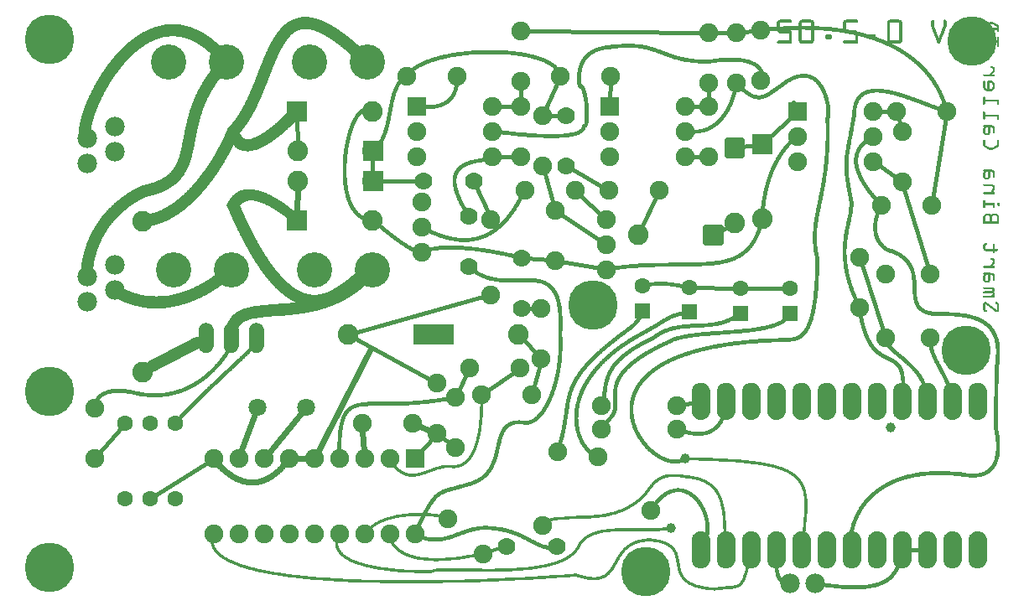
<source format=gbl>
G04 MADE WITH FRITZING*
G04 WWW.FRITZING.ORG*
G04 DOUBLE SIDED*
G04 HOLES PLATED*
G04 CONTOUR ON CENTER OF CONTOUR VECTOR*
%ASAXBY*%
%FSLAX23Y23*%
%MOIN*%
%OFA0B0*%
%SFA1.0B1.0*%
%ADD10C,0.075000*%
%ADD11C,0.039370*%
%ADD12C,0.060000*%
%ADD13C,0.078000*%
%ADD14C,0.063000*%
%ADD15C,0.082000*%
%ADD16C,0.051496*%
%ADD17C,0.140000*%
%ADD18C,0.070000*%
%ADD19C,0.062992*%
%ADD20C,0.070925*%
%ADD21C,0.070866*%
%ADD22C,0.074000*%
%ADD23C,0.196851*%
%ADD24R,0.075000X0.075000*%
%ADD25R,0.082000X0.082000*%
%ADD26R,0.062992X0.062992*%
%ADD27C,0.016000*%
%ADD28C,0.024000*%
%ADD29C,0.048000*%
%ADD30C,0.012000*%
%ADD31C,0.020000*%
%ADD32R,0.001000X0.001000*%
%LNCOPPER0*%
G90*
G70*
G54D10*
X1577Y578D03*
X1577Y278D03*
X1477Y578D03*
X1477Y278D03*
X1377Y578D03*
X1377Y278D03*
X1277Y578D03*
X1277Y278D03*
X1177Y578D03*
X1177Y278D03*
X1077Y578D03*
X1077Y278D03*
X977Y578D03*
X977Y278D03*
X877Y578D03*
X877Y278D03*
X777Y578D03*
X777Y278D03*
G54D11*
X2651Y578D03*
X2596Y302D03*
G54D12*
X748Y1058D03*
X848Y1058D03*
X948Y1058D03*
G54D13*
X274Y1854D03*
X274Y1754D03*
X384Y1901D03*
X384Y1801D03*
X274Y1302D03*
X274Y1202D03*
X384Y1350D03*
X384Y1250D03*
G54D14*
X425Y420D03*
X525Y420D03*
X625Y420D03*
X625Y720D03*
X525Y720D03*
X425Y720D03*
G54D15*
X494Y1524D03*
X494Y924D03*
G54D10*
X305Y778D03*
X305Y578D03*
X2746Y1779D03*
X2746Y1979D03*
X3514Y1681D03*
X3514Y1881D03*
X3491Y1960D03*
X3691Y1960D03*
X2746Y2074D03*
X2746Y2274D03*
X1998Y1779D03*
X1998Y1979D03*
X1998Y2079D03*
X1998Y2279D03*
X2856Y2074D03*
X2856Y2274D03*
X3432Y1586D03*
X3632Y1586D03*
X2951Y2082D03*
X2951Y2282D03*
X2136Y1366D03*
X2136Y1566D03*
X2014Y1645D03*
X2214Y1645D03*
X2085Y1744D03*
X2085Y1944D03*
X2355Y2098D03*
X2155Y2098D03*
X1745Y2098D03*
X1545Y2098D03*
G54D15*
X1410Y1802D03*
X1112Y1802D03*
X1109Y1527D03*
X1407Y1527D03*
X1410Y1684D03*
X1112Y1684D03*
X1109Y1960D03*
X1407Y1960D03*
G54D16*
X856Y1881D03*
X856Y1586D03*
X856Y1881D03*
X856Y1586D03*
X856Y1881D03*
X856Y1586D03*
G54D17*
X1407Y1330D03*
X1177Y1330D03*
X620Y1330D03*
X850Y1330D03*
X1388Y2157D03*
X1158Y2157D03*
X600Y2157D03*
X830Y2157D03*
G54D10*
X1604Y1599D03*
X1604Y1499D03*
X1604Y1399D03*
X2352Y1981D03*
X2652Y1981D03*
X2352Y1881D03*
X2652Y1881D03*
X2352Y1781D03*
X2652Y1781D03*
X3100Y1961D03*
X3400Y1961D03*
X3100Y1861D03*
X3400Y1861D03*
X3100Y1761D03*
X3400Y1761D03*
X1585Y1981D03*
X1885Y1981D03*
X1585Y1881D03*
X1885Y1881D03*
X1585Y1781D03*
X1885Y1781D03*
G54D18*
X1793Y1342D03*
X1793Y1542D03*
X2143Y231D03*
X1943Y231D03*
X2001Y1177D03*
X2001Y1377D03*
X1812Y1684D03*
X1612Y1684D03*
X2179Y1744D03*
X2179Y1944D03*
G54D10*
X1996Y940D03*
X1796Y940D03*
X1737Y622D03*
X1737Y822D03*
X1567Y719D03*
X1367Y719D03*
X1707Y341D03*
X1848Y200D03*
X2079Y1175D03*
X2079Y975D03*
X2043Y834D03*
X1843Y834D03*
X1880Y1531D03*
X1880Y1231D03*
X2349Y1645D03*
X2549Y1645D03*
X1666Y880D03*
X1666Y680D03*
G54D15*
X1611Y1074D03*
X1313Y1074D03*
X2959Y1830D03*
X2959Y1532D03*
X1692Y1074D03*
X1990Y1074D03*
G54D10*
X3449Y1058D03*
X3449Y1314D03*
X3626Y1058D03*
X3626Y1314D03*
X3344Y1381D03*
X3344Y1181D03*
G54D15*
X2762Y1468D03*
X2464Y1468D03*
X2848Y1814D03*
X2848Y1516D03*
G54D19*
X3100Y1960D03*
X3100Y1861D03*
G54D20*
X951Y783D03*
G54D21*
X1144Y783D03*
G54D22*
X3815Y806D03*
X3715Y806D03*
X3615Y806D03*
X3515Y806D03*
X3415Y806D03*
X3315Y806D03*
X3215Y806D03*
X3115Y806D03*
X3015Y806D03*
X2915Y806D03*
X2815Y806D03*
X2715Y806D03*
X2715Y215D03*
X2815Y215D03*
X2915Y215D03*
X3015Y215D03*
X3115Y215D03*
X3215Y215D03*
X3315Y215D03*
X3415Y215D03*
X3515Y215D03*
X3615Y215D03*
X3715Y215D03*
X3815Y215D03*
G54D10*
X2337Y1531D03*
X2337Y1431D03*
X2337Y1331D03*
G54D23*
X3768Y1011D03*
X2284Y1188D03*
X124Y846D03*
X124Y2247D03*
X124Y145D03*
X2494Y129D03*
X3793Y2239D03*
G54D19*
X2483Y1166D03*
X2483Y1265D03*
X2669Y1162D03*
X2669Y1261D03*
X3068Y1156D03*
X3068Y1255D03*
X2871Y1156D03*
X2871Y1255D03*
G54D10*
X2619Y790D03*
X2319Y790D03*
X2619Y696D03*
X2319Y696D03*
X2084Y313D03*
X2145Y607D03*
X2516Y373D03*
X2304Y585D03*
G54D13*
X3067Y82D03*
X3167Y82D03*
G54D11*
X3469Y704D03*
G54D24*
X1577Y578D03*
G54D25*
X1411Y1802D03*
X1108Y1527D03*
X1411Y1684D03*
X1108Y1960D03*
G54D24*
X2352Y1981D03*
X3100Y1961D03*
X1585Y1981D03*
G54D25*
X1612Y1074D03*
X2959Y1831D03*
X1691Y1074D03*
G54D26*
X3100Y1960D03*
X2483Y1166D03*
X2669Y1162D03*
X3068Y1156D03*
X2871Y1156D03*
G54D27*
X1410Y1711D02*
X1410Y1776D01*
D02*
X2108Y1944D02*
X2158Y1944D01*
D02*
X1858Y1225D02*
X1338Y1081D01*
D02*
X3085Y1945D02*
X2978Y1848D01*
D02*
X1908Y1981D02*
X1975Y1980D01*
D02*
X2833Y2274D02*
X2769Y2274D01*
D02*
X1871Y1552D02*
X1820Y1665D01*
D02*
X2129Y1588D02*
X2091Y1722D01*
G54D28*
D02*
X1369Y691D02*
X1375Y606D01*
G54D27*
D02*
X1637Y1074D02*
X1665Y1074D01*
D02*
X1646Y891D02*
X1336Y1061D01*
D02*
X2690Y1260D02*
X2850Y1255D01*
D02*
X2892Y1255D02*
X3047Y1255D01*
G54D28*
D02*
X1112Y1652D02*
X1110Y1559D01*
G54D27*
D02*
X1747Y842D02*
X1785Y919D01*
D02*
X2320Y1546D02*
X2231Y1629D01*
D02*
X2021Y1375D02*
X2113Y1368D01*
D02*
X2049Y856D02*
X2074Y953D01*
D02*
X2155Y1553D02*
X2317Y1444D01*
D02*
X2314Y1335D02*
X2158Y1362D01*
G54D29*
D02*
X711Y1039D02*
X532Y945D01*
G54D27*
D02*
X1719Y636D02*
X1684Y665D01*
D02*
X3423Y1961D02*
X3468Y1960D01*
D02*
X1110Y1933D02*
X1112Y1829D01*
G54D28*
D02*
X995Y600D02*
X1127Y762D01*
G54D27*
D02*
X320Y596D02*
X412Y704D01*
D02*
X2056Y1176D02*
X2022Y1176D01*
D02*
X2475Y1492D02*
X2539Y1624D01*
G54D30*
D02*
X1870Y207D02*
X1923Y225D01*
G54D27*
D02*
X2932Y1826D02*
X2875Y1818D01*
D02*
X2355Y2075D02*
X2353Y2004D01*
D02*
X2197Y1734D02*
X2329Y1656D01*
D02*
X3542Y215D02*
X3587Y215D01*
D02*
X2687Y802D02*
X2641Y794D01*
D02*
X2928Y2280D02*
X2879Y2276D01*
D02*
X3687Y1937D02*
X3635Y1609D01*
D02*
X757Y566D02*
X544Y432D01*
D02*
X1977Y927D02*
X1862Y847D01*
D02*
X1592Y1684D02*
X1437Y1684D01*
D02*
X2094Y1965D02*
X2146Y2077D01*
G54D28*
D02*
X886Y605D02*
X942Y757D01*
G54D27*
D02*
X2723Y2274D02*
X2021Y2279D01*
D02*
X1998Y2003D02*
X1998Y2056D01*
D02*
X3497Y1938D02*
X3507Y1903D01*
G54D28*
D02*
X1148Y578D02*
X1105Y578D01*
G54D27*
D02*
X3090Y1979D02*
X3081Y1996D01*
D02*
X3081Y1996D02*
X3089Y1982D01*
D02*
X2825Y1503D02*
X2785Y1481D01*
D02*
X2675Y1781D02*
X2723Y1780D01*
D02*
X2723Y1980D02*
X2675Y1981D01*
D02*
X1975Y1780D02*
X1908Y1781D01*
D02*
X2746Y2003D02*
X2746Y2051D01*
D02*
X3352Y1359D02*
X3442Y1080D01*
D02*
X3495Y1694D02*
X3419Y1748D01*
D02*
X2064Y992D02*
X2008Y1054D01*
D02*
X1592Y595D02*
X1651Y663D01*
G54D28*
D02*
X1639Y691D02*
X1593Y709D01*
G54D27*
D02*
X3620Y1336D02*
X3520Y1659D01*
G54D28*
D02*
X1177Y578D02*
X1399Y1011D01*
G54D31*
X2732Y1437D02*
X2732Y1499D01*
X2794Y1499D01*
X2794Y1437D01*
X2732Y1437D01*
D02*
X2879Y1784D02*
X2817Y1784D01*
X2817Y1846D01*
X2879Y1846D01*
X2879Y1784D01*
D02*
G54D32*
X1142Y2335D02*
X1144Y2335D01*
X1126Y2334D02*
X1159Y2334D01*
X1120Y2333D02*
X1166Y2333D01*
X1115Y2332D02*
X1171Y2332D01*
X1111Y2331D02*
X1176Y2331D01*
X1107Y2330D02*
X1180Y2330D01*
X1104Y2329D02*
X1184Y2329D01*
X1101Y2328D02*
X1187Y2328D01*
X1099Y2327D02*
X1190Y2327D01*
X1096Y2326D02*
X1193Y2326D01*
X1094Y2325D02*
X1197Y2325D01*
X1092Y2324D02*
X1199Y2324D01*
X3028Y2324D02*
X3071Y2324D01*
X3116Y2324D02*
X3152Y2324D01*
X3291Y2324D02*
X3334Y2324D01*
X3466Y2324D02*
X3503Y2324D01*
X3636Y2324D02*
X3636Y2324D01*
X3684Y2324D02*
X3684Y2324D01*
X1089Y2323D02*
X1202Y2323D01*
X3024Y2323D02*
X3074Y2323D01*
X3112Y2323D02*
X3157Y2323D01*
X3287Y2323D02*
X3336Y2323D01*
X3462Y2323D02*
X3507Y2323D01*
X3633Y2323D02*
X3638Y2323D01*
X3681Y2323D02*
X3687Y2323D01*
X1087Y2322D02*
X1205Y2322D01*
X3023Y2322D02*
X3075Y2322D01*
X3110Y2322D02*
X3158Y2322D01*
X3285Y2322D02*
X3338Y2322D01*
X3460Y2322D02*
X3509Y2322D01*
X3632Y2322D02*
X3640Y2322D01*
X3680Y2322D02*
X3688Y2322D01*
X1085Y2321D02*
X1207Y2321D01*
X3021Y2321D02*
X3075Y2321D01*
X3109Y2321D02*
X3160Y2321D01*
X3284Y2321D02*
X3338Y2321D01*
X3459Y2321D02*
X3510Y2321D01*
X3631Y2321D02*
X3640Y2321D01*
X3679Y2321D02*
X3689Y2321D01*
X1083Y2320D02*
X1210Y2320D01*
X3020Y2320D02*
X3076Y2320D01*
X3108Y2320D02*
X3161Y2320D01*
X3283Y2320D02*
X3339Y2320D01*
X3458Y2320D02*
X3511Y2320D01*
X3630Y2320D02*
X3641Y2320D01*
X3679Y2320D02*
X3689Y2320D01*
X1082Y2319D02*
X1212Y2319D01*
X3019Y2319D02*
X3076Y2319D01*
X3107Y2319D02*
X3162Y2319D01*
X3282Y2319D02*
X3339Y2319D01*
X3457Y2319D02*
X3512Y2319D01*
X3630Y2319D02*
X3641Y2319D01*
X3678Y2319D02*
X3689Y2319D01*
X1080Y2318D02*
X1214Y2318D01*
X3019Y2318D02*
X3076Y2318D01*
X3106Y2318D02*
X3162Y2318D01*
X3281Y2318D02*
X3339Y2318D01*
X3457Y2318D02*
X3513Y2318D01*
X3630Y2318D02*
X3641Y2318D01*
X3678Y2318D02*
X3690Y2318D01*
X1078Y2317D02*
X1217Y2317D01*
X3018Y2317D02*
X3076Y2317D01*
X3106Y2317D02*
X3163Y2317D01*
X3281Y2317D02*
X3339Y2317D01*
X3456Y2317D02*
X3513Y2317D01*
X3630Y2317D02*
X3641Y2317D01*
X3678Y2317D02*
X3690Y2317D01*
X1076Y2316D02*
X1219Y2316D01*
X3018Y2316D02*
X3076Y2316D01*
X3105Y2316D02*
X3163Y2316D01*
X3280Y2316D02*
X3339Y2316D01*
X3456Y2316D02*
X3514Y2316D01*
X3630Y2316D02*
X3641Y2316D01*
X3678Y2316D02*
X3690Y2316D01*
X1075Y2315D02*
X1221Y2315D01*
X3017Y2315D02*
X3076Y2315D01*
X3105Y2315D02*
X3164Y2315D01*
X3280Y2315D02*
X3338Y2315D01*
X3455Y2315D02*
X3514Y2315D01*
X3630Y2315D02*
X3641Y2315D01*
X3678Y2315D02*
X3690Y2315D01*
X3863Y2315D02*
X3873Y2315D01*
X1073Y2314D02*
X1223Y2314D01*
X3017Y2314D02*
X3075Y2314D01*
X3105Y2314D02*
X3164Y2314D01*
X3280Y2314D02*
X3338Y2314D01*
X3455Y2314D02*
X3514Y2314D01*
X3630Y2314D02*
X3641Y2314D01*
X3678Y2314D02*
X3690Y2314D01*
X3861Y2314D02*
X3875Y2314D01*
X1072Y2313D02*
X1225Y2313D01*
X3017Y2313D02*
X3074Y2313D01*
X3105Y2313D02*
X3164Y2313D01*
X3280Y2313D02*
X3337Y2313D01*
X3455Y2313D02*
X3514Y2313D01*
X3630Y2313D02*
X3641Y2313D01*
X3678Y2313D02*
X3690Y2313D01*
X3858Y2313D02*
X3878Y2313D01*
X1071Y2312D02*
X1227Y2312D01*
X3017Y2312D02*
X3072Y2312D01*
X3104Y2312D02*
X3164Y2312D01*
X3280Y2312D02*
X3335Y2312D01*
X3455Y2312D02*
X3514Y2312D01*
X3630Y2312D02*
X3641Y2312D01*
X3678Y2312D02*
X3690Y2312D01*
X3856Y2312D02*
X3879Y2312D01*
X1069Y2311D02*
X1229Y2311D01*
X3017Y2311D02*
X3028Y2311D01*
X3104Y2311D02*
X3116Y2311D01*
X3153Y2311D02*
X3164Y2311D01*
X3280Y2311D02*
X3291Y2311D01*
X3455Y2311D02*
X3466Y2311D01*
X3503Y2311D02*
X3514Y2311D01*
X3630Y2311D02*
X3641Y2311D01*
X3678Y2311D02*
X3690Y2311D01*
X3854Y2311D02*
X3881Y2311D01*
X1068Y2310D02*
X1231Y2310D01*
X3017Y2310D02*
X3028Y2310D01*
X3104Y2310D02*
X3116Y2310D01*
X3153Y2310D02*
X3164Y2310D01*
X3280Y2310D02*
X3291Y2310D01*
X3455Y2310D02*
X3466Y2310D01*
X3503Y2310D02*
X3514Y2310D01*
X3630Y2310D02*
X3641Y2310D01*
X3678Y2310D02*
X3690Y2310D01*
X3852Y2310D02*
X3883Y2310D01*
X1066Y2309D02*
X1233Y2309D01*
X3017Y2309D02*
X3028Y2309D01*
X3104Y2309D02*
X3116Y2309D01*
X3153Y2309D02*
X3164Y2309D01*
X3280Y2309D02*
X3291Y2309D01*
X3455Y2309D02*
X3466Y2309D01*
X3503Y2309D02*
X3514Y2309D01*
X3630Y2309D02*
X3641Y2309D01*
X3678Y2309D02*
X3690Y2309D01*
X3850Y2309D02*
X3885Y2309D01*
X1065Y2308D02*
X1235Y2308D01*
X3017Y2308D02*
X3028Y2308D01*
X3104Y2308D02*
X3116Y2308D01*
X3153Y2308D02*
X3164Y2308D01*
X3280Y2308D02*
X3291Y2308D01*
X3455Y2308D02*
X3466Y2308D01*
X3503Y2308D02*
X3514Y2308D01*
X3630Y2308D02*
X3641Y2308D01*
X3678Y2308D02*
X3690Y2308D01*
X3848Y2308D02*
X3887Y2308D01*
X1064Y2307D02*
X1237Y2307D01*
X3017Y2307D02*
X3028Y2307D01*
X3104Y2307D02*
X3116Y2307D01*
X3153Y2307D02*
X3164Y2307D01*
X3280Y2307D02*
X3291Y2307D01*
X3455Y2307D02*
X3466Y2307D01*
X3503Y2307D02*
X3514Y2307D01*
X3630Y2307D02*
X3641Y2307D01*
X3678Y2307D02*
X3690Y2307D01*
X3846Y2307D02*
X3864Y2307D01*
X3872Y2307D02*
X3889Y2307D01*
X602Y2306D02*
X627Y2306D01*
X1063Y2306D02*
X1239Y2306D01*
X3017Y2306D02*
X3028Y2306D01*
X3104Y2306D02*
X3116Y2306D01*
X3153Y2306D02*
X3164Y2306D01*
X3280Y2306D02*
X3291Y2306D01*
X3455Y2306D02*
X3466Y2306D01*
X3503Y2306D02*
X3514Y2306D01*
X3630Y2306D02*
X3641Y2306D01*
X3678Y2306D02*
X3690Y2306D01*
X3844Y2306D02*
X3862Y2306D01*
X3874Y2306D02*
X3891Y2306D01*
X591Y2305D02*
X639Y2305D01*
X1062Y2305D02*
X1241Y2305D01*
X3017Y2305D02*
X3028Y2305D01*
X3104Y2305D02*
X3116Y2305D01*
X3153Y2305D02*
X3164Y2305D01*
X3280Y2305D02*
X3291Y2305D01*
X3455Y2305D02*
X3466Y2305D01*
X3503Y2305D02*
X3514Y2305D01*
X3630Y2305D02*
X3641Y2305D01*
X3678Y2305D02*
X3690Y2305D01*
X3843Y2305D02*
X3860Y2305D01*
X3876Y2305D02*
X3893Y2305D01*
X583Y2304D02*
X647Y2304D01*
X1060Y2304D02*
X1242Y2304D01*
X3017Y2304D02*
X3028Y2304D01*
X3104Y2304D02*
X3116Y2304D01*
X3153Y2304D02*
X3164Y2304D01*
X3280Y2304D02*
X3291Y2304D01*
X3455Y2304D02*
X3466Y2304D01*
X3503Y2304D02*
X3514Y2304D01*
X3630Y2304D02*
X3641Y2304D01*
X3678Y2304D02*
X3690Y2304D01*
X3841Y2304D02*
X3858Y2304D01*
X3878Y2304D02*
X3895Y2304D01*
X577Y2303D02*
X653Y2303D01*
X1059Y2303D02*
X1244Y2303D01*
X3017Y2303D02*
X3028Y2303D01*
X3104Y2303D02*
X3116Y2303D01*
X3153Y2303D02*
X3164Y2303D01*
X3280Y2303D02*
X3291Y2303D01*
X3455Y2303D02*
X3466Y2303D01*
X3503Y2303D02*
X3514Y2303D01*
X3630Y2303D02*
X3641Y2303D01*
X3678Y2303D02*
X3690Y2303D01*
X3840Y2303D02*
X3856Y2303D01*
X3880Y2303D02*
X3896Y2303D01*
X572Y2302D02*
X658Y2302D01*
X1058Y2302D02*
X1246Y2302D01*
X3017Y2302D02*
X3028Y2302D01*
X3104Y2302D02*
X3116Y2302D01*
X3153Y2302D02*
X3164Y2302D01*
X3280Y2302D02*
X3291Y2302D01*
X3455Y2302D02*
X3466Y2302D01*
X3503Y2302D02*
X3514Y2302D01*
X3630Y2302D02*
X3641Y2302D01*
X3678Y2302D02*
X3690Y2302D01*
X3839Y2302D02*
X3854Y2302D01*
X3882Y2302D02*
X3897Y2302D01*
X568Y2301D02*
X663Y2301D01*
X1057Y2301D02*
X1248Y2301D01*
X3017Y2301D02*
X3028Y2301D01*
X3104Y2301D02*
X3116Y2301D01*
X3153Y2301D02*
X3164Y2301D01*
X3280Y2301D02*
X3291Y2301D01*
X3455Y2301D02*
X3466Y2301D01*
X3503Y2301D02*
X3514Y2301D01*
X3630Y2301D02*
X3641Y2301D01*
X3678Y2301D02*
X3690Y2301D01*
X3839Y2301D02*
X3852Y2301D01*
X3884Y2301D02*
X3897Y2301D01*
X563Y2300D02*
X667Y2300D01*
X1056Y2300D02*
X1249Y2300D01*
X3017Y2300D02*
X3028Y2300D01*
X3104Y2300D02*
X3116Y2300D01*
X3125Y2300D02*
X3127Y2300D01*
X3153Y2300D02*
X3164Y2300D01*
X3280Y2300D02*
X3291Y2300D01*
X3455Y2300D02*
X3466Y2300D01*
X3503Y2300D02*
X3514Y2300D01*
X3630Y2300D02*
X3641Y2300D01*
X3678Y2300D02*
X3690Y2300D01*
X3838Y2300D02*
X3850Y2300D01*
X3886Y2300D02*
X3898Y2300D01*
X559Y2299D02*
X671Y2299D01*
X1055Y2299D02*
X1251Y2299D01*
X3017Y2299D02*
X3028Y2299D01*
X3066Y2299D02*
X3165Y2299D01*
X3280Y2299D02*
X3291Y2299D01*
X3455Y2299D02*
X3466Y2299D01*
X3503Y2299D02*
X3514Y2299D01*
X3630Y2299D02*
X3641Y2299D01*
X3678Y2299D02*
X3690Y2299D01*
X3838Y2299D02*
X3848Y2299D01*
X3888Y2299D02*
X3898Y2299D01*
X556Y2298D02*
X675Y2298D01*
X1054Y2298D02*
X1253Y2298D01*
X3017Y2298D02*
X3028Y2298D01*
X3044Y2298D02*
X3185Y2298D01*
X3280Y2298D02*
X3291Y2298D01*
X3455Y2298D02*
X3466Y2298D01*
X3503Y2298D02*
X3514Y2298D01*
X3630Y2298D02*
X3641Y2298D01*
X3678Y2298D02*
X3690Y2298D01*
X3837Y2298D02*
X3846Y2298D01*
X3890Y2298D02*
X3899Y2298D01*
X552Y2297D02*
X678Y2297D01*
X1053Y2297D02*
X1255Y2297D01*
X3017Y2297D02*
X3201Y2297D01*
X3280Y2297D02*
X3291Y2297D01*
X3455Y2297D02*
X3466Y2297D01*
X3503Y2297D02*
X3514Y2297D01*
X3630Y2297D02*
X3642Y2297D01*
X3678Y2297D02*
X3690Y2297D01*
X3837Y2297D02*
X3845Y2297D01*
X3891Y2297D02*
X3899Y2297D01*
X549Y2296D02*
X681Y2296D01*
X1052Y2296D02*
X1256Y2296D01*
X3012Y2296D02*
X3213Y2296D01*
X3280Y2296D02*
X3291Y2296D01*
X3455Y2296D02*
X3466Y2296D01*
X3503Y2296D02*
X3514Y2296D01*
X3630Y2296D02*
X3642Y2296D01*
X3677Y2296D02*
X3689Y2296D01*
X3837Y2296D02*
X3844Y2296D01*
X3892Y2296D02*
X3899Y2296D01*
X546Y2295D02*
X684Y2295D01*
X1051Y2295D02*
X1258Y2295D01*
X3000Y2295D02*
X3224Y2295D01*
X3280Y2295D02*
X3291Y2295D01*
X3455Y2295D02*
X3466Y2295D01*
X3503Y2295D02*
X3514Y2295D01*
X3630Y2295D02*
X3643Y2295D01*
X3677Y2295D02*
X3689Y2295D01*
X3837Y2295D02*
X3844Y2295D01*
X3892Y2295D02*
X3899Y2295D01*
X543Y2294D02*
X687Y2294D01*
X1050Y2294D02*
X1259Y2294D01*
X2989Y2294D02*
X3234Y2294D01*
X3280Y2294D02*
X3291Y2294D01*
X3455Y2294D02*
X3466Y2294D01*
X3503Y2294D02*
X3514Y2294D01*
X3631Y2294D02*
X3643Y2294D01*
X3677Y2294D02*
X3689Y2294D01*
X3837Y2294D02*
X3844Y2294D01*
X3892Y2294D02*
X3899Y2294D01*
X540Y2293D02*
X690Y2293D01*
X1049Y2293D02*
X1261Y2293D01*
X2978Y2293D02*
X3243Y2293D01*
X3280Y2293D02*
X3291Y2293D01*
X3455Y2293D02*
X3466Y2293D01*
X3503Y2293D02*
X3514Y2293D01*
X3631Y2293D02*
X3643Y2293D01*
X3676Y2293D02*
X3688Y2293D01*
X3837Y2293D02*
X3844Y2293D01*
X3892Y2293D02*
X3899Y2293D01*
X537Y2292D02*
X693Y2292D01*
X1048Y2292D02*
X1263Y2292D01*
X2968Y2292D02*
X3252Y2292D01*
X3280Y2292D02*
X3291Y2292D01*
X3455Y2292D02*
X3466Y2292D01*
X3503Y2292D02*
X3514Y2292D01*
X3632Y2292D02*
X3644Y2292D01*
X3676Y2292D02*
X3688Y2292D01*
X3837Y2292D02*
X3844Y2292D01*
X3892Y2292D02*
X3899Y2292D01*
X535Y2291D02*
X696Y2291D01*
X1047Y2291D02*
X1264Y2291D01*
X2958Y2291D02*
X3259Y2291D01*
X3280Y2291D02*
X3291Y2291D01*
X3455Y2291D02*
X3466Y2291D01*
X3503Y2291D02*
X3514Y2291D01*
X3632Y2291D02*
X3644Y2291D01*
X3675Y2291D02*
X3688Y2291D01*
X3837Y2291D02*
X3899Y2291D01*
X532Y2290D02*
X698Y2290D01*
X1046Y2290D02*
X1266Y2290D01*
X2949Y2290D02*
X3266Y2290D01*
X3280Y2290D02*
X3291Y2290D01*
X3455Y2290D02*
X3466Y2290D01*
X3503Y2290D02*
X3514Y2290D01*
X3632Y2290D02*
X3645Y2290D01*
X3675Y2290D02*
X3687Y2290D01*
X3837Y2290D02*
X3899Y2290D01*
X529Y2289D02*
X701Y2289D01*
X1045Y2289D02*
X1267Y2289D01*
X2947Y2289D02*
X3273Y2289D01*
X3280Y2289D02*
X3291Y2289D01*
X3455Y2289D02*
X3466Y2289D01*
X3503Y2289D02*
X3514Y2289D01*
X3633Y2289D02*
X3645Y2289D01*
X3675Y2289D02*
X3687Y2289D01*
X3837Y2289D02*
X3899Y2289D01*
X527Y2288D02*
X703Y2288D01*
X1044Y2288D02*
X1269Y2288D01*
X2945Y2288D02*
X3291Y2288D01*
X3455Y2288D02*
X3466Y2288D01*
X3503Y2288D02*
X3514Y2288D01*
X3633Y2288D02*
X3645Y2288D01*
X3674Y2288D02*
X3686Y2288D01*
X3837Y2288D02*
X3899Y2288D01*
X524Y2287D02*
X706Y2287D01*
X1043Y2287D02*
X1137Y2287D01*
X1148Y2287D02*
X1270Y2287D01*
X2944Y2287D02*
X3291Y2287D01*
X3455Y2287D02*
X3466Y2287D01*
X3503Y2287D02*
X3514Y2287D01*
X3633Y2287D02*
X3646Y2287D01*
X3674Y2287D02*
X3686Y2287D01*
X3837Y2287D02*
X3899Y2287D01*
X522Y2286D02*
X708Y2286D01*
X1042Y2286D02*
X1129Y2286D01*
X1157Y2286D02*
X1272Y2286D01*
X2944Y2286D02*
X3292Y2286D01*
X3455Y2286D02*
X3466Y2286D01*
X3503Y2286D02*
X3514Y2286D01*
X3634Y2286D02*
X3646Y2286D01*
X3673Y2286D02*
X3686Y2286D01*
X3837Y2286D02*
X3899Y2286D01*
X520Y2285D02*
X710Y2285D01*
X1041Y2285D02*
X1124Y2285D01*
X1163Y2285D02*
X1273Y2285D01*
X2943Y2285D02*
X3298Y2285D01*
X3455Y2285D02*
X3466Y2285D01*
X3503Y2285D02*
X3514Y2285D01*
X3634Y2285D02*
X3646Y2285D01*
X3673Y2285D02*
X3685Y2285D01*
X3837Y2285D02*
X3899Y2285D01*
X518Y2284D02*
X712Y2284D01*
X1041Y2284D02*
X1120Y2284D01*
X1167Y2284D02*
X1275Y2284D01*
X2943Y2284D02*
X3116Y2284D01*
X3130Y2284D02*
X3303Y2284D01*
X3455Y2284D02*
X3466Y2284D01*
X3503Y2284D02*
X3514Y2284D01*
X3635Y2284D02*
X3647Y2284D01*
X3673Y2284D02*
X3685Y2284D01*
X3837Y2284D02*
X3899Y2284D01*
X515Y2283D02*
X714Y2283D01*
X1040Y2283D02*
X1117Y2283D01*
X1171Y2283D02*
X1276Y2283D01*
X2943Y2283D02*
X3065Y2283D01*
X3104Y2283D02*
X3116Y2283D01*
X3153Y2283D02*
X3164Y2283D01*
X3167Y2283D02*
X3308Y2283D01*
X3455Y2283D02*
X3466Y2283D01*
X3503Y2283D02*
X3514Y2283D01*
X3635Y2283D02*
X3647Y2283D01*
X3672Y2283D02*
X3684Y2283D01*
X3837Y2283D02*
X3844Y2283D01*
X3892Y2283D02*
X3899Y2283D01*
X513Y2282D02*
X716Y2282D01*
X1039Y2282D02*
X1114Y2282D01*
X1175Y2282D02*
X1278Y2282D01*
X2943Y2282D02*
X3068Y2282D01*
X3104Y2282D02*
X3116Y2282D01*
X3153Y2282D02*
X3164Y2282D01*
X3187Y2282D02*
X3331Y2282D01*
X3455Y2282D02*
X3466Y2282D01*
X3503Y2282D02*
X3514Y2282D01*
X3635Y2282D02*
X3648Y2282D01*
X3672Y2282D02*
X3684Y2282D01*
X3837Y2282D02*
X3844Y2282D01*
X3892Y2282D02*
X3899Y2282D01*
X511Y2281D02*
X719Y2281D01*
X1038Y2281D02*
X1111Y2281D01*
X1178Y2281D02*
X1279Y2281D01*
X2943Y2281D02*
X3070Y2281D01*
X3104Y2281D02*
X3116Y2281D01*
X3153Y2281D02*
X3164Y2281D01*
X3203Y2281D02*
X3333Y2281D01*
X3455Y2281D02*
X3466Y2281D01*
X3503Y2281D02*
X3514Y2281D01*
X3636Y2281D02*
X3648Y2281D01*
X3671Y2281D02*
X3684Y2281D01*
X3837Y2281D02*
X3844Y2281D01*
X3892Y2281D02*
X3899Y2281D01*
X509Y2280D02*
X721Y2280D01*
X1037Y2280D02*
X1109Y2280D01*
X1181Y2280D02*
X1281Y2280D01*
X2943Y2280D02*
X3012Y2280D01*
X3017Y2280D02*
X3072Y2280D01*
X3104Y2280D02*
X3116Y2280D01*
X3153Y2280D02*
X3164Y2280D01*
X3214Y2280D02*
X3334Y2280D01*
X3455Y2280D02*
X3466Y2280D01*
X3503Y2280D02*
X3514Y2280D01*
X3636Y2280D02*
X3648Y2280D01*
X3671Y2280D02*
X3683Y2280D01*
X3837Y2280D02*
X3844Y2280D01*
X3892Y2280D02*
X3899Y2280D01*
X507Y2279D02*
X723Y2279D01*
X1036Y2279D02*
X1107Y2279D01*
X1184Y2279D02*
X1282Y2279D01*
X2943Y2279D02*
X3000Y2279D01*
X3017Y2279D02*
X3073Y2279D01*
X3104Y2279D02*
X3116Y2279D01*
X3153Y2279D02*
X3164Y2279D01*
X3225Y2279D02*
X3336Y2279D01*
X3455Y2279D02*
X3466Y2279D01*
X3503Y2279D02*
X3514Y2279D01*
X3637Y2279D02*
X3649Y2279D01*
X3671Y2279D02*
X3683Y2279D01*
X3837Y2279D02*
X3844Y2279D01*
X3892Y2279D02*
X3899Y2279D01*
X505Y2278D02*
X724Y2278D01*
X1036Y2278D02*
X1105Y2278D01*
X1187Y2278D02*
X1283Y2278D01*
X2944Y2278D02*
X2988Y2278D01*
X3018Y2278D02*
X3074Y2278D01*
X3104Y2278D02*
X3116Y2278D01*
X3153Y2278D02*
X3164Y2278D01*
X3235Y2278D02*
X3336Y2278D01*
X3455Y2278D02*
X3466Y2278D01*
X3503Y2278D02*
X3514Y2278D01*
X3637Y2278D02*
X3649Y2278D01*
X3670Y2278D02*
X3683Y2278D01*
X3837Y2278D02*
X3844Y2278D01*
X3892Y2278D02*
X3899Y2278D01*
X503Y2277D02*
X726Y2277D01*
X1035Y2277D02*
X1104Y2277D01*
X1189Y2277D02*
X1285Y2277D01*
X2945Y2277D02*
X2978Y2277D01*
X3018Y2277D02*
X3074Y2277D01*
X3104Y2277D02*
X3116Y2277D01*
X3153Y2277D02*
X3164Y2277D01*
X3243Y2277D02*
X3337Y2277D01*
X3455Y2277D02*
X3466Y2277D01*
X3503Y2277D02*
X3514Y2277D01*
X3637Y2277D02*
X3650Y2277D01*
X3670Y2277D02*
X3682Y2277D01*
X3838Y2277D02*
X3843Y2277D01*
X3893Y2277D02*
X3898Y2277D01*
X501Y2276D02*
X728Y2276D01*
X1034Y2276D02*
X1102Y2276D01*
X1192Y2276D02*
X1286Y2276D01*
X2946Y2276D02*
X2968Y2276D01*
X3019Y2276D02*
X3075Y2276D01*
X3104Y2276D02*
X3116Y2276D01*
X3153Y2276D02*
X3164Y2276D01*
X3252Y2276D02*
X3341Y2276D01*
X3455Y2276D02*
X3466Y2276D01*
X3503Y2276D02*
X3514Y2276D01*
X3638Y2276D02*
X3650Y2276D01*
X3669Y2276D02*
X3682Y2276D01*
X3839Y2276D02*
X3842Y2276D01*
X3894Y2276D02*
X3897Y2276D01*
X499Y2275D02*
X730Y2275D01*
X1033Y2275D02*
X1100Y2275D01*
X1194Y2275D02*
X1288Y2275D01*
X2947Y2275D02*
X2958Y2275D01*
X3020Y2275D02*
X3076Y2275D01*
X3104Y2275D02*
X3116Y2275D01*
X3153Y2275D02*
X3164Y2275D01*
X3259Y2275D02*
X3345Y2275D01*
X3455Y2275D02*
X3466Y2275D01*
X3503Y2275D02*
X3514Y2275D01*
X3638Y2275D02*
X3650Y2275D01*
X3669Y2275D02*
X3681Y2275D01*
X497Y2274D02*
X732Y2274D01*
X1032Y2274D02*
X1099Y2274D01*
X1196Y2274D02*
X1289Y2274D01*
X3021Y2274D02*
X3076Y2274D01*
X3104Y2274D02*
X3116Y2274D01*
X3153Y2274D02*
X3164Y2274D01*
X3266Y2274D02*
X3349Y2274D01*
X3455Y2274D02*
X3466Y2274D01*
X3503Y2274D02*
X3514Y2274D01*
X3639Y2274D02*
X3651Y2274D01*
X3669Y2274D02*
X3681Y2274D01*
X496Y2273D02*
X733Y2273D01*
X1032Y2273D02*
X1098Y2273D01*
X1199Y2273D02*
X1290Y2273D01*
X3022Y2273D02*
X3076Y2273D01*
X3104Y2273D02*
X3116Y2273D01*
X3153Y2273D02*
X3164Y2273D01*
X3273Y2273D02*
X3353Y2273D01*
X3455Y2273D02*
X3466Y2273D01*
X3503Y2273D02*
X3514Y2273D01*
X3639Y2273D02*
X3651Y2273D01*
X3668Y2273D02*
X3681Y2273D01*
X494Y2272D02*
X735Y2272D01*
X1031Y2272D02*
X1096Y2272D01*
X1201Y2272D02*
X1292Y2272D01*
X3023Y2272D02*
X3076Y2272D01*
X3104Y2272D02*
X3116Y2272D01*
X3153Y2272D02*
X3164Y2272D01*
X3279Y2272D02*
X3357Y2272D01*
X3455Y2272D02*
X3466Y2272D01*
X3503Y2272D02*
X3514Y2272D01*
X3639Y2272D02*
X3652Y2272D01*
X3668Y2272D02*
X3680Y2272D01*
X492Y2271D02*
X737Y2271D01*
X1030Y2271D02*
X1095Y2271D01*
X1203Y2271D02*
X1293Y2271D01*
X3026Y2271D02*
X3076Y2271D01*
X3104Y2271D02*
X3116Y2271D01*
X3153Y2271D02*
X3164Y2271D01*
X3286Y2271D02*
X3360Y2271D01*
X3455Y2271D02*
X3466Y2271D01*
X3503Y2271D02*
X3514Y2271D01*
X3640Y2271D02*
X3652Y2271D01*
X3668Y2271D02*
X3680Y2271D01*
X491Y2270D02*
X739Y2270D01*
X1029Y2270D02*
X1093Y2270D01*
X1205Y2270D02*
X1294Y2270D01*
X3065Y2270D02*
X3076Y2270D01*
X3104Y2270D02*
X3116Y2270D01*
X3153Y2270D02*
X3164Y2270D01*
X3292Y2270D02*
X3364Y2270D01*
X3455Y2270D02*
X3466Y2270D01*
X3503Y2270D02*
X3514Y2270D01*
X3640Y2270D02*
X3652Y2270D01*
X3667Y2270D02*
X3679Y2270D01*
X489Y2269D02*
X740Y2269D01*
X1029Y2269D02*
X1092Y2269D01*
X1207Y2269D02*
X1296Y2269D01*
X3065Y2269D02*
X3076Y2269D01*
X3104Y2269D02*
X3116Y2269D01*
X3153Y2269D02*
X3164Y2269D01*
X3297Y2269D02*
X3368Y2269D01*
X3455Y2269D02*
X3466Y2269D01*
X3503Y2269D02*
X3514Y2269D01*
X3641Y2269D02*
X3653Y2269D01*
X3667Y2269D02*
X3679Y2269D01*
X487Y2268D02*
X742Y2268D01*
X1028Y2268D02*
X1091Y2268D01*
X1209Y2268D02*
X1297Y2268D01*
X3065Y2268D02*
X3076Y2268D01*
X3104Y2268D02*
X3116Y2268D01*
X3153Y2268D02*
X3164Y2268D01*
X3302Y2268D02*
X3371Y2268D01*
X3455Y2268D02*
X3466Y2268D01*
X3503Y2268D02*
X3514Y2268D01*
X3641Y2268D02*
X3653Y2268D01*
X3666Y2268D02*
X3679Y2268D01*
X485Y2267D02*
X744Y2267D01*
X1027Y2267D02*
X1090Y2267D01*
X1211Y2267D02*
X1298Y2267D01*
X3065Y2267D02*
X3076Y2267D01*
X3104Y2267D02*
X3116Y2267D01*
X3153Y2267D02*
X3164Y2267D01*
X3215Y2267D02*
X3229Y2267D01*
X3308Y2267D02*
X3375Y2267D01*
X3390Y2267D02*
X3404Y2267D01*
X3455Y2267D02*
X3466Y2267D01*
X3503Y2267D02*
X3514Y2267D01*
X3641Y2267D02*
X3654Y2267D01*
X3666Y2267D02*
X3678Y2267D01*
X484Y2266D02*
X745Y2266D01*
X1027Y2266D02*
X1088Y2266D01*
X1213Y2266D02*
X1300Y2266D01*
X3065Y2266D02*
X3076Y2266D01*
X3104Y2266D02*
X3116Y2266D01*
X3153Y2266D02*
X3164Y2266D01*
X3213Y2266D02*
X3231Y2266D01*
X3313Y2266D02*
X3378Y2266D01*
X3388Y2266D02*
X3406Y2266D01*
X3455Y2266D02*
X3466Y2266D01*
X3503Y2266D02*
X3514Y2266D01*
X3642Y2266D02*
X3654Y2266D01*
X3666Y2266D02*
X3678Y2266D01*
X482Y2265D02*
X747Y2265D01*
X1026Y2265D02*
X1087Y2265D01*
X1215Y2265D02*
X1301Y2265D01*
X3065Y2265D02*
X3076Y2265D01*
X3104Y2265D02*
X3116Y2265D01*
X3153Y2265D02*
X3164Y2265D01*
X3212Y2265D02*
X3232Y2265D01*
X3318Y2265D02*
X3381Y2265D01*
X3387Y2265D02*
X3407Y2265D01*
X3455Y2265D02*
X3466Y2265D01*
X3503Y2265D02*
X3514Y2265D01*
X3642Y2265D02*
X3654Y2265D01*
X3665Y2265D02*
X3677Y2265D01*
X481Y2264D02*
X748Y2264D01*
X1025Y2264D02*
X1086Y2264D01*
X1217Y2264D02*
X1302Y2264D01*
X3065Y2264D02*
X3076Y2264D01*
X3104Y2264D02*
X3116Y2264D01*
X3153Y2264D02*
X3164Y2264D01*
X3211Y2264D02*
X3233Y2264D01*
X3322Y2264D02*
X3408Y2264D01*
X3455Y2264D02*
X3466Y2264D01*
X3503Y2264D02*
X3514Y2264D01*
X3642Y2264D02*
X3655Y2264D01*
X3665Y2264D02*
X3677Y2264D01*
X479Y2263D02*
X750Y2263D01*
X1025Y2263D02*
X1085Y2263D01*
X1219Y2263D02*
X1304Y2263D01*
X3065Y2263D02*
X3076Y2263D01*
X3104Y2263D02*
X3116Y2263D01*
X3153Y2263D02*
X3164Y2263D01*
X3210Y2263D02*
X3233Y2263D01*
X3327Y2263D02*
X3408Y2263D01*
X3455Y2263D02*
X3466Y2263D01*
X3503Y2263D02*
X3514Y2263D01*
X3643Y2263D02*
X3655Y2263D01*
X3664Y2263D02*
X3677Y2263D01*
X478Y2262D02*
X751Y2262D01*
X1024Y2262D02*
X1084Y2262D01*
X1220Y2262D02*
X1305Y2262D01*
X3065Y2262D02*
X3076Y2262D01*
X3104Y2262D02*
X3116Y2262D01*
X3153Y2262D02*
X3164Y2262D01*
X3210Y2262D02*
X3234Y2262D01*
X3328Y2262D02*
X3409Y2262D01*
X3455Y2262D02*
X3466Y2262D01*
X3503Y2262D02*
X3514Y2262D01*
X3643Y2262D02*
X3655Y2262D01*
X3664Y2262D02*
X3676Y2262D01*
X476Y2261D02*
X753Y2261D01*
X1023Y2261D02*
X1083Y2261D01*
X1222Y2261D02*
X1306Y2261D01*
X3065Y2261D02*
X3076Y2261D01*
X3104Y2261D02*
X3116Y2261D01*
X3153Y2261D02*
X3164Y2261D01*
X3210Y2261D02*
X3234Y2261D01*
X3328Y2261D02*
X3409Y2261D01*
X3455Y2261D02*
X3466Y2261D01*
X3503Y2261D02*
X3514Y2261D01*
X3644Y2261D02*
X3656Y2261D01*
X3664Y2261D02*
X3676Y2261D01*
X474Y2260D02*
X754Y2260D01*
X1022Y2260D02*
X1082Y2260D01*
X1224Y2260D02*
X1307Y2260D01*
X3065Y2260D02*
X3076Y2260D01*
X3104Y2260D02*
X3116Y2260D01*
X3153Y2260D02*
X3164Y2260D01*
X3210Y2260D02*
X3234Y2260D01*
X3328Y2260D02*
X3409Y2260D01*
X3455Y2260D02*
X3466Y2260D01*
X3503Y2260D02*
X3514Y2260D01*
X3644Y2260D02*
X3656Y2260D01*
X3663Y2260D02*
X3676Y2260D01*
X473Y2259D02*
X756Y2259D01*
X1022Y2259D02*
X1081Y2259D01*
X1226Y2259D02*
X1309Y2259D01*
X3065Y2259D02*
X3076Y2259D01*
X3104Y2259D02*
X3116Y2259D01*
X3153Y2259D02*
X3164Y2259D01*
X3210Y2259D02*
X3234Y2259D01*
X3328Y2259D02*
X3339Y2259D01*
X3344Y2259D02*
X3409Y2259D01*
X3455Y2259D02*
X3466Y2259D01*
X3503Y2259D02*
X3514Y2259D01*
X3644Y2259D02*
X3657Y2259D01*
X3663Y2259D02*
X3675Y2259D01*
X471Y2258D02*
X603Y2258D01*
X628Y2258D02*
X757Y2258D01*
X1021Y2258D02*
X1080Y2258D01*
X1227Y2258D02*
X1310Y2258D01*
X3065Y2258D02*
X3076Y2258D01*
X3104Y2258D02*
X3116Y2258D01*
X3153Y2258D02*
X3164Y2258D01*
X3210Y2258D02*
X3234Y2258D01*
X3328Y2258D02*
X3339Y2258D01*
X3348Y2258D02*
X3409Y2258D01*
X3455Y2258D02*
X3466Y2258D01*
X3503Y2258D02*
X3514Y2258D01*
X3645Y2258D02*
X3657Y2258D01*
X3662Y2258D02*
X3675Y2258D01*
X470Y2257D02*
X593Y2257D01*
X638Y2257D02*
X758Y2257D01*
X1021Y2257D02*
X1079Y2257D01*
X1229Y2257D02*
X1311Y2257D01*
X3065Y2257D02*
X3076Y2257D01*
X3104Y2257D02*
X3116Y2257D01*
X3153Y2257D02*
X3164Y2257D01*
X3210Y2257D02*
X3234Y2257D01*
X3328Y2257D02*
X3339Y2257D01*
X3352Y2257D02*
X3409Y2257D01*
X3455Y2257D02*
X3466Y2257D01*
X3503Y2257D02*
X3514Y2257D01*
X3645Y2257D02*
X3657Y2257D01*
X3662Y2257D02*
X3674Y2257D01*
X3840Y2257D02*
X3841Y2257D01*
X3895Y2257D02*
X3896Y2257D01*
X469Y2256D02*
X586Y2256D01*
X644Y2256D02*
X760Y2256D01*
X1020Y2256D02*
X1078Y2256D01*
X1231Y2256D02*
X1313Y2256D01*
X3065Y2256D02*
X3076Y2256D01*
X3104Y2256D02*
X3116Y2256D01*
X3153Y2256D02*
X3164Y2256D01*
X3210Y2256D02*
X3234Y2256D01*
X3328Y2256D02*
X3339Y2256D01*
X3356Y2256D02*
X3409Y2256D01*
X3455Y2256D02*
X3466Y2256D01*
X3503Y2256D02*
X3514Y2256D01*
X3646Y2256D02*
X3658Y2256D01*
X3662Y2256D02*
X3674Y2256D01*
X3838Y2256D02*
X3843Y2256D01*
X3893Y2256D02*
X3898Y2256D01*
X467Y2255D02*
X581Y2255D01*
X650Y2255D02*
X761Y2255D01*
X1019Y2255D02*
X1078Y2255D01*
X1232Y2255D02*
X1314Y2255D01*
X3065Y2255D02*
X3076Y2255D01*
X3104Y2255D02*
X3116Y2255D01*
X3153Y2255D02*
X3164Y2255D01*
X3210Y2255D02*
X3234Y2255D01*
X3328Y2255D02*
X3339Y2255D01*
X3359Y2255D02*
X3412Y2255D01*
X3455Y2255D02*
X3466Y2255D01*
X3503Y2255D02*
X3514Y2255D01*
X3646Y2255D02*
X3658Y2255D01*
X3661Y2255D02*
X3674Y2255D01*
X3837Y2255D02*
X3843Y2255D01*
X3893Y2255D02*
X3899Y2255D01*
X466Y2254D02*
X576Y2254D01*
X654Y2254D02*
X763Y2254D01*
X1019Y2254D02*
X1077Y2254D01*
X1234Y2254D02*
X1315Y2254D01*
X3065Y2254D02*
X3076Y2254D01*
X3104Y2254D02*
X3116Y2254D01*
X3153Y2254D02*
X3164Y2254D01*
X3210Y2254D02*
X3234Y2254D01*
X3328Y2254D02*
X3339Y2254D01*
X3363Y2254D02*
X3415Y2254D01*
X3455Y2254D02*
X3466Y2254D01*
X3503Y2254D02*
X3514Y2254D01*
X3646Y2254D02*
X3659Y2254D01*
X3661Y2254D02*
X3673Y2254D01*
X3837Y2254D02*
X3844Y2254D01*
X3892Y2254D02*
X3899Y2254D01*
X464Y2253D02*
X572Y2253D01*
X658Y2253D02*
X764Y2253D01*
X1018Y2253D02*
X1076Y2253D01*
X1235Y2253D02*
X1316Y2253D01*
X3065Y2253D02*
X3076Y2253D01*
X3104Y2253D02*
X3116Y2253D01*
X3153Y2253D02*
X3164Y2253D01*
X3210Y2253D02*
X3234Y2253D01*
X3328Y2253D02*
X3339Y2253D01*
X3366Y2253D02*
X3417Y2253D01*
X3455Y2253D02*
X3466Y2253D01*
X3503Y2253D02*
X3514Y2253D01*
X3647Y2253D02*
X3673Y2253D01*
X3837Y2253D02*
X3844Y2253D01*
X3892Y2253D02*
X3899Y2253D01*
X463Y2252D02*
X568Y2252D01*
X662Y2252D02*
X765Y2252D01*
X1017Y2252D02*
X1075Y2252D01*
X1237Y2252D02*
X1318Y2252D01*
X3065Y2252D02*
X3076Y2252D01*
X3104Y2252D02*
X3116Y2252D01*
X3153Y2252D02*
X3164Y2252D01*
X3210Y2252D02*
X3234Y2252D01*
X3328Y2252D02*
X3339Y2252D01*
X3370Y2252D02*
X3420Y2252D01*
X3455Y2252D02*
X3466Y2252D01*
X3503Y2252D02*
X3514Y2252D01*
X3647Y2252D02*
X3672Y2252D01*
X3837Y2252D02*
X3844Y2252D01*
X3892Y2252D02*
X3899Y2252D01*
X462Y2251D02*
X564Y2251D01*
X666Y2251D02*
X767Y2251D01*
X1017Y2251D02*
X1074Y2251D01*
X1239Y2251D02*
X1319Y2251D01*
X3065Y2251D02*
X3076Y2251D01*
X3104Y2251D02*
X3116Y2251D01*
X3153Y2251D02*
X3164Y2251D01*
X3210Y2251D02*
X3234Y2251D01*
X3328Y2251D02*
X3339Y2251D01*
X3373Y2251D02*
X3423Y2251D01*
X3455Y2251D02*
X3466Y2251D01*
X3503Y2251D02*
X3514Y2251D01*
X3648Y2251D02*
X3672Y2251D01*
X3837Y2251D02*
X3844Y2251D01*
X3892Y2251D02*
X3899Y2251D01*
X460Y2250D02*
X561Y2250D01*
X669Y2250D02*
X768Y2250D01*
X1016Y2250D02*
X1073Y2250D01*
X1240Y2250D02*
X1320Y2250D01*
X3065Y2250D02*
X3076Y2250D01*
X3104Y2250D02*
X3116Y2250D01*
X3153Y2250D02*
X3164Y2250D01*
X3210Y2250D02*
X3234Y2250D01*
X3328Y2250D02*
X3339Y2250D01*
X3377Y2250D02*
X3425Y2250D01*
X3455Y2250D02*
X3466Y2250D01*
X3503Y2250D02*
X3514Y2250D01*
X3648Y2250D02*
X3672Y2250D01*
X3837Y2250D02*
X3844Y2250D01*
X3892Y2250D02*
X3899Y2250D01*
X459Y2249D02*
X558Y2249D01*
X672Y2249D02*
X769Y2249D01*
X1016Y2249D02*
X1072Y2249D01*
X1242Y2249D02*
X1321Y2249D01*
X3065Y2249D02*
X3076Y2249D01*
X3104Y2249D02*
X3116Y2249D01*
X3153Y2249D02*
X3164Y2249D01*
X3210Y2249D02*
X3233Y2249D01*
X3328Y2249D02*
X3339Y2249D01*
X3380Y2249D02*
X3428Y2249D01*
X3455Y2249D02*
X3466Y2249D01*
X3503Y2249D02*
X3514Y2249D01*
X3648Y2249D02*
X3671Y2249D01*
X3837Y2249D02*
X3844Y2249D01*
X3892Y2249D02*
X3899Y2249D01*
X458Y2248D02*
X555Y2248D01*
X675Y2248D02*
X771Y2248D01*
X1015Y2248D02*
X1072Y2248D01*
X1243Y2248D02*
X1322Y2248D01*
X3065Y2248D02*
X3076Y2248D01*
X3104Y2248D02*
X3116Y2248D01*
X3153Y2248D02*
X3164Y2248D01*
X3211Y2248D02*
X3233Y2248D01*
X3328Y2248D02*
X3339Y2248D01*
X3383Y2248D02*
X3430Y2248D01*
X3455Y2248D02*
X3466Y2248D01*
X3503Y2248D02*
X3514Y2248D01*
X3649Y2248D02*
X3671Y2248D01*
X3837Y2248D02*
X3844Y2248D01*
X3892Y2248D02*
X3899Y2248D01*
X456Y2247D02*
X552Y2247D01*
X677Y2247D02*
X772Y2247D01*
X1014Y2247D02*
X1071Y2247D01*
X1245Y2247D02*
X1324Y2247D01*
X3065Y2247D02*
X3076Y2247D01*
X3104Y2247D02*
X3116Y2247D01*
X3153Y2247D02*
X3164Y2247D01*
X3212Y2247D02*
X3232Y2247D01*
X3328Y2247D02*
X3339Y2247D01*
X3387Y2247D02*
X3433Y2247D01*
X3455Y2247D02*
X3466Y2247D01*
X3503Y2247D02*
X3514Y2247D01*
X3649Y2247D02*
X3670Y2247D01*
X3837Y2247D02*
X3844Y2247D01*
X3892Y2247D02*
X3899Y2247D01*
X455Y2246D02*
X549Y2246D01*
X680Y2246D02*
X773Y2246D01*
X1014Y2246D02*
X1070Y2246D01*
X1246Y2246D02*
X1325Y2246D01*
X3065Y2246D02*
X3076Y2246D01*
X3104Y2246D02*
X3116Y2246D01*
X3153Y2246D02*
X3164Y2246D01*
X3213Y2246D02*
X3231Y2246D01*
X3328Y2246D02*
X3339Y2246D01*
X3388Y2246D02*
X3435Y2246D01*
X3455Y2246D02*
X3466Y2246D01*
X3503Y2246D02*
X3514Y2246D01*
X3649Y2246D02*
X3670Y2246D01*
X3837Y2246D02*
X3844Y2246D01*
X3892Y2246D02*
X3899Y2246D01*
X454Y2245D02*
X547Y2245D01*
X683Y2245D02*
X774Y2245D01*
X1013Y2245D02*
X1069Y2245D01*
X1248Y2245D02*
X1326Y2245D01*
X3065Y2245D02*
X3076Y2245D01*
X3104Y2245D02*
X3116Y2245D01*
X3153Y2245D02*
X3164Y2245D01*
X3214Y2245D02*
X3229Y2245D01*
X3328Y2245D02*
X3339Y2245D01*
X3389Y2245D02*
X3438Y2245D01*
X3455Y2245D02*
X3466Y2245D01*
X3503Y2245D02*
X3514Y2245D01*
X3650Y2245D02*
X3670Y2245D01*
X3837Y2245D02*
X3844Y2245D01*
X3892Y2245D02*
X3899Y2245D01*
X452Y2244D02*
X544Y2244D01*
X685Y2244D02*
X776Y2244D01*
X1013Y2244D02*
X1069Y2244D01*
X1249Y2244D02*
X1327Y2244D01*
X3065Y2244D02*
X3076Y2244D01*
X3104Y2244D02*
X3116Y2244D01*
X3153Y2244D02*
X3164Y2244D01*
X3328Y2244D02*
X3339Y2244D01*
X3396Y2244D02*
X3440Y2244D01*
X3455Y2244D02*
X3466Y2244D01*
X3503Y2244D02*
X3514Y2244D01*
X3650Y2244D02*
X3669Y2244D01*
X3837Y2244D02*
X3844Y2244D01*
X3892Y2244D02*
X3899Y2244D01*
X451Y2243D02*
X542Y2243D01*
X688Y2243D02*
X777Y2243D01*
X1012Y2243D02*
X1068Y2243D01*
X1251Y2243D02*
X1329Y2243D01*
X3065Y2243D02*
X3076Y2243D01*
X3104Y2243D02*
X3116Y2243D01*
X3153Y2243D02*
X3164Y2243D01*
X3328Y2243D02*
X3339Y2243D01*
X3399Y2243D02*
X3443Y2243D01*
X3455Y2243D02*
X3466Y2243D01*
X3503Y2243D02*
X3514Y2243D01*
X3651Y2243D02*
X3669Y2243D01*
X3837Y2243D02*
X3844Y2243D01*
X3892Y2243D02*
X3899Y2243D01*
X450Y2242D02*
X540Y2242D01*
X690Y2242D02*
X778Y2242D01*
X1011Y2242D02*
X1067Y2242D01*
X1252Y2242D02*
X1330Y2242D01*
X3065Y2242D02*
X3076Y2242D01*
X3104Y2242D02*
X3116Y2242D01*
X3153Y2242D02*
X3164Y2242D01*
X3328Y2242D02*
X3339Y2242D01*
X3402Y2242D02*
X3445Y2242D01*
X3455Y2242D02*
X3466Y2242D01*
X3503Y2242D02*
X3514Y2242D01*
X3651Y2242D02*
X3669Y2242D01*
X3837Y2242D02*
X3844Y2242D01*
X3892Y2242D02*
X3899Y2242D01*
X449Y2241D02*
X537Y2241D01*
X692Y2241D02*
X779Y2241D01*
X1011Y2241D02*
X1067Y2241D01*
X1254Y2241D02*
X1331Y2241D01*
X3021Y2241D02*
X3076Y2241D01*
X3104Y2241D02*
X3164Y2241D01*
X3284Y2241D02*
X3339Y2241D01*
X3405Y2241D02*
X3447Y2241D01*
X3455Y2241D02*
X3514Y2241D01*
X3651Y2241D02*
X3668Y2241D01*
X3837Y2241D02*
X3899Y2241D01*
X447Y2240D02*
X535Y2240D01*
X694Y2240D02*
X781Y2240D01*
X1010Y2240D02*
X1066Y2240D01*
X1255Y2240D02*
X1332Y2240D01*
X3019Y2240D02*
X3076Y2240D01*
X3105Y2240D02*
X3164Y2240D01*
X3282Y2240D02*
X3339Y2240D01*
X3407Y2240D02*
X3450Y2240D01*
X3455Y2240D02*
X3514Y2240D01*
X3652Y2240D02*
X3668Y2240D01*
X3837Y2240D02*
X3899Y2240D01*
X446Y2239D02*
X533Y2239D01*
X696Y2239D02*
X782Y2239D01*
X1010Y2239D02*
X1065Y2239D01*
X1256Y2239D02*
X1333Y2239D01*
X3018Y2239D02*
X3076Y2239D01*
X3105Y2239D02*
X3164Y2239D01*
X3281Y2239D02*
X3339Y2239D01*
X3410Y2239D02*
X3452Y2239D01*
X3455Y2239D02*
X3514Y2239D01*
X3652Y2239D02*
X3667Y2239D01*
X3837Y2239D02*
X3899Y2239D01*
X445Y2238D02*
X531Y2238D01*
X698Y2238D02*
X783Y2238D01*
X1009Y2238D02*
X1064Y2238D01*
X1258Y2238D02*
X1334Y2238D01*
X3018Y2238D02*
X3076Y2238D01*
X3105Y2238D02*
X3163Y2238D01*
X3280Y2238D02*
X3339Y2238D01*
X3413Y2238D02*
X3514Y2238D01*
X3653Y2238D02*
X3667Y2238D01*
X3837Y2238D02*
X3899Y2238D01*
X444Y2237D02*
X529Y2237D01*
X700Y2237D02*
X784Y2237D01*
X1009Y2237D02*
X1064Y2237D01*
X1259Y2237D02*
X1336Y2237D01*
X3017Y2237D02*
X3076Y2237D01*
X3105Y2237D02*
X3163Y2237D01*
X3280Y2237D02*
X3339Y2237D01*
X3415Y2237D02*
X3513Y2237D01*
X3653Y2237D02*
X3667Y2237D01*
X3837Y2237D02*
X3899Y2237D01*
X443Y2236D02*
X527Y2236D01*
X702Y2236D02*
X785Y2236D01*
X1008Y2236D02*
X1063Y2236D01*
X1261Y2236D02*
X1337Y2236D01*
X3017Y2236D02*
X3076Y2236D01*
X3106Y2236D02*
X3163Y2236D01*
X3280Y2236D02*
X3339Y2236D01*
X3418Y2236D02*
X3513Y2236D01*
X3653Y2236D02*
X3666Y2236D01*
X3837Y2236D02*
X3899Y2236D01*
X441Y2235D02*
X525Y2235D01*
X704Y2235D02*
X787Y2235D01*
X1008Y2235D02*
X1062Y2235D01*
X1262Y2235D02*
X1338Y2235D01*
X3017Y2235D02*
X3076Y2235D01*
X3106Y2235D02*
X3162Y2235D01*
X3280Y2235D02*
X3339Y2235D01*
X3421Y2235D02*
X3512Y2235D01*
X3654Y2235D02*
X3666Y2235D01*
X3837Y2235D02*
X3899Y2235D01*
X440Y2234D02*
X523Y2234D01*
X706Y2234D02*
X788Y2234D01*
X1007Y2234D02*
X1062Y2234D01*
X1263Y2234D02*
X1339Y2234D01*
X3017Y2234D02*
X3076Y2234D01*
X3107Y2234D02*
X3161Y2234D01*
X3280Y2234D02*
X3339Y2234D01*
X3424Y2234D02*
X3512Y2234D01*
X3654Y2234D02*
X3665Y2234D01*
X3837Y2234D02*
X3899Y2234D01*
X439Y2233D02*
X521Y2233D01*
X708Y2233D02*
X789Y2233D01*
X1006Y2233D02*
X1061Y2233D01*
X1265Y2233D02*
X1340Y2233D01*
X3017Y2233D02*
X3076Y2233D01*
X3108Y2233D02*
X3160Y2233D01*
X3280Y2233D02*
X3339Y2233D01*
X3426Y2233D02*
X3511Y2233D01*
X3655Y2233D02*
X3665Y2233D01*
X3837Y2233D02*
X3899Y2233D01*
X438Y2232D02*
X520Y2232D01*
X709Y2232D02*
X790Y2232D01*
X1006Y2232D02*
X1060Y2232D01*
X1266Y2232D02*
X1341Y2232D01*
X3018Y2232D02*
X3076Y2232D01*
X3109Y2232D02*
X3159Y2232D01*
X3281Y2232D02*
X3339Y2232D01*
X3428Y2232D02*
X3510Y2232D01*
X3655Y2232D02*
X3664Y2232D01*
X3837Y2232D02*
X3844Y2232D01*
X3892Y2232D02*
X3899Y2232D01*
X437Y2231D02*
X518Y2231D01*
X711Y2231D02*
X791Y2231D01*
X1005Y2231D02*
X1060Y2231D01*
X1267Y2231D02*
X1343Y2231D01*
X3019Y2231D02*
X3076Y2231D01*
X3110Y2231D02*
X3158Y2231D01*
X3282Y2231D02*
X3339Y2231D01*
X3431Y2231D02*
X3508Y2231D01*
X3656Y2231D02*
X3664Y2231D01*
X3837Y2231D02*
X3844Y2231D01*
X3892Y2231D02*
X3899Y2231D01*
X435Y2230D02*
X516Y2230D01*
X713Y2230D02*
X792Y2230D01*
X1005Y2230D02*
X1059Y2230D01*
X1269Y2230D02*
X1344Y2230D01*
X3020Y2230D02*
X3076Y2230D01*
X3112Y2230D02*
X3156Y2230D01*
X3283Y2230D02*
X3339Y2230D01*
X3433Y2230D02*
X3506Y2230D01*
X3657Y2230D02*
X3662Y2230D01*
X3837Y2230D02*
X3844Y2230D01*
X3892Y2230D02*
X3899Y2230D01*
X434Y2229D02*
X514Y2229D01*
X715Y2229D02*
X793Y2229D01*
X1004Y2229D02*
X1059Y2229D01*
X1270Y2229D02*
X1345Y2229D01*
X3436Y2229D02*
X3473Y2229D01*
X3837Y2229D02*
X3844Y2229D01*
X3892Y2229D02*
X3899Y2229D01*
X433Y2228D02*
X513Y2228D01*
X716Y2228D02*
X795Y2228D01*
X1004Y2228D02*
X1058Y2228D01*
X1272Y2228D02*
X1346Y2228D01*
X2398Y2228D02*
X2453Y2228D01*
X3438Y2228D02*
X3475Y2228D01*
X3837Y2228D02*
X3844Y2228D01*
X3892Y2228D02*
X3899Y2228D01*
X432Y2227D02*
X511Y2227D01*
X718Y2227D02*
X796Y2227D01*
X1003Y2227D02*
X1057Y2227D01*
X1273Y2227D02*
X1347Y2227D01*
X2384Y2227D02*
X2465Y2227D01*
X3441Y2227D02*
X3477Y2227D01*
X3837Y2227D02*
X3844Y2227D01*
X3892Y2227D02*
X3899Y2227D01*
X431Y2226D02*
X509Y2226D01*
X720Y2226D02*
X797Y2226D01*
X1003Y2226D02*
X1057Y2226D01*
X1274Y2226D02*
X1348Y2226D01*
X2374Y2226D02*
X2473Y2226D01*
X3443Y2226D02*
X3479Y2226D01*
X3837Y2226D02*
X3844Y2226D01*
X3892Y2226D02*
X3899Y2226D01*
X430Y2225D02*
X508Y2225D01*
X721Y2225D02*
X798Y2225D01*
X1002Y2225D02*
X1056Y2225D01*
X1275Y2225D02*
X1349Y2225D01*
X2365Y2225D02*
X2480Y2225D01*
X3445Y2225D02*
X3481Y2225D01*
X3837Y2225D02*
X3844Y2225D01*
X3892Y2225D02*
X3899Y2225D01*
X429Y2224D02*
X506Y2224D01*
X723Y2224D02*
X799Y2224D01*
X1002Y2224D02*
X1056Y2224D01*
X1277Y2224D02*
X1351Y2224D01*
X2357Y2224D02*
X2486Y2224D01*
X3447Y2224D02*
X3483Y2224D01*
X3837Y2224D02*
X3844Y2224D01*
X3892Y2224D02*
X3899Y2224D01*
X428Y2223D02*
X505Y2223D01*
X724Y2223D02*
X800Y2223D01*
X1001Y2223D02*
X1055Y2223D01*
X1278Y2223D02*
X1352Y2223D01*
X2349Y2223D02*
X2491Y2223D01*
X3450Y2223D02*
X3485Y2223D01*
X3837Y2223D02*
X3844Y2223D01*
X3892Y2223D02*
X3899Y2223D01*
X426Y2222D02*
X503Y2222D01*
X726Y2222D02*
X801Y2222D01*
X1001Y2222D02*
X1054Y2222D01*
X1279Y2222D02*
X1353Y2222D01*
X2340Y2222D02*
X2496Y2222D01*
X3452Y2222D02*
X3487Y2222D01*
X3837Y2222D02*
X3844Y2222D01*
X3892Y2222D02*
X3899Y2222D01*
X425Y2221D02*
X502Y2221D01*
X727Y2221D02*
X802Y2221D01*
X1000Y2221D02*
X1054Y2221D01*
X1281Y2221D02*
X1354Y2221D01*
X2333Y2221D02*
X2500Y2221D01*
X3454Y2221D02*
X3489Y2221D01*
X3837Y2221D02*
X3844Y2221D01*
X3892Y2221D02*
X3899Y2221D01*
X424Y2220D02*
X500Y2220D01*
X729Y2220D02*
X803Y2220D01*
X1000Y2220D02*
X1053Y2220D01*
X1282Y2220D02*
X1355Y2220D01*
X2327Y2220D02*
X2504Y2220D01*
X3456Y2220D02*
X3491Y2220D01*
X3837Y2220D02*
X3844Y2220D01*
X3892Y2220D02*
X3899Y2220D01*
X423Y2219D02*
X498Y2219D01*
X730Y2219D02*
X804Y2219D01*
X999Y2219D02*
X1053Y2219D01*
X1283Y2219D02*
X1356Y2219D01*
X2322Y2219D02*
X2508Y2219D01*
X3458Y2219D02*
X3493Y2219D01*
X3837Y2219D02*
X3844Y2219D01*
X3892Y2219D02*
X3899Y2219D01*
X422Y2218D02*
X497Y2218D01*
X732Y2218D02*
X805Y2218D01*
X999Y2218D02*
X1052Y2218D01*
X1284Y2218D02*
X1357Y2218D01*
X2318Y2218D02*
X2512Y2218D01*
X3461Y2218D02*
X3494Y2218D01*
X3838Y2218D02*
X3843Y2218D01*
X3893Y2218D02*
X3898Y2218D01*
X421Y2217D02*
X496Y2217D01*
X733Y2217D02*
X806Y2217D01*
X998Y2217D02*
X1051Y2217D01*
X1286Y2217D02*
X1358Y2217D01*
X2314Y2217D02*
X2516Y2217D01*
X3463Y2217D02*
X3496Y2217D01*
X3839Y2217D02*
X3841Y2217D01*
X3895Y2217D02*
X3897Y2217D01*
X420Y2216D02*
X494Y2216D01*
X734Y2216D02*
X807Y2216D01*
X998Y2216D02*
X1051Y2216D01*
X1287Y2216D02*
X1359Y2216D01*
X2311Y2216D02*
X2519Y2216D01*
X3465Y2216D02*
X3498Y2216D01*
X419Y2215D02*
X493Y2215D01*
X736Y2215D02*
X808Y2215D01*
X997Y2215D02*
X1050Y2215D01*
X1288Y2215D02*
X1361Y2215D01*
X2308Y2215D02*
X2522Y2215D01*
X3467Y2215D02*
X3500Y2215D01*
X418Y2214D02*
X491Y2214D01*
X737Y2214D02*
X809Y2214D01*
X997Y2214D02*
X1050Y2214D01*
X1289Y2214D02*
X1362Y2214D01*
X2305Y2214D02*
X2526Y2214D01*
X3469Y2214D02*
X3502Y2214D01*
X417Y2213D02*
X490Y2213D01*
X739Y2213D02*
X810Y2213D01*
X996Y2213D02*
X1049Y2213D01*
X1291Y2213D02*
X1363Y2213D01*
X2302Y2213D02*
X2529Y2213D01*
X3471Y2213D02*
X3503Y2213D01*
X416Y2212D02*
X488Y2212D01*
X740Y2212D02*
X811Y2212D01*
X996Y2212D02*
X1049Y2212D01*
X1292Y2212D02*
X1364Y2212D01*
X2299Y2212D02*
X2397Y2212D01*
X2454Y2212D02*
X2532Y2212D01*
X3473Y2212D02*
X3505Y2212D01*
X415Y2211D02*
X487Y2211D01*
X741Y2211D02*
X813Y2211D01*
X995Y2211D02*
X1048Y2211D01*
X1293Y2211D02*
X1365Y2211D01*
X2297Y2211D02*
X2384Y2211D01*
X2465Y2211D02*
X2535Y2211D01*
X3475Y2211D02*
X3507Y2211D01*
X414Y2210D02*
X486Y2210D01*
X743Y2210D02*
X814Y2210D01*
X995Y2210D02*
X1048Y2210D01*
X1294Y2210D02*
X1366Y2210D01*
X2294Y2210D02*
X2374Y2210D01*
X2473Y2210D02*
X2537Y2210D01*
X3477Y2210D02*
X3508Y2210D01*
X413Y2209D02*
X485Y2209D01*
X744Y2209D02*
X815Y2209D01*
X994Y2209D02*
X1047Y2209D01*
X1295Y2209D02*
X1367Y2209D01*
X2292Y2209D02*
X2365Y2209D01*
X2479Y2209D02*
X2540Y2209D01*
X3479Y2209D02*
X3510Y2209D01*
X412Y2208D02*
X483Y2208D01*
X745Y2208D02*
X816Y2208D01*
X994Y2208D02*
X1046Y2208D01*
X1297Y2208D02*
X1368Y2208D01*
X2290Y2208D02*
X2357Y2208D01*
X2485Y2208D02*
X2543Y2208D01*
X3481Y2208D02*
X3512Y2208D01*
X411Y2207D02*
X482Y2207D01*
X746Y2207D02*
X817Y2207D01*
X993Y2207D02*
X1046Y2207D01*
X1298Y2207D02*
X1369Y2207D01*
X2288Y2207D02*
X2349Y2207D01*
X2490Y2207D02*
X2546Y2207D01*
X3482Y2207D02*
X3513Y2207D01*
X410Y2206D02*
X481Y2206D01*
X748Y2206D02*
X818Y2206D01*
X993Y2206D02*
X1045Y2206D01*
X1299Y2206D02*
X1370Y2206D01*
X2286Y2206D02*
X2340Y2206D01*
X2495Y2206D02*
X2548Y2206D01*
X3484Y2206D02*
X3515Y2206D01*
X409Y2205D02*
X479Y2205D01*
X749Y2205D02*
X818Y2205D01*
X992Y2205D02*
X1045Y2205D01*
X1300Y2205D02*
X1371Y2205D01*
X2284Y2205D02*
X2333Y2205D01*
X2499Y2205D02*
X2551Y2205D01*
X3486Y2205D02*
X3517Y2205D01*
X408Y2204D02*
X478Y2204D01*
X750Y2204D02*
X819Y2204D01*
X992Y2204D02*
X1044Y2204D01*
X1301Y2204D02*
X1372Y2204D01*
X2282Y2204D02*
X2328Y2204D01*
X2503Y2204D02*
X2554Y2204D01*
X3488Y2204D02*
X3518Y2204D01*
X407Y2203D02*
X477Y2203D01*
X751Y2203D02*
X820Y2203D01*
X992Y2203D02*
X1044Y2203D01*
X1303Y2203D02*
X1374Y2203D01*
X1837Y2203D02*
X1917Y2203D01*
X2280Y2203D02*
X2323Y2203D01*
X2507Y2203D02*
X2556Y2203D01*
X3490Y2203D02*
X3520Y2203D01*
X406Y2202D02*
X476Y2202D01*
X753Y2202D02*
X821Y2202D01*
X991Y2202D02*
X1043Y2202D01*
X1304Y2202D02*
X1375Y2202D01*
X1817Y2202D02*
X1935Y2202D01*
X2278Y2202D02*
X2319Y2202D01*
X2511Y2202D02*
X2559Y2202D01*
X3491Y2202D02*
X3521Y2202D01*
X405Y2201D02*
X474Y2201D01*
X754Y2201D02*
X822Y2201D01*
X991Y2201D02*
X1043Y2201D01*
X1305Y2201D02*
X1376Y2201D01*
X1804Y2201D02*
X1948Y2201D01*
X2277Y2201D02*
X2315Y2201D01*
X2514Y2201D02*
X2562Y2201D01*
X3493Y2201D02*
X3523Y2201D01*
X404Y2200D02*
X473Y2200D01*
X755Y2200D02*
X823Y2200D01*
X990Y2200D02*
X1042Y2200D01*
X1306Y2200D02*
X1377Y2200D01*
X1791Y2200D02*
X1959Y2200D01*
X2275Y2200D02*
X2312Y2200D01*
X2518Y2200D02*
X2564Y2200D01*
X3495Y2200D02*
X3524Y2200D01*
X403Y2199D02*
X472Y2199D01*
X756Y2199D02*
X824Y2199D01*
X990Y2199D02*
X1042Y2199D01*
X1307Y2199D02*
X1378Y2199D01*
X1782Y2199D02*
X1969Y2199D01*
X2274Y2199D02*
X2309Y2199D01*
X2521Y2199D02*
X2567Y2199D01*
X3497Y2199D02*
X3526Y2199D01*
X402Y2198D02*
X471Y2198D01*
X757Y2198D02*
X825Y2198D01*
X989Y2198D02*
X1041Y2198D01*
X1308Y2198D02*
X1379Y2198D01*
X1773Y2198D02*
X1977Y2198D01*
X2272Y2198D02*
X2306Y2198D01*
X2524Y2198D02*
X2570Y2198D01*
X3498Y2198D02*
X3528Y2198D01*
X401Y2197D02*
X470Y2197D01*
X759Y2197D02*
X826Y2197D01*
X989Y2197D02*
X1041Y2197D01*
X1310Y2197D02*
X1380Y2197D01*
X1764Y2197D02*
X1985Y2197D01*
X2271Y2197D02*
X2303Y2197D01*
X2527Y2197D02*
X2572Y2197D01*
X3500Y2197D02*
X3529Y2197D01*
X400Y2196D02*
X468Y2196D01*
X760Y2196D02*
X827Y2196D01*
X988Y2196D02*
X1040Y2196D01*
X1311Y2196D02*
X1381Y2196D01*
X1757Y2196D02*
X1992Y2196D01*
X2269Y2196D02*
X2301Y2196D01*
X2530Y2196D02*
X2575Y2196D01*
X3502Y2196D02*
X3531Y2196D01*
X399Y2195D02*
X467Y2195D01*
X761Y2195D02*
X828Y2195D01*
X988Y2195D02*
X1040Y2195D01*
X1312Y2195D02*
X1382Y2195D01*
X1750Y2195D02*
X1999Y2195D01*
X2268Y2195D02*
X2298Y2195D01*
X2533Y2195D02*
X2578Y2195D01*
X3503Y2195D02*
X3532Y2195D01*
X398Y2194D02*
X466Y2194D01*
X762Y2194D02*
X829Y2194D01*
X987Y2194D02*
X1039Y2194D01*
X1313Y2194D02*
X1383Y2194D01*
X1742Y2194D02*
X2005Y2194D01*
X2267Y2194D02*
X2296Y2194D01*
X2536Y2194D02*
X2580Y2194D01*
X3505Y2194D02*
X3533Y2194D01*
X397Y2193D02*
X465Y2193D01*
X763Y2193D02*
X830Y2193D01*
X987Y2193D02*
X1039Y2193D01*
X1314Y2193D02*
X1384Y2193D01*
X1736Y2193D02*
X2011Y2193D01*
X2265Y2193D02*
X2294Y2193D01*
X2538Y2193D02*
X2583Y2193D01*
X3507Y2193D02*
X3535Y2193D01*
X397Y2192D02*
X464Y2192D01*
X764Y2192D02*
X831Y2192D01*
X987Y2192D02*
X1038Y2192D01*
X1315Y2192D02*
X1385Y2192D01*
X1730Y2192D02*
X2016Y2192D01*
X2264Y2192D02*
X2292Y2192D01*
X2541Y2192D02*
X2585Y2192D01*
X3508Y2192D02*
X3536Y2192D01*
X396Y2191D02*
X463Y2191D01*
X765Y2191D02*
X832Y2191D01*
X986Y2191D02*
X1038Y2191D01*
X1317Y2191D02*
X1386Y2191D01*
X1724Y2191D02*
X2021Y2191D01*
X2263Y2191D02*
X2290Y2191D01*
X2544Y2191D02*
X2588Y2191D01*
X3510Y2191D02*
X3538Y2191D01*
X395Y2190D02*
X462Y2190D01*
X766Y2190D02*
X833Y2190D01*
X986Y2190D02*
X1037Y2190D01*
X1318Y2190D02*
X1387Y2190D01*
X1719Y2190D02*
X2026Y2190D01*
X2262Y2190D02*
X2288Y2190D01*
X2546Y2190D02*
X2591Y2190D01*
X3512Y2190D02*
X3539Y2190D01*
X394Y2189D02*
X460Y2189D01*
X768Y2189D02*
X833Y2189D01*
X985Y2189D02*
X1037Y2189D01*
X1319Y2189D02*
X1388Y2189D01*
X1713Y2189D02*
X2031Y2189D01*
X2261Y2189D02*
X2287Y2189D01*
X2549Y2189D02*
X2594Y2189D01*
X3513Y2189D02*
X3541Y2189D01*
X393Y2188D02*
X459Y2188D01*
X769Y2188D02*
X834Y2188D01*
X985Y2188D02*
X1036Y2188D01*
X1320Y2188D02*
X1389Y2188D01*
X1708Y2188D02*
X2035Y2188D01*
X2260Y2188D02*
X2285Y2188D01*
X2552Y2188D02*
X2597Y2188D01*
X3515Y2188D02*
X3542Y2188D01*
X392Y2187D02*
X458Y2187D01*
X770Y2187D02*
X835Y2187D01*
X984Y2187D02*
X1036Y2187D01*
X1321Y2187D02*
X1390Y2187D01*
X1703Y2187D02*
X1836Y2187D01*
X1917Y2187D02*
X2040Y2187D01*
X2259Y2187D02*
X2283Y2187D01*
X2554Y2187D02*
X2600Y2187D01*
X3516Y2187D02*
X3544Y2187D01*
X391Y2186D02*
X457Y2186D01*
X771Y2186D02*
X836Y2186D01*
X984Y2186D02*
X1036Y2186D01*
X1322Y2186D02*
X1391Y2186D01*
X1699Y2186D02*
X1817Y2186D01*
X1936Y2186D02*
X2044Y2186D01*
X2258Y2186D02*
X2282Y2186D01*
X2557Y2186D02*
X2603Y2186D01*
X3518Y2186D02*
X3545Y2186D01*
X390Y2185D02*
X456Y2185D01*
X772Y2185D02*
X837Y2185D01*
X983Y2185D02*
X1035Y2185D01*
X1323Y2185D02*
X1392Y2185D01*
X1694Y2185D02*
X1803Y2185D01*
X1949Y2185D02*
X2048Y2185D01*
X2257Y2185D02*
X2280Y2185D01*
X2560Y2185D02*
X2606Y2185D01*
X3519Y2185D02*
X3546Y2185D01*
X389Y2184D02*
X455Y2184D01*
X773Y2184D02*
X838Y2184D01*
X983Y2184D02*
X1035Y2184D01*
X1324Y2184D02*
X1393Y2184D01*
X1690Y2184D02*
X1791Y2184D01*
X1960Y2184D02*
X2052Y2184D01*
X2256Y2184D02*
X2279Y2184D01*
X2562Y2184D02*
X2609Y2184D01*
X3521Y2184D02*
X3548Y2184D01*
X388Y2183D02*
X454Y2183D01*
X774Y2183D02*
X839Y2183D01*
X983Y2183D02*
X1034Y2183D01*
X1325Y2183D02*
X1394Y2183D01*
X1686Y2183D02*
X1782Y2183D01*
X1969Y2183D02*
X2055Y2183D01*
X2255Y2183D02*
X2278Y2183D01*
X2565Y2183D02*
X2612Y2183D01*
X3522Y2183D02*
X3549Y2183D01*
X388Y2182D02*
X453Y2182D01*
X775Y2182D02*
X839Y2182D01*
X982Y2182D02*
X1034Y2182D01*
X1327Y2182D02*
X1395Y2182D01*
X1681Y2182D02*
X1772Y2182D01*
X1978Y2182D02*
X2059Y2182D01*
X2254Y2182D02*
X2276Y2182D01*
X2568Y2182D02*
X2615Y2182D01*
X3524Y2182D02*
X3550Y2182D01*
X387Y2181D02*
X452Y2181D01*
X776Y2181D02*
X840Y2181D01*
X982Y2181D02*
X1033Y2181D01*
X1328Y2181D02*
X1396Y2181D01*
X1677Y2181D02*
X1764Y2181D01*
X1985Y2181D02*
X2062Y2181D01*
X2253Y2181D02*
X2275Y2181D01*
X2570Y2181D02*
X2619Y2181D01*
X3525Y2181D02*
X3552Y2181D01*
X386Y2180D02*
X451Y2180D01*
X777Y2180D02*
X841Y2180D01*
X981Y2180D02*
X1033Y2180D01*
X1329Y2180D02*
X1397Y2180D01*
X1674Y2180D02*
X1757Y2180D01*
X1992Y2180D02*
X2066Y2180D01*
X2252Y2180D02*
X2274Y2180D01*
X2573Y2180D02*
X2622Y2180D01*
X3527Y2180D02*
X3553Y2180D01*
X385Y2179D02*
X450Y2179D01*
X778Y2179D02*
X842Y2179D01*
X981Y2179D02*
X1032Y2179D01*
X1330Y2179D02*
X1398Y2179D01*
X1670Y2179D02*
X1749Y2179D01*
X1999Y2179D02*
X2069Y2179D01*
X2251Y2179D02*
X2273Y2179D01*
X2576Y2179D02*
X2626Y2179D01*
X3528Y2179D02*
X3554Y2179D01*
X384Y2178D02*
X449Y2178D01*
X779Y2178D02*
X843Y2178D01*
X980Y2178D02*
X1032Y2178D01*
X1331Y2178D02*
X1400Y2178D01*
X1666Y2178D02*
X1742Y2178D01*
X2005Y2178D02*
X2072Y2178D01*
X2250Y2178D02*
X2271Y2178D01*
X2578Y2178D02*
X2630Y2178D01*
X3530Y2178D02*
X3556Y2178D01*
X383Y2177D02*
X448Y2177D01*
X780Y2177D02*
X844Y2177D01*
X980Y2177D02*
X1031Y2177D01*
X1332Y2177D02*
X1401Y2177D01*
X1663Y2177D02*
X1736Y2177D01*
X2011Y2177D02*
X2075Y2177D01*
X2249Y2177D02*
X2270Y2177D01*
X2581Y2177D02*
X2634Y2177D01*
X3531Y2177D02*
X3557Y2177D01*
X382Y2176D02*
X447Y2176D01*
X781Y2176D02*
X845Y2176D01*
X980Y2176D02*
X1031Y2176D01*
X1333Y2176D02*
X1402Y2176D01*
X1659Y2176D02*
X1731Y2176D01*
X2016Y2176D02*
X2078Y2176D01*
X2249Y2176D02*
X2269Y2176D01*
X2584Y2176D02*
X2638Y2176D01*
X3533Y2176D02*
X3558Y2176D01*
X382Y2175D02*
X446Y2175D01*
X782Y2175D02*
X845Y2175D01*
X979Y2175D02*
X1031Y2175D01*
X1334Y2175D02*
X1403Y2175D01*
X1656Y2175D02*
X1725Y2175D01*
X2021Y2175D02*
X2080Y2175D01*
X2248Y2175D02*
X2268Y2175D01*
X2586Y2175D02*
X2643Y2175D01*
X3534Y2175D02*
X3559Y2175D01*
X381Y2174D02*
X445Y2174D01*
X783Y2174D02*
X846Y2174D01*
X979Y2174D02*
X1030Y2174D01*
X1335Y2174D02*
X1404Y2174D01*
X1653Y2174D02*
X1719Y2174D01*
X2026Y2174D02*
X2083Y2174D01*
X2247Y2174D02*
X2267Y2174D01*
X2589Y2174D02*
X2648Y2174D01*
X3535Y2174D02*
X3561Y2174D01*
X380Y2173D02*
X444Y2173D01*
X784Y2173D02*
X847Y2173D01*
X978Y2173D02*
X1030Y2173D01*
X1336Y2173D02*
X1404Y2173D01*
X1650Y2173D02*
X1714Y2173D01*
X2030Y2173D02*
X2086Y2173D01*
X2246Y2173D02*
X2266Y2173D01*
X2592Y2173D02*
X2653Y2173D01*
X2813Y2173D02*
X2856Y2173D01*
X3537Y2173D02*
X3562Y2173D01*
X379Y2172D02*
X443Y2172D01*
X785Y2172D02*
X848Y2172D01*
X978Y2172D02*
X1029Y2172D01*
X1337Y2172D02*
X1405Y2172D01*
X1646Y2172D02*
X1709Y2172D01*
X2035Y2172D02*
X2088Y2172D01*
X2246Y2172D02*
X2265Y2172D01*
X2595Y2172D02*
X2658Y2172D01*
X2798Y2172D02*
X2868Y2172D01*
X3538Y2172D02*
X3563Y2172D01*
X378Y2171D02*
X442Y2171D01*
X786Y2171D02*
X849Y2171D01*
X977Y2171D02*
X1029Y2171D01*
X1339Y2171D02*
X1406Y2171D01*
X1643Y2171D02*
X1704Y2171D01*
X2039Y2171D02*
X2091Y2171D01*
X2245Y2171D02*
X2264Y2171D01*
X2598Y2171D02*
X2664Y2171D01*
X2787Y2171D02*
X2876Y2171D01*
X3539Y2171D02*
X3564Y2171D01*
X377Y2170D02*
X441Y2170D01*
X787Y2170D02*
X849Y2170D01*
X977Y2170D02*
X1028Y2170D01*
X1340Y2170D02*
X1407Y2170D01*
X1641Y2170D02*
X1699Y2170D01*
X2043Y2170D02*
X2093Y2170D01*
X2244Y2170D02*
X2263Y2170D01*
X2601Y2170D02*
X2671Y2170D01*
X2778Y2170D02*
X2883Y2170D01*
X3541Y2170D02*
X3566Y2170D01*
X377Y2169D02*
X440Y2169D01*
X788Y2169D02*
X850Y2169D01*
X977Y2169D02*
X1028Y2169D01*
X1341Y2169D02*
X1407Y2169D01*
X1638Y2169D02*
X1695Y2169D01*
X2047Y2169D02*
X2095Y2169D01*
X2244Y2169D02*
X2262Y2169D01*
X2604Y2169D02*
X2679Y2169D01*
X2769Y2169D02*
X2888Y2169D01*
X3542Y2169D02*
X3567Y2169D01*
X376Y2168D02*
X439Y2168D01*
X789Y2168D02*
X851Y2168D01*
X976Y2168D02*
X1027Y2168D01*
X1342Y2168D02*
X1408Y2168D01*
X1635Y2168D02*
X1691Y2168D01*
X2050Y2168D02*
X2098Y2168D01*
X2243Y2168D02*
X2262Y2168D01*
X2607Y2168D02*
X2689Y2168D01*
X2762Y2168D02*
X2893Y2168D01*
X3543Y2168D02*
X3568Y2168D01*
X375Y2167D02*
X438Y2167D01*
X789Y2167D02*
X851Y2167D01*
X976Y2167D02*
X1027Y2167D01*
X1343Y2167D02*
X1408Y2167D01*
X1632Y2167D02*
X1687Y2167D01*
X2054Y2167D02*
X2100Y2167D01*
X2242Y2167D02*
X2261Y2167D01*
X2611Y2167D02*
X2701Y2167D01*
X2755Y2167D02*
X2898Y2167D01*
X3545Y2167D02*
X3569Y2167D01*
X374Y2166D02*
X437Y2166D01*
X790Y2166D02*
X852Y2166D01*
X975Y2166D02*
X1026Y2166D01*
X1344Y2166D02*
X1409Y2166D01*
X1629Y2166D02*
X1682Y2166D01*
X2057Y2166D02*
X2102Y2166D01*
X2242Y2166D02*
X2260Y2166D01*
X2614Y2166D02*
X2720Y2166D01*
X2748Y2166D02*
X2901Y2166D01*
X3546Y2166D02*
X3571Y2166D01*
X373Y2165D02*
X436Y2165D01*
X791Y2165D02*
X852Y2165D01*
X975Y2165D02*
X1026Y2165D01*
X1345Y2165D02*
X1409Y2165D01*
X1627Y2165D02*
X1679Y2165D01*
X2061Y2165D02*
X2104Y2165D01*
X2241Y2165D02*
X2259Y2165D01*
X2617Y2165D02*
X2905Y2165D01*
X3547Y2165D02*
X3572Y2165D01*
X373Y2164D02*
X435Y2164D01*
X792Y2164D02*
X852Y2164D01*
X975Y2164D02*
X1026Y2164D01*
X1346Y2164D02*
X1410Y2164D01*
X1624Y2164D02*
X1675Y2164D01*
X2064Y2164D02*
X2106Y2164D01*
X2240Y2164D02*
X2258Y2164D01*
X2621Y2164D02*
X2908Y2164D01*
X3549Y2164D02*
X3573Y2164D01*
X372Y2163D02*
X434Y2163D01*
X793Y2163D02*
X852Y2163D01*
X974Y2163D02*
X1025Y2163D01*
X1347Y2163D02*
X1410Y2163D01*
X1622Y2163D02*
X1671Y2163D01*
X2067Y2163D02*
X2108Y2163D01*
X2240Y2163D02*
X2258Y2163D01*
X2625Y2163D02*
X2911Y2163D01*
X3550Y2163D02*
X3574Y2163D01*
X371Y2162D02*
X433Y2162D01*
X794Y2162D02*
X853Y2162D01*
X974Y2162D02*
X1025Y2162D01*
X1348Y2162D02*
X1410Y2162D01*
X1619Y2162D02*
X1668Y2162D01*
X2070Y2162D02*
X2110Y2162D01*
X2239Y2162D02*
X2257Y2162D01*
X2629Y2162D02*
X2914Y2162D01*
X3551Y2162D02*
X3575Y2162D01*
X370Y2161D02*
X432Y2161D01*
X795Y2161D02*
X853Y2161D01*
X973Y2161D02*
X1024Y2161D01*
X1349Y2161D02*
X1410Y2161D01*
X1617Y2161D02*
X1664Y2161D01*
X2073Y2161D02*
X2112Y2161D01*
X2239Y2161D02*
X2256Y2161D01*
X2633Y2161D02*
X2916Y2161D01*
X3552Y2161D02*
X3576Y2161D01*
X369Y2160D02*
X431Y2160D01*
X796Y2160D02*
X853Y2160D01*
X973Y2160D02*
X1024Y2160D01*
X1350Y2160D02*
X1410Y2160D01*
X1615Y2160D02*
X1661Y2160D01*
X2076Y2160D02*
X2114Y2160D01*
X2238Y2160D02*
X2256Y2160D01*
X2637Y2160D02*
X2919Y2160D01*
X3554Y2160D02*
X3577Y2160D01*
X369Y2159D02*
X430Y2159D01*
X797Y2159D02*
X853Y2159D01*
X973Y2159D02*
X1024Y2159D01*
X1351Y2159D02*
X1411Y2159D01*
X1612Y2159D02*
X1657Y2159D01*
X2078Y2159D02*
X2115Y2159D01*
X2238Y2159D02*
X2255Y2159D01*
X2642Y2159D02*
X2921Y2159D01*
X3555Y2159D02*
X3579Y2159D01*
X368Y2158D02*
X429Y2158D01*
X798Y2158D02*
X853Y2158D01*
X972Y2158D02*
X1023Y2158D01*
X1352Y2158D02*
X1411Y2158D01*
X1610Y2158D02*
X1654Y2158D01*
X2081Y2158D02*
X2117Y2158D01*
X2237Y2158D02*
X2254Y2158D01*
X2647Y2158D02*
X2923Y2158D01*
X3556Y2158D02*
X3580Y2158D01*
X367Y2157D02*
X429Y2157D01*
X797Y2157D02*
X853Y2157D01*
X972Y2157D02*
X1023Y2157D01*
X1353Y2157D02*
X1411Y2157D01*
X1608Y2157D02*
X1651Y2157D01*
X2084Y2157D02*
X2119Y2157D01*
X2237Y2157D02*
X2254Y2157D01*
X2652Y2157D02*
X2811Y2157D01*
X2858Y2157D02*
X2925Y2157D01*
X3557Y2157D02*
X3581Y2157D01*
X366Y2156D02*
X428Y2156D01*
X796Y2156D02*
X853Y2156D01*
X971Y2156D02*
X1022Y2156D01*
X1354Y2156D02*
X1411Y2156D01*
X1606Y2156D02*
X1648Y2156D01*
X2086Y2156D02*
X2120Y2156D01*
X2236Y2156D02*
X2253Y2156D01*
X2658Y2156D02*
X2798Y2156D01*
X2869Y2156D02*
X2927Y2156D01*
X3559Y2156D02*
X3582Y2156D01*
X365Y2155D02*
X427Y2155D01*
X795Y2155D02*
X853Y2155D01*
X971Y2155D02*
X1022Y2155D01*
X1355Y2155D02*
X1411Y2155D01*
X1604Y2155D02*
X1645Y2155D01*
X2089Y2155D02*
X2122Y2155D01*
X2236Y2155D02*
X2253Y2155D01*
X2664Y2155D02*
X2786Y2155D01*
X2876Y2155D02*
X2929Y2155D01*
X3560Y2155D02*
X3583Y2155D01*
X365Y2154D02*
X426Y2154D01*
X794Y2154D02*
X853Y2154D01*
X971Y2154D02*
X1021Y2154D01*
X1356Y2154D02*
X1410Y2154D01*
X1602Y2154D02*
X1642Y2154D01*
X2091Y2154D02*
X2123Y2154D01*
X2235Y2154D02*
X2252Y2154D01*
X2672Y2154D02*
X2778Y2154D01*
X2883Y2154D02*
X2931Y2154D01*
X3561Y2154D02*
X3584Y2154D01*
X364Y2153D02*
X425Y2153D01*
X794Y2153D02*
X853Y2153D01*
X970Y2153D02*
X1021Y2153D01*
X1357Y2153D02*
X1410Y2153D01*
X1600Y2153D02*
X1639Y2153D01*
X2093Y2153D02*
X2125Y2153D01*
X2235Y2153D02*
X2251Y2153D01*
X2679Y2153D02*
X2769Y2153D01*
X2888Y2153D02*
X2933Y2153D01*
X3562Y2153D02*
X3585Y2153D01*
X363Y2152D02*
X424Y2152D01*
X793Y2152D02*
X853Y2152D01*
X970Y2152D02*
X1021Y2152D01*
X1358Y2152D02*
X1410Y2152D01*
X1598Y2152D02*
X1636Y2152D01*
X2095Y2152D02*
X2126Y2152D01*
X2234Y2152D02*
X2251Y2152D01*
X2689Y2152D02*
X2762Y2152D01*
X2893Y2152D02*
X2934Y2152D01*
X3563Y2152D02*
X3586Y2152D01*
X362Y2151D02*
X423Y2151D01*
X792Y2151D02*
X852Y2151D01*
X969Y2151D02*
X1020Y2151D01*
X1359Y2151D02*
X1410Y2151D01*
X1596Y2151D02*
X1634Y2151D01*
X2097Y2151D02*
X2128Y2151D01*
X2234Y2151D02*
X2250Y2151D01*
X2701Y2151D02*
X2755Y2151D01*
X2897Y2151D02*
X2936Y2151D01*
X3564Y2151D02*
X3587Y2151D01*
X362Y2150D02*
X422Y2150D01*
X791Y2150D02*
X852Y2150D01*
X969Y2150D02*
X1020Y2150D01*
X1361Y2150D02*
X1410Y2150D01*
X1594Y2150D02*
X1631Y2150D01*
X2099Y2150D02*
X2129Y2150D01*
X2233Y2150D02*
X2250Y2150D01*
X2721Y2150D02*
X2748Y2150D01*
X2900Y2150D02*
X2937Y2150D01*
X3566Y2150D02*
X3588Y2150D01*
X361Y2149D02*
X422Y2149D01*
X790Y2149D02*
X852Y2149D01*
X969Y2149D02*
X1019Y2149D01*
X1362Y2149D02*
X1409Y2149D01*
X1592Y2149D02*
X1628Y2149D01*
X2101Y2149D02*
X2131Y2149D01*
X2233Y2149D02*
X2249Y2149D01*
X2904Y2149D02*
X2939Y2149D01*
X3567Y2149D02*
X3589Y2149D01*
X360Y2148D02*
X421Y2148D01*
X789Y2148D02*
X852Y2148D01*
X968Y2148D02*
X1019Y2148D01*
X1363Y2148D02*
X1409Y2148D01*
X1590Y2148D02*
X1626Y2148D01*
X2103Y2148D02*
X2132Y2148D01*
X2233Y2148D02*
X2249Y2148D01*
X2907Y2148D02*
X2940Y2148D01*
X3568Y2148D02*
X3591Y2148D01*
X359Y2147D02*
X420Y2147D01*
X788Y2147D02*
X851Y2147D01*
X968Y2147D02*
X1018Y2147D01*
X1364Y2147D02*
X1408Y2147D01*
X1588Y2147D02*
X1624Y2147D01*
X2105Y2147D02*
X2133Y2147D01*
X2232Y2147D02*
X2248Y2147D01*
X2910Y2147D02*
X2941Y2147D01*
X3569Y2147D02*
X3592Y2147D01*
X359Y2146D02*
X419Y2146D01*
X787Y2146D02*
X851Y2146D01*
X967Y2146D02*
X1018Y2146D01*
X1365Y2146D02*
X1408Y2146D01*
X1587Y2146D02*
X1621Y2146D01*
X2107Y2146D02*
X2134Y2146D01*
X2232Y2146D02*
X2248Y2146D01*
X2912Y2146D02*
X2943Y2146D01*
X3570Y2146D02*
X3593Y2146D01*
X358Y2145D02*
X418Y2145D01*
X787Y2145D02*
X850Y2145D01*
X967Y2145D02*
X1018Y2145D01*
X1366Y2145D02*
X1407Y2145D01*
X1585Y2145D02*
X1619Y2145D01*
X2109Y2145D02*
X2136Y2145D01*
X2231Y2145D02*
X2248Y2145D01*
X2915Y2145D02*
X2944Y2145D01*
X3571Y2145D02*
X3594Y2145D01*
X357Y2144D02*
X417Y2144D01*
X786Y2144D02*
X849Y2144D01*
X966Y2144D02*
X1017Y2144D01*
X1367Y2144D02*
X1407Y2144D01*
X1583Y2144D02*
X1617Y2144D01*
X2110Y2144D02*
X2137Y2144D01*
X2231Y2144D02*
X2247Y2144D01*
X2917Y2144D02*
X2945Y2144D01*
X3572Y2144D02*
X3595Y2144D01*
X356Y2143D02*
X416Y2143D01*
X785Y2143D02*
X849Y2143D01*
X966Y2143D02*
X1017Y2143D01*
X1368Y2143D02*
X1406Y2143D01*
X1582Y2143D02*
X1614Y2143D01*
X2112Y2143D02*
X2138Y2143D01*
X2231Y2143D02*
X2247Y2143D01*
X2919Y2143D02*
X2946Y2143D01*
X3573Y2143D02*
X3596Y2143D01*
X356Y2142D02*
X416Y2142D01*
X784Y2142D02*
X848Y2142D01*
X966Y2142D02*
X1016Y2142D01*
X1369Y2142D02*
X1405Y2142D01*
X1580Y2142D02*
X1612Y2142D01*
X2114Y2142D02*
X2139Y2142D01*
X2230Y2142D02*
X2246Y2142D01*
X2921Y2142D02*
X2947Y2142D01*
X3575Y2142D02*
X3597Y2142D01*
X355Y2141D02*
X415Y2141D01*
X783Y2141D02*
X847Y2141D01*
X965Y2141D02*
X1016Y2141D01*
X1370Y2141D02*
X1404Y2141D01*
X1578Y2141D02*
X1610Y2141D01*
X2115Y2141D02*
X2140Y2141D01*
X2230Y2141D02*
X2246Y2141D01*
X2923Y2141D02*
X2948Y2141D01*
X3576Y2141D02*
X3598Y2141D01*
X354Y2140D02*
X414Y2140D01*
X782Y2140D02*
X846Y2140D01*
X965Y2140D02*
X1016Y2140D01*
X1371Y2140D02*
X1404Y2140D01*
X1577Y2140D02*
X1608Y2140D01*
X2117Y2140D02*
X2141Y2140D01*
X2230Y2140D02*
X2246Y2140D01*
X2925Y2140D02*
X2949Y2140D01*
X3577Y2140D02*
X3599Y2140D01*
X353Y2139D02*
X413Y2139D01*
X781Y2139D02*
X845Y2139D01*
X965Y2139D02*
X1015Y2139D01*
X1372Y2139D02*
X1402Y2139D01*
X1575Y2139D02*
X1606Y2139D01*
X2118Y2139D02*
X2142Y2139D01*
X2229Y2139D02*
X2245Y2139D01*
X2926Y2139D02*
X2950Y2139D01*
X3578Y2139D02*
X3600Y2139D01*
X3866Y2139D02*
X3874Y2139D01*
X353Y2138D02*
X412Y2138D01*
X780Y2138D02*
X844Y2138D01*
X964Y2138D02*
X1015Y2138D01*
X1373Y2138D02*
X1401Y2138D01*
X1574Y2138D02*
X1604Y2138D01*
X2120Y2138D02*
X2143Y2138D01*
X2229Y2138D02*
X2245Y2138D01*
X2928Y2138D02*
X2951Y2138D01*
X3579Y2138D02*
X3601Y2138D01*
X3865Y2138D02*
X3876Y2138D01*
X352Y2137D02*
X411Y2137D01*
X780Y2137D02*
X843Y2137D01*
X964Y2137D02*
X1014Y2137D01*
X1374Y2137D02*
X1400Y2137D01*
X1572Y2137D02*
X1602Y2137D01*
X2121Y2137D02*
X2144Y2137D01*
X2229Y2137D02*
X2244Y2137D01*
X2929Y2137D02*
X2952Y2137D01*
X3580Y2137D02*
X3602Y2137D01*
X3865Y2137D02*
X3878Y2137D01*
X351Y2136D02*
X411Y2136D01*
X779Y2136D02*
X842Y2136D01*
X963Y2136D02*
X1014Y2136D01*
X1376Y2136D02*
X1398Y2136D01*
X1571Y2136D02*
X1600Y2136D01*
X2122Y2136D02*
X2145Y2136D01*
X2228Y2136D02*
X2244Y2136D01*
X2931Y2136D02*
X2953Y2136D01*
X3581Y2136D02*
X3603Y2136D01*
X3864Y2136D02*
X3879Y2136D01*
X351Y2135D02*
X410Y2135D01*
X778Y2135D02*
X841Y2135D01*
X963Y2135D02*
X1014Y2135D01*
X1378Y2135D02*
X1396Y2135D01*
X1570Y2135D02*
X1598Y2135D01*
X2124Y2135D02*
X2146Y2135D01*
X2228Y2135D02*
X2244Y2135D01*
X2932Y2135D02*
X2953Y2135D01*
X3582Y2135D02*
X3603Y2135D01*
X3865Y2135D02*
X3879Y2135D01*
X350Y2134D02*
X409Y2134D01*
X777Y2134D02*
X840Y2134D01*
X963Y2134D02*
X1013Y2134D01*
X1381Y2134D02*
X1393Y2134D01*
X1568Y2134D02*
X1596Y2134D01*
X2125Y2134D02*
X2146Y2134D01*
X2228Y2134D02*
X2244Y2134D01*
X2933Y2134D02*
X2954Y2134D01*
X3583Y2134D02*
X3604Y2134D01*
X3865Y2134D02*
X3880Y2134D01*
X349Y2133D02*
X408Y2133D01*
X776Y2133D02*
X839Y2133D01*
X962Y2133D02*
X1013Y2133D01*
X1387Y2133D02*
X1387Y2133D01*
X1567Y2133D02*
X1594Y2133D01*
X2126Y2133D02*
X2147Y2133D01*
X2228Y2133D02*
X2243Y2133D01*
X2934Y2133D02*
X2955Y2133D01*
X3584Y2133D02*
X3605Y2133D01*
X3866Y2133D02*
X3881Y2133D01*
X349Y2132D02*
X407Y2132D01*
X776Y2132D02*
X839Y2132D01*
X962Y2132D02*
X1013Y2132D01*
X1566Y2132D02*
X1593Y2132D01*
X2127Y2132D02*
X2148Y2132D01*
X2227Y2132D02*
X2243Y2132D01*
X2936Y2132D02*
X2956Y2132D01*
X3585Y2132D02*
X3606Y2132D01*
X3867Y2132D02*
X3881Y2132D01*
X348Y2131D02*
X407Y2131D01*
X775Y2131D02*
X838Y2131D01*
X961Y2131D02*
X1012Y2131D01*
X1564Y2131D02*
X1591Y2131D01*
X2128Y2131D02*
X2149Y2131D01*
X2227Y2131D02*
X2243Y2131D01*
X2937Y2131D02*
X2956Y2131D01*
X3586Y2131D02*
X3607Y2131D01*
X3873Y2131D02*
X3881Y2131D01*
X347Y2130D02*
X406Y2130D01*
X774Y2130D02*
X837Y2130D01*
X961Y2130D02*
X1012Y2130D01*
X1563Y2130D02*
X1589Y2130D01*
X2129Y2130D02*
X2150Y2130D01*
X2227Y2130D02*
X2242Y2130D01*
X2938Y2130D02*
X2957Y2130D01*
X3587Y2130D02*
X3608Y2130D01*
X3874Y2130D02*
X3882Y2130D01*
X346Y2129D02*
X405Y2129D01*
X773Y2129D02*
X836Y2129D01*
X961Y2129D02*
X1011Y2129D01*
X1562Y2129D02*
X1588Y2129D01*
X2130Y2129D02*
X2150Y2129D01*
X2227Y2129D02*
X2242Y2129D01*
X2939Y2129D02*
X2958Y2129D01*
X3588Y2129D02*
X3609Y2129D01*
X3874Y2129D02*
X3882Y2129D01*
X346Y2128D02*
X404Y2128D01*
X772Y2128D02*
X835Y2128D01*
X960Y2128D02*
X1011Y2128D01*
X1561Y2128D02*
X1586Y2128D01*
X2132Y2128D02*
X2151Y2128D01*
X2226Y2128D02*
X2242Y2128D01*
X2940Y2128D02*
X2958Y2128D01*
X3589Y2128D02*
X3610Y2128D01*
X3875Y2128D02*
X3882Y2128D01*
X345Y2127D02*
X403Y2127D01*
X771Y2127D02*
X834Y2127D01*
X960Y2127D02*
X1011Y2127D01*
X1560Y2127D02*
X1585Y2127D01*
X2133Y2127D02*
X2152Y2127D01*
X2226Y2127D02*
X2242Y2127D01*
X2940Y2127D02*
X2959Y2127D01*
X3590Y2127D02*
X3611Y2127D01*
X3875Y2127D02*
X3882Y2127D01*
X344Y2126D02*
X403Y2126D01*
X771Y2126D02*
X833Y2126D01*
X959Y2126D02*
X1010Y2126D01*
X1558Y2126D02*
X1583Y2126D01*
X2134Y2126D02*
X2152Y2126D01*
X2226Y2126D02*
X2241Y2126D01*
X2941Y2126D02*
X2959Y2126D01*
X3591Y2126D02*
X3612Y2126D01*
X3875Y2126D02*
X3882Y2126D01*
X344Y2125D02*
X402Y2125D01*
X770Y2125D02*
X832Y2125D01*
X959Y2125D02*
X1010Y2125D01*
X1557Y2125D02*
X1582Y2125D01*
X2134Y2125D02*
X2153Y2125D01*
X2226Y2125D02*
X2241Y2125D01*
X2942Y2125D02*
X2960Y2125D01*
X3592Y2125D02*
X3613Y2125D01*
X3875Y2125D02*
X3882Y2125D01*
X343Y2124D02*
X401Y2124D01*
X769Y2124D02*
X831Y2124D01*
X959Y2124D02*
X1009Y2124D01*
X1556Y2124D02*
X1580Y2124D01*
X2135Y2124D02*
X2154Y2124D01*
X2226Y2124D02*
X2241Y2124D01*
X2943Y2124D02*
X2960Y2124D01*
X3593Y2124D02*
X3614Y2124D01*
X3875Y2124D02*
X3882Y2124D01*
X342Y2123D02*
X400Y2123D01*
X768Y2123D02*
X830Y2123D01*
X958Y2123D02*
X1009Y2123D01*
X1555Y2123D02*
X1579Y2123D01*
X2136Y2123D02*
X2154Y2123D01*
X2225Y2123D02*
X2241Y2123D01*
X2944Y2123D02*
X2961Y2123D01*
X3594Y2123D02*
X3614Y2123D01*
X3875Y2123D02*
X3882Y2123D01*
X342Y2122D02*
X400Y2122D01*
X768Y2122D02*
X829Y2122D01*
X958Y2122D02*
X1009Y2122D01*
X1554Y2122D02*
X1578Y2122D01*
X2137Y2122D02*
X2155Y2122D01*
X2225Y2122D02*
X2240Y2122D01*
X2944Y2122D02*
X2961Y2122D01*
X3595Y2122D02*
X3615Y2122D01*
X3875Y2122D02*
X3882Y2122D01*
X341Y2121D02*
X399Y2121D01*
X767Y2121D02*
X828Y2121D01*
X957Y2121D02*
X1008Y2121D01*
X1553Y2121D02*
X1576Y2121D01*
X2138Y2121D02*
X2155Y2121D01*
X2225Y2121D02*
X2240Y2121D01*
X2945Y2121D02*
X2962Y2121D01*
X3596Y2121D02*
X3616Y2121D01*
X3875Y2121D02*
X3882Y2121D01*
X340Y2120D02*
X398Y2120D01*
X766Y2120D02*
X827Y2120D01*
X957Y2120D02*
X1008Y2120D01*
X1552Y2120D02*
X1575Y2120D01*
X2138Y2120D02*
X2156Y2120D01*
X2225Y2120D02*
X2240Y2120D01*
X2946Y2120D02*
X2962Y2120D01*
X3597Y2120D02*
X3617Y2120D01*
X3874Y2120D02*
X3882Y2120D01*
X340Y2119D02*
X397Y2119D01*
X765Y2119D02*
X826Y2119D01*
X957Y2119D02*
X1007Y2119D01*
X1551Y2119D02*
X1574Y2119D01*
X2139Y2119D02*
X2156Y2119D01*
X2225Y2119D02*
X2240Y2119D01*
X2946Y2119D02*
X2962Y2119D01*
X3598Y2119D02*
X3618Y2119D01*
X3873Y2119D02*
X3882Y2119D01*
X339Y2118D02*
X397Y2118D01*
X764Y2118D02*
X826Y2118D01*
X956Y2118D02*
X1007Y2118D01*
X1550Y2118D02*
X1572Y2118D01*
X2140Y2118D02*
X2157Y2118D01*
X2225Y2118D02*
X2240Y2118D01*
X2947Y2118D02*
X2963Y2118D01*
X3599Y2118D02*
X3619Y2118D01*
X3872Y2118D02*
X3882Y2118D01*
X338Y2117D02*
X396Y2117D01*
X764Y2117D02*
X825Y2117D01*
X956Y2117D02*
X1007Y2117D01*
X1549Y2117D02*
X1571Y2117D01*
X2141Y2117D02*
X2157Y2117D01*
X2224Y2117D02*
X2240Y2117D01*
X2947Y2117D02*
X2963Y2117D01*
X3599Y2117D02*
X3620Y2117D01*
X3871Y2117D02*
X3881Y2117D01*
X338Y2116D02*
X395Y2116D01*
X763Y2116D02*
X824Y2116D01*
X956Y2116D02*
X1006Y2116D01*
X1549Y2116D02*
X1570Y2116D01*
X2141Y2116D02*
X2158Y2116D01*
X2224Y2116D02*
X2239Y2116D01*
X2948Y2116D02*
X2963Y2116D01*
X3600Y2116D02*
X3620Y2116D01*
X3870Y2116D02*
X3880Y2116D01*
X337Y2115D02*
X394Y2115D01*
X762Y2115D02*
X823Y2115D01*
X955Y2115D02*
X1006Y2115D01*
X1548Y2115D02*
X1569Y2115D01*
X2142Y2115D02*
X2158Y2115D01*
X2224Y2115D02*
X2239Y2115D01*
X2948Y2115D02*
X2964Y2115D01*
X3601Y2115D02*
X3621Y2115D01*
X3870Y2115D02*
X3879Y2115D01*
X336Y2114D02*
X394Y2114D01*
X761Y2114D02*
X822Y2114D01*
X955Y2114D02*
X1005Y2114D01*
X1547Y2114D02*
X1568Y2114D01*
X2142Y2114D02*
X2159Y2114D01*
X2224Y2114D02*
X2239Y2114D01*
X2948Y2114D02*
X2964Y2114D01*
X3602Y2114D02*
X3622Y2114D01*
X3869Y2114D02*
X3879Y2114D01*
X336Y2113D02*
X393Y2113D01*
X761Y2113D02*
X821Y2113D01*
X954Y2113D02*
X1005Y2113D01*
X1546Y2113D02*
X1567Y2113D01*
X2143Y2113D02*
X2159Y2113D01*
X2224Y2113D02*
X2239Y2113D01*
X2949Y2113D02*
X2964Y2113D01*
X3603Y2113D02*
X3623Y2113D01*
X3868Y2113D02*
X3878Y2113D01*
X335Y2112D02*
X392Y2112D01*
X760Y2112D02*
X820Y2112D01*
X954Y2112D02*
X1005Y2112D01*
X1545Y2112D02*
X1566Y2112D01*
X2143Y2112D02*
X2159Y2112D01*
X2224Y2112D02*
X2239Y2112D01*
X2949Y2112D02*
X2964Y2112D01*
X3604Y2112D02*
X3624Y2112D01*
X3867Y2112D02*
X3877Y2112D01*
X334Y2111D02*
X391Y2111D01*
X759Y2111D02*
X819Y2111D01*
X954Y2111D02*
X1004Y2111D01*
X1544Y2111D02*
X1565Y2111D01*
X2144Y2111D02*
X2160Y2111D01*
X2224Y2111D02*
X2239Y2111D01*
X2949Y2111D02*
X2965Y2111D01*
X3605Y2111D02*
X3625Y2111D01*
X3866Y2111D02*
X3876Y2111D01*
X334Y2110D02*
X391Y2110D01*
X758Y2110D02*
X819Y2110D01*
X953Y2110D02*
X1004Y2110D01*
X1544Y2110D02*
X1564Y2110D01*
X2144Y2110D02*
X2160Y2110D01*
X2224Y2110D02*
X2239Y2110D01*
X2950Y2110D02*
X2965Y2110D01*
X3606Y2110D02*
X3625Y2110D01*
X3865Y2110D02*
X3875Y2110D01*
X333Y2109D02*
X390Y2109D01*
X758Y2109D02*
X818Y2109D01*
X953Y2109D02*
X1003Y2109D01*
X1543Y2109D02*
X1563Y2109D01*
X2145Y2109D02*
X2160Y2109D01*
X2223Y2109D02*
X2239Y2109D01*
X2950Y2109D02*
X2965Y2109D01*
X3115Y2109D02*
X3131Y2109D01*
X3607Y2109D02*
X3626Y2109D01*
X3864Y2109D02*
X3874Y2109D01*
X332Y2108D02*
X389Y2108D01*
X757Y2108D02*
X817Y2108D01*
X952Y2108D02*
X1003Y2108D01*
X1542Y2108D02*
X1562Y2108D01*
X2145Y2108D02*
X2161Y2108D01*
X2223Y2108D02*
X2238Y2108D01*
X2950Y2108D02*
X2965Y2108D01*
X3108Y2108D02*
X3138Y2108D01*
X3607Y2108D02*
X3627Y2108D01*
X3863Y2108D02*
X3873Y2108D01*
X332Y2107D02*
X388Y2107D01*
X756Y2107D02*
X816Y2107D01*
X952Y2107D02*
X1003Y2107D01*
X1541Y2107D02*
X1561Y2107D01*
X2145Y2107D02*
X2161Y2107D01*
X2223Y2107D02*
X2238Y2107D01*
X2950Y2107D02*
X2965Y2107D01*
X3102Y2107D02*
X3143Y2107D01*
X3608Y2107D02*
X3628Y2107D01*
X3839Y2107D02*
X3880Y2107D01*
X331Y2106D02*
X388Y2106D01*
X756Y2106D02*
X815Y2106D01*
X952Y2106D02*
X1002Y2106D01*
X1541Y2106D02*
X1560Y2106D01*
X2146Y2106D02*
X2161Y2106D01*
X2223Y2106D02*
X2238Y2106D01*
X2951Y2106D02*
X2965Y2106D01*
X3098Y2106D02*
X3146Y2106D01*
X3609Y2106D02*
X3629Y2106D01*
X3838Y2106D02*
X3881Y2106D01*
X330Y2105D02*
X387Y2105D01*
X755Y2105D02*
X814Y2105D01*
X951Y2105D02*
X1002Y2105D01*
X1540Y2105D02*
X1559Y2105D01*
X1741Y2105D02*
X1748Y2105D01*
X2146Y2105D02*
X2161Y2105D01*
X2223Y2105D02*
X2238Y2105D01*
X2951Y2105D02*
X2966Y2105D01*
X3095Y2105D02*
X3149Y2105D01*
X3610Y2105D02*
X3629Y2105D01*
X3837Y2105D02*
X3882Y2105D01*
X330Y2104D02*
X386Y2104D01*
X754Y2104D02*
X814Y2104D01*
X951Y2104D02*
X1001Y2104D01*
X1540Y2104D02*
X1558Y2104D01*
X1740Y2104D02*
X1749Y2104D01*
X2146Y2104D02*
X2162Y2104D01*
X2223Y2104D02*
X2238Y2104D01*
X2951Y2104D02*
X2966Y2104D01*
X3091Y2104D02*
X3152Y2104D01*
X3611Y2104D02*
X3630Y2104D01*
X3837Y2104D02*
X3882Y2104D01*
X329Y2103D02*
X386Y2103D01*
X753Y2103D02*
X813Y2103D01*
X950Y2103D02*
X1001Y2103D01*
X1538Y2103D02*
X1557Y2103D01*
X1739Y2103D02*
X1750Y2103D01*
X2146Y2103D02*
X2162Y2103D01*
X2223Y2103D02*
X2238Y2103D01*
X2951Y2103D02*
X2966Y2103D01*
X3088Y2103D02*
X3154Y2103D01*
X3612Y2103D02*
X3631Y2103D01*
X3837Y2103D02*
X3882Y2103D01*
X329Y2102D02*
X385Y2102D01*
X753Y2102D02*
X812Y2102D01*
X950Y2102D02*
X1001Y2102D01*
X1536Y2102D02*
X1557Y2102D01*
X1738Y2102D02*
X1751Y2102D01*
X2147Y2102D02*
X2162Y2102D01*
X2223Y2102D02*
X2238Y2102D01*
X2951Y2102D02*
X2966Y2102D01*
X3085Y2102D02*
X3157Y2102D01*
X3612Y2102D02*
X3632Y2102D01*
X3837Y2102D02*
X3882Y2102D01*
X328Y2101D02*
X384Y2101D01*
X752Y2101D02*
X811Y2101D01*
X950Y2101D02*
X1000Y2101D01*
X1534Y2101D02*
X1556Y2101D01*
X1738Y2101D02*
X1752Y2101D01*
X2147Y2101D02*
X2162Y2101D01*
X2223Y2101D02*
X2238Y2101D01*
X2951Y2101D02*
X2966Y2101D01*
X3083Y2101D02*
X3159Y2101D01*
X3613Y2101D02*
X3632Y2101D01*
X3838Y2101D02*
X3881Y2101D01*
X327Y2100D02*
X384Y2100D01*
X751Y2100D02*
X810Y2100D01*
X949Y2100D02*
X1000Y2100D01*
X1533Y2100D02*
X1555Y2100D01*
X1737Y2100D02*
X1752Y2100D01*
X2147Y2100D02*
X2162Y2100D01*
X2223Y2100D02*
X2238Y2100D01*
X2951Y2100D02*
X2966Y2100D01*
X3080Y2100D02*
X3161Y2100D01*
X3614Y2100D02*
X3633Y2100D01*
X3839Y2100D02*
X3880Y2100D01*
X327Y2099D02*
X383Y2099D01*
X751Y2099D02*
X809Y2099D01*
X949Y2099D02*
X999Y2099D01*
X1531Y2099D02*
X1554Y2099D01*
X1737Y2099D02*
X1752Y2099D01*
X2147Y2099D02*
X2162Y2099D01*
X2223Y2099D02*
X2238Y2099D01*
X2951Y2099D02*
X2966Y2099D01*
X3078Y2099D02*
X3162Y2099D01*
X3615Y2099D02*
X3634Y2099D01*
X326Y2098D02*
X382Y2098D01*
X750Y2098D02*
X809Y2098D01*
X948Y2098D02*
X999Y2098D01*
X1530Y2098D02*
X1554Y2098D01*
X1737Y2098D02*
X1752Y2098D01*
X2147Y2098D02*
X2162Y2098D01*
X2223Y2098D02*
X2238Y2098D01*
X2951Y2098D02*
X2966Y2098D01*
X3076Y2098D02*
X3164Y2098D01*
X3616Y2098D02*
X3635Y2098D01*
X325Y2097D02*
X381Y2097D01*
X749Y2097D02*
X808Y2097D01*
X948Y2097D02*
X999Y2097D01*
X1528Y2097D02*
X1553Y2097D01*
X1737Y2097D02*
X1752Y2097D01*
X2147Y2097D02*
X2162Y2097D01*
X2223Y2097D02*
X2238Y2097D01*
X2951Y2097D02*
X2966Y2097D01*
X3074Y2097D02*
X3166Y2097D01*
X3616Y2097D02*
X3636Y2097D01*
X325Y2096D02*
X381Y2096D01*
X748Y2096D02*
X807Y2096D01*
X948Y2096D02*
X998Y2096D01*
X1527Y2096D02*
X1552Y2096D01*
X1737Y2096D02*
X1752Y2096D01*
X2148Y2096D02*
X2162Y2096D01*
X2223Y2096D02*
X2238Y2096D01*
X2951Y2096D02*
X2966Y2096D01*
X3072Y2096D02*
X3167Y2096D01*
X3617Y2096D02*
X3636Y2096D01*
X324Y2095D02*
X380Y2095D01*
X748Y2095D02*
X806Y2095D01*
X947Y2095D02*
X998Y2095D01*
X1526Y2095D02*
X1552Y2095D01*
X1737Y2095D02*
X1752Y2095D01*
X2148Y2095D02*
X2162Y2095D01*
X2223Y2095D02*
X2238Y2095D01*
X2950Y2095D02*
X2966Y2095D01*
X3070Y2095D02*
X3169Y2095D01*
X3618Y2095D02*
X3637Y2095D01*
X324Y2094D02*
X379Y2094D01*
X747Y2094D02*
X805Y2094D01*
X947Y2094D02*
X997Y2094D01*
X1525Y2094D02*
X1551Y2094D01*
X1737Y2094D02*
X1752Y2094D01*
X2148Y2094D02*
X2161Y2094D01*
X2223Y2094D02*
X2238Y2094D01*
X2950Y2094D02*
X2965Y2094D01*
X3068Y2094D02*
X3170Y2094D01*
X3619Y2094D02*
X3638Y2094D01*
X323Y2093D02*
X379Y2093D01*
X746Y2093D02*
X805Y2093D01*
X946Y2093D02*
X997Y2093D01*
X1524Y2093D02*
X1550Y2093D01*
X1737Y2093D02*
X1752Y2093D01*
X2149Y2093D02*
X2161Y2093D01*
X2223Y2093D02*
X2238Y2093D01*
X2950Y2093D02*
X2965Y2093D01*
X3066Y2093D02*
X3114Y2093D01*
X3132Y2093D02*
X3171Y2093D01*
X3620Y2093D02*
X3638Y2093D01*
X322Y2092D02*
X378Y2092D01*
X746Y2092D02*
X804Y2092D01*
X946Y2092D02*
X997Y2092D01*
X1522Y2092D02*
X1549Y2092D01*
X1737Y2092D02*
X1752Y2092D01*
X2150Y2092D02*
X2160Y2092D01*
X2223Y2092D02*
X2238Y2092D01*
X2950Y2092D02*
X2965Y2092D01*
X3064Y2092D02*
X3107Y2092D01*
X3138Y2092D02*
X3173Y2092D01*
X3620Y2092D02*
X3639Y2092D01*
X322Y2091D02*
X377Y2091D01*
X745Y2091D02*
X803Y2091D01*
X946Y2091D02*
X996Y2091D01*
X1521Y2091D02*
X1548Y2091D01*
X1737Y2091D02*
X1752Y2091D01*
X2151Y2091D02*
X2158Y2091D01*
X2223Y2091D02*
X2238Y2091D01*
X2949Y2091D02*
X2965Y2091D01*
X3062Y2091D02*
X3103Y2091D01*
X3142Y2091D02*
X3174Y2091D01*
X3621Y2091D02*
X3640Y2091D01*
X321Y2090D02*
X377Y2090D01*
X744Y2090D02*
X802Y2090D01*
X945Y2090D02*
X996Y2090D01*
X1520Y2090D02*
X1546Y2090D01*
X1737Y2090D02*
X1752Y2090D01*
X2154Y2090D02*
X2155Y2090D01*
X2223Y2090D02*
X2238Y2090D01*
X2948Y2090D02*
X2965Y2090D01*
X3060Y2090D02*
X3099Y2090D01*
X3145Y2090D02*
X3175Y2090D01*
X3622Y2090D02*
X3641Y2090D01*
X321Y2089D02*
X376Y2089D01*
X744Y2089D02*
X802Y2089D01*
X945Y2089D02*
X996Y2089D01*
X1519Y2089D02*
X1545Y2089D01*
X1737Y2089D02*
X1752Y2089D01*
X2223Y2089D02*
X2238Y2089D01*
X2947Y2089D02*
X2964Y2089D01*
X3059Y2089D02*
X3096Y2089D01*
X3148Y2089D02*
X3176Y2089D01*
X3623Y2089D02*
X3641Y2089D01*
X320Y2088D02*
X375Y2088D01*
X743Y2088D02*
X801Y2088D01*
X945Y2088D02*
X995Y2088D01*
X1518Y2088D02*
X1543Y2088D01*
X1737Y2088D02*
X1752Y2088D01*
X2223Y2088D02*
X2238Y2088D01*
X2945Y2088D02*
X2964Y2088D01*
X3057Y2088D02*
X3093Y2088D01*
X3150Y2088D02*
X3178Y2088D01*
X3623Y2088D02*
X3642Y2088D01*
X319Y2087D02*
X375Y2087D01*
X742Y2087D02*
X800Y2087D01*
X944Y2087D02*
X995Y2087D01*
X1517Y2087D02*
X1541Y2087D01*
X1737Y2087D02*
X1752Y2087D01*
X2223Y2087D02*
X2238Y2087D01*
X2944Y2087D02*
X2964Y2087D01*
X3055Y2087D02*
X3090Y2087D01*
X3152Y2087D02*
X3179Y2087D01*
X3624Y2087D02*
X3643Y2087D01*
X319Y2086D02*
X374Y2086D01*
X742Y2086D02*
X799Y2086D01*
X944Y2086D02*
X994Y2086D01*
X1516Y2086D02*
X1540Y2086D01*
X1737Y2086D02*
X1752Y2086D01*
X2223Y2086D02*
X2238Y2086D01*
X2944Y2086D02*
X2963Y2086D01*
X3054Y2086D02*
X3088Y2086D01*
X3154Y2086D02*
X3180Y2086D01*
X3625Y2086D02*
X3643Y2086D01*
X318Y2085D02*
X373Y2085D01*
X741Y2085D02*
X799Y2085D01*
X943Y2085D02*
X994Y2085D01*
X1515Y2085D02*
X1538Y2085D01*
X1737Y2085D02*
X1752Y2085D01*
X2223Y2085D02*
X2238Y2085D01*
X2943Y2085D02*
X2963Y2085D01*
X3052Y2085D02*
X3085Y2085D01*
X3156Y2085D02*
X3181Y2085D01*
X3626Y2085D02*
X3644Y2085D01*
X318Y2084D02*
X373Y2084D01*
X740Y2084D02*
X798Y2084D01*
X943Y2084D02*
X994Y2084D01*
X1515Y2084D02*
X1537Y2084D01*
X1737Y2084D02*
X1752Y2084D01*
X2223Y2084D02*
X2238Y2084D01*
X2943Y2084D02*
X2963Y2084D01*
X3050Y2084D02*
X3083Y2084D01*
X3158Y2084D02*
X3182Y2084D01*
X3626Y2084D02*
X3645Y2084D01*
X317Y2083D02*
X372Y2083D01*
X740Y2083D02*
X797Y2083D01*
X943Y2083D02*
X993Y2083D01*
X1514Y2083D02*
X1535Y2083D01*
X1737Y2083D02*
X1752Y2083D01*
X2223Y2083D02*
X2238Y2083D01*
X2943Y2083D02*
X2962Y2083D01*
X3049Y2083D02*
X3080Y2083D01*
X3159Y2083D02*
X3183Y2083D01*
X3627Y2083D02*
X3645Y2083D01*
X316Y2082D02*
X372Y2082D01*
X739Y2082D02*
X796Y2082D01*
X942Y2082D02*
X993Y2082D01*
X1513Y2082D02*
X1534Y2082D01*
X1737Y2082D02*
X1752Y2082D01*
X2223Y2082D02*
X2238Y2082D01*
X2854Y2082D02*
X2857Y2082D01*
X2943Y2082D02*
X2962Y2082D01*
X3047Y2082D02*
X3078Y2082D01*
X3161Y2082D02*
X3184Y2082D01*
X3628Y2082D02*
X3646Y2082D01*
X316Y2081D02*
X371Y2081D01*
X739Y2081D02*
X796Y2081D01*
X942Y2081D02*
X992Y2081D01*
X1512Y2081D02*
X1533Y2081D01*
X1737Y2081D02*
X1752Y2081D01*
X2223Y2081D02*
X2238Y2081D01*
X2852Y2081D02*
X2860Y2081D01*
X2943Y2081D02*
X2961Y2081D01*
X3046Y2081D02*
X3076Y2081D01*
X3162Y2081D02*
X3185Y2081D01*
X3628Y2081D02*
X3647Y2081D01*
X3840Y2081D02*
X3841Y2081D01*
X3857Y2081D02*
X3870Y2081D01*
X315Y2080D02*
X370Y2080D01*
X738Y2080D02*
X795Y2080D01*
X941Y2080D02*
X992Y2080D01*
X1511Y2080D02*
X1532Y2080D01*
X1737Y2080D02*
X1752Y2080D01*
X2223Y2080D02*
X2238Y2080D01*
X2851Y2080D02*
X2861Y2080D01*
X2943Y2080D02*
X2960Y2080D01*
X3044Y2080D02*
X3074Y2080D01*
X3164Y2080D02*
X3186Y2080D01*
X3629Y2080D02*
X3647Y2080D01*
X3838Y2080D02*
X3843Y2080D01*
X3855Y2080D02*
X3873Y2080D01*
X315Y2079D02*
X370Y2079D01*
X737Y2079D02*
X794Y2079D01*
X941Y2079D02*
X992Y2079D01*
X1510Y2079D02*
X1531Y2079D01*
X1737Y2079D02*
X1752Y2079D01*
X2223Y2079D02*
X2238Y2079D01*
X2850Y2079D02*
X2862Y2079D01*
X2943Y2079D02*
X2960Y2079D01*
X3043Y2079D02*
X3072Y2079D01*
X3165Y2079D02*
X3186Y2079D01*
X3630Y2079D02*
X3648Y2079D01*
X3837Y2079D02*
X3843Y2079D01*
X3855Y2079D02*
X3874Y2079D01*
X314Y2078D02*
X369Y2078D01*
X737Y2078D02*
X793Y2078D01*
X941Y2078D02*
X991Y2078D01*
X1510Y2078D02*
X1530Y2078D01*
X1737Y2078D02*
X1752Y2078D01*
X2223Y2078D02*
X2238Y2078D01*
X2849Y2078D02*
X2863Y2078D01*
X2944Y2078D02*
X2959Y2078D01*
X3041Y2078D02*
X3070Y2078D01*
X3166Y2078D02*
X3187Y2078D01*
X3631Y2078D02*
X3649Y2078D01*
X3837Y2078D02*
X3844Y2078D01*
X3854Y2078D02*
X3875Y2078D01*
X313Y2077D02*
X368Y2077D01*
X736Y2077D02*
X793Y2077D01*
X940Y2077D02*
X991Y2077D01*
X1509Y2077D02*
X1529Y2077D01*
X1737Y2077D02*
X1752Y2077D01*
X2223Y2077D02*
X2239Y2077D01*
X2849Y2077D02*
X2863Y2077D01*
X2945Y2077D02*
X2958Y2077D01*
X3040Y2077D02*
X3069Y2077D01*
X3167Y2077D02*
X3188Y2077D01*
X3631Y2077D02*
X3649Y2077D01*
X3837Y2077D02*
X3844Y2077D01*
X3854Y2077D02*
X3876Y2077D01*
X313Y2076D02*
X368Y2076D01*
X735Y2076D02*
X792Y2076D01*
X940Y2076D02*
X990Y2076D01*
X1508Y2076D02*
X1528Y2076D01*
X1737Y2076D02*
X1752Y2076D01*
X2224Y2076D02*
X2239Y2076D01*
X2848Y2076D02*
X2864Y2076D01*
X2946Y2076D02*
X2957Y2076D01*
X3039Y2076D02*
X3067Y2076D01*
X3168Y2076D02*
X3189Y2076D01*
X3632Y2076D02*
X3650Y2076D01*
X3837Y2076D02*
X3844Y2076D01*
X3854Y2076D02*
X3877Y2076D01*
X312Y2075D02*
X367Y2075D01*
X735Y2075D02*
X791Y2075D01*
X939Y2075D02*
X990Y2075D01*
X1508Y2075D02*
X1527Y2075D01*
X1737Y2075D02*
X1752Y2075D01*
X2224Y2075D02*
X2239Y2075D01*
X2848Y2075D02*
X2865Y2075D01*
X2947Y2075D02*
X2955Y2075D01*
X3037Y2075D02*
X3065Y2075D01*
X3169Y2075D02*
X3190Y2075D01*
X3633Y2075D02*
X3651Y2075D01*
X3837Y2075D02*
X3844Y2075D01*
X3854Y2075D02*
X3878Y2075D01*
X312Y2074D02*
X366Y2074D01*
X734Y2074D02*
X791Y2074D01*
X939Y2074D02*
X990Y2074D01*
X1507Y2074D02*
X1526Y2074D01*
X1737Y2074D02*
X1752Y2074D01*
X2224Y2074D02*
X2239Y2074D01*
X2848Y2074D02*
X2866Y2074D01*
X3036Y2074D02*
X3063Y2074D01*
X3171Y2074D02*
X3191Y2074D01*
X3633Y2074D02*
X3651Y2074D01*
X3837Y2074D02*
X3844Y2074D01*
X3854Y2074D02*
X3879Y2074D01*
X311Y2073D02*
X366Y2073D01*
X734Y2073D02*
X790Y2073D01*
X939Y2073D02*
X989Y2073D01*
X1506Y2073D02*
X1525Y2073D01*
X1737Y2073D02*
X1752Y2073D01*
X2224Y2073D02*
X2239Y2073D01*
X2848Y2073D02*
X2867Y2073D01*
X3034Y2073D02*
X3062Y2073D01*
X3172Y2073D02*
X3191Y2073D01*
X3634Y2073D02*
X3652Y2073D01*
X3837Y2073D02*
X3844Y2073D01*
X3854Y2073D02*
X3862Y2073D01*
X3869Y2073D02*
X3880Y2073D01*
X311Y2072D02*
X365Y2072D01*
X733Y2072D02*
X789Y2072D01*
X938Y2072D02*
X989Y2072D01*
X1506Y2072D02*
X1524Y2072D01*
X1737Y2072D02*
X1752Y2072D01*
X2224Y2072D02*
X2239Y2072D01*
X2848Y2072D02*
X2868Y2072D01*
X3033Y2072D02*
X3060Y2072D01*
X3173Y2072D02*
X3192Y2072D01*
X3635Y2072D02*
X3653Y2072D01*
X3837Y2072D02*
X3844Y2072D01*
X3854Y2072D02*
X3861Y2072D01*
X3871Y2072D02*
X3880Y2072D01*
X310Y2071D02*
X365Y2071D01*
X732Y2071D02*
X789Y2071D01*
X938Y2071D02*
X988Y2071D01*
X1505Y2071D02*
X1523Y2071D01*
X1737Y2071D02*
X1752Y2071D01*
X2224Y2071D02*
X2239Y2071D01*
X2848Y2071D02*
X2869Y2071D01*
X3032Y2071D02*
X3059Y2071D01*
X3173Y2071D02*
X3193Y2071D01*
X3635Y2071D02*
X3653Y2071D01*
X3837Y2071D02*
X3844Y2071D01*
X3854Y2071D02*
X3861Y2071D01*
X3872Y2071D02*
X3881Y2071D01*
X310Y2070D02*
X364Y2070D01*
X732Y2070D02*
X788Y2070D01*
X937Y2070D02*
X988Y2070D01*
X1504Y2070D02*
X1522Y2070D01*
X1737Y2070D02*
X1752Y2070D01*
X2224Y2070D02*
X2239Y2070D01*
X2847Y2070D02*
X2869Y2070D01*
X3030Y2070D02*
X3057Y2070D01*
X3174Y2070D02*
X3194Y2070D01*
X3636Y2070D02*
X3654Y2070D01*
X3837Y2070D02*
X3844Y2070D01*
X3854Y2070D02*
X3861Y2070D01*
X3873Y2070D02*
X3881Y2070D01*
X309Y2069D02*
X363Y2069D01*
X731Y2069D02*
X787Y2069D01*
X937Y2069D02*
X988Y2069D01*
X1504Y2069D02*
X1522Y2069D01*
X1737Y2069D02*
X1752Y2069D01*
X2224Y2069D02*
X2239Y2069D01*
X2847Y2069D02*
X2870Y2069D01*
X3029Y2069D02*
X3055Y2069D01*
X3175Y2069D02*
X3194Y2069D01*
X3636Y2069D02*
X3654Y2069D01*
X3837Y2069D02*
X3844Y2069D01*
X3854Y2069D02*
X3861Y2069D01*
X3874Y2069D02*
X3882Y2069D01*
X308Y2068D02*
X363Y2068D01*
X731Y2068D02*
X786Y2068D01*
X937Y2068D02*
X987Y2068D01*
X1503Y2068D02*
X1521Y2068D01*
X1736Y2068D02*
X1751Y2068D01*
X2224Y2068D02*
X2240Y2068D01*
X2847Y2068D02*
X2871Y2068D01*
X3028Y2068D02*
X3054Y2068D01*
X3176Y2068D02*
X3195Y2068D01*
X3637Y2068D02*
X3655Y2068D01*
X3837Y2068D02*
X3844Y2068D01*
X3854Y2068D02*
X3861Y2068D01*
X3874Y2068D02*
X3882Y2068D01*
X308Y2067D02*
X362Y2067D01*
X730Y2067D02*
X786Y2067D01*
X936Y2067D02*
X987Y2067D01*
X1503Y2067D02*
X1520Y2067D01*
X1736Y2067D02*
X1751Y2067D01*
X2225Y2067D02*
X2240Y2067D01*
X2847Y2067D02*
X2872Y2067D01*
X3027Y2067D02*
X3053Y2067D01*
X3177Y2067D02*
X3196Y2067D01*
X3638Y2067D02*
X3656Y2067D01*
X3837Y2067D02*
X3844Y2067D01*
X3854Y2067D02*
X3861Y2067D01*
X3875Y2067D02*
X3882Y2067D01*
X307Y2066D02*
X362Y2066D01*
X729Y2066D02*
X785Y2066D01*
X936Y2066D02*
X986Y2066D01*
X1502Y2066D02*
X1520Y2066D01*
X1736Y2066D02*
X1751Y2066D01*
X2225Y2066D02*
X2242Y2066D01*
X2847Y2066D02*
X2873Y2066D01*
X3025Y2066D02*
X3051Y2066D01*
X3178Y2066D02*
X3197Y2066D01*
X3638Y2066D02*
X3656Y2066D01*
X3837Y2066D02*
X3844Y2066D01*
X3854Y2066D02*
X3861Y2066D01*
X3875Y2066D02*
X3882Y2066D01*
X307Y2065D02*
X361Y2065D01*
X729Y2065D02*
X784Y2065D01*
X935Y2065D02*
X986Y2065D01*
X1501Y2065D02*
X1519Y2065D01*
X1736Y2065D02*
X1751Y2065D01*
X2225Y2065D02*
X2243Y2065D01*
X2847Y2065D02*
X2874Y2065D01*
X3024Y2065D02*
X3050Y2065D01*
X3179Y2065D02*
X3197Y2065D01*
X3639Y2065D02*
X3657Y2065D01*
X3837Y2065D02*
X3844Y2065D01*
X3854Y2065D02*
X3861Y2065D01*
X3875Y2065D02*
X3882Y2065D01*
X306Y2064D02*
X360Y2064D01*
X728Y2064D02*
X784Y2064D01*
X935Y2064D02*
X986Y2064D01*
X1501Y2064D02*
X1518Y2064D01*
X1736Y2064D02*
X1751Y2064D01*
X2225Y2064D02*
X2245Y2064D01*
X2847Y2064D02*
X2875Y2064D01*
X3022Y2064D02*
X3048Y2064D01*
X3179Y2064D02*
X3198Y2064D01*
X3640Y2064D02*
X3657Y2064D01*
X3837Y2064D02*
X3844Y2064D01*
X3854Y2064D02*
X3861Y2064D01*
X3875Y2064D02*
X3882Y2064D01*
X306Y2063D02*
X360Y2063D01*
X728Y2063D02*
X783Y2063D01*
X935Y2063D02*
X985Y2063D01*
X1500Y2063D02*
X1518Y2063D01*
X1736Y2063D02*
X1751Y2063D01*
X2225Y2063D02*
X2246Y2063D01*
X2846Y2063D02*
X2876Y2063D01*
X3021Y2063D02*
X3047Y2063D01*
X3180Y2063D02*
X3198Y2063D01*
X3640Y2063D02*
X3658Y2063D01*
X3837Y2063D02*
X3844Y2063D01*
X3854Y2063D02*
X3861Y2063D01*
X3875Y2063D02*
X3882Y2063D01*
X305Y2062D02*
X359Y2062D01*
X727Y2062D02*
X782Y2062D01*
X934Y2062D02*
X985Y2062D01*
X1500Y2062D02*
X1517Y2062D01*
X1736Y2062D02*
X1751Y2062D01*
X2225Y2062D02*
X2247Y2062D01*
X2846Y2062D02*
X2877Y2062D01*
X3019Y2062D02*
X3045Y2062D01*
X3181Y2062D02*
X3199Y2062D01*
X3641Y2062D02*
X3659Y2062D01*
X3837Y2062D02*
X3844Y2062D01*
X3854Y2062D02*
X3861Y2062D01*
X3875Y2062D02*
X3882Y2062D01*
X304Y2061D02*
X359Y2061D01*
X727Y2061D02*
X782Y2061D01*
X934Y2061D02*
X985Y2061D01*
X1499Y2061D02*
X1516Y2061D01*
X1735Y2061D02*
X1750Y2061D01*
X2226Y2061D02*
X2248Y2061D01*
X2846Y2061D02*
X2878Y2061D01*
X3018Y2061D02*
X3044Y2061D01*
X3182Y2061D02*
X3200Y2061D01*
X3642Y2061D02*
X3659Y2061D01*
X3837Y2061D02*
X3844Y2061D01*
X3854Y2061D02*
X3861Y2061D01*
X3875Y2061D02*
X3882Y2061D01*
X304Y2060D02*
X358Y2060D01*
X726Y2060D02*
X781Y2060D01*
X933Y2060D02*
X984Y2060D01*
X1499Y2060D02*
X1516Y2060D01*
X1735Y2060D02*
X1750Y2060D01*
X2226Y2060D02*
X2249Y2060D01*
X2846Y2060D02*
X2879Y2060D01*
X3016Y2060D02*
X3043Y2060D01*
X3182Y2060D02*
X3200Y2060D01*
X3642Y2060D02*
X3660Y2060D01*
X3837Y2060D02*
X3844Y2060D01*
X3854Y2060D02*
X3861Y2060D01*
X3875Y2060D02*
X3882Y2060D01*
X303Y2059D02*
X357Y2059D01*
X725Y2059D02*
X780Y2059D01*
X933Y2059D02*
X984Y2059D01*
X1498Y2059D02*
X1515Y2059D01*
X1735Y2059D02*
X1750Y2059D01*
X2226Y2059D02*
X2249Y2059D01*
X2846Y2059D02*
X2880Y2059D01*
X3015Y2059D02*
X3041Y2059D01*
X3183Y2059D02*
X3201Y2059D01*
X3643Y2059D02*
X3660Y2059D01*
X3837Y2059D02*
X3844Y2059D01*
X3854Y2059D02*
X3861Y2059D01*
X3875Y2059D02*
X3882Y2059D01*
X303Y2058D02*
X357Y2058D01*
X725Y2058D02*
X780Y2058D01*
X933Y2058D02*
X983Y2058D01*
X1498Y2058D02*
X1515Y2058D01*
X1735Y2058D02*
X1750Y2058D01*
X2226Y2058D02*
X2250Y2058D01*
X2845Y2058D02*
X2881Y2058D01*
X3014Y2058D02*
X3040Y2058D01*
X3184Y2058D02*
X3202Y2058D01*
X3643Y2058D02*
X3661Y2058D01*
X3837Y2058D02*
X3844Y2058D01*
X3854Y2058D02*
X3861Y2058D01*
X3875Y2058D02*
X3882Y2058D01*
X302Y2057D02*
X356Y2057D01*
X724Y2057D02*
X779Y2057D01*
X932Y2057D02*
X983Y2057D01*
X1497Y2057D02*
X1514Y2057D01*
X1735Y2057D02*
X1750Y2057D01*
X2226Y2057D02*
X2251Y2057D01*
X2845Y2057D02*
X2882Y2057D01*
X3012Y2057D02*
X3039Y2057D01*
X3184Y2057D02*
X3202Y2057D01*
X3644Y2057D02*
X3661Y2057D01*
X3837Y2057D02*
X3844Y2057D01*
X3854Y2057D02*
X3861Y2057D01*
X3875Y2057D02*
X3882Y2057D01*
X302Y2056D02*
X356Y2056D01*
X724Y2056D02*
X779Y2056D01*
X932Y2056D02*
X983Y2056D01*
X1497Y2056D02*
X1513Y2056D01*
X1735Y2056D02*
X1750Y2056D01*
X2227Y2056D02*
X2251Y2056D01*
X2845Y2056D02*
X2860Y2056D01*
X2862Y2056D02*
X2883Y2056D01*
X3011Y2056D02*
X3037Y2056D01*
X3185Y2056D02*
X3203Y2056D01*
X3645Y2056D02*
X3662Y2056D01*
X3837Y2056D02*
X3844Y2056D01*
X3854Y2056D02*
X3861Y2056D01*
X3875Y2056D02*
X3882Y2056D01*
X301Y2055D02*
X355Y2055D01*
X723Y2055D02*
X778Y2055D01*
X931Y2055D02*
X982Y2055D01*
X1496Y2055D02*
X1513Y2055D01*
X1734Y2055D02*
X1749Y2055D01*
X2227Y2055D02*
X2252Y2055D01*
X2845Y2055D02*
X2860Y2055D01*
X2863Y2055D02*
X2884Y2055D01*
X3009Y2055D02*
X3036Y2055D01*
X3186Y2055D02*
X3203Y2055D01*
X3645Y2055D02*
X3663Y2055D01*
X3837Y2055D02*
X3844Y2055D01*
X3854Y2055D02*
X3861Y2055D01*
X3875Y2055D02*
X3882Y2055D01*
X301Y2054D02*
X354Y2054D01*
X723Y2054D02*
X777Y2054D01*
X931Y2054D02*
X982Y2054D01*
X1496Y2054D02*
X1512Y2054D01*
X1734Y2054D02*
X1749Y2054D01*
X2228Y2054D02*
X2252Y2054D01*
X2845Y2054D02*
X2860Y2054D01*
X2864Y2054D02*
X2885Y2054D01*
X3008Y2054D02*
X3035Y2054D01*
X3186Y2054D02*
X3204Y2054D01*
X3646Y2054D02*
X3663Y2054D01*
X3837Y2054D02*
X3845Y2054D01*
X3854Y2054D02*
X3861Y2054D01*
X3874Y2054D02*
X3882Y2054D01*
X300Y2053D02*
X354Y2053D01*
X722Y2053D02*
X777Y2053D01*
X931Y2053D02*
X981Y2053D01*
X1496Y2053D02*
X1512Y2053D01*
X1734Y2053D02*
X1749Y2053D01*
X2228Y2053D02*
X2253Y2053D01*
X2844Y2053D02*
X2860Y2053D01*
X2864Y2053D02*
X2886Y2053D01*
X3007Y2053D02*
X3034Y2053D01*
X3187Y2053D02*
X3204Y2053D01*
X3646Y2053D02*
X3664Y2053D01*
X3837Y2053D02*
X3845Y2053D01*
X3854Y2053D02*
X3861Y2053D01*
X3874Y2053D02*
X3882Y2053D01*
X300Y2052D02*
X353Y2052D01*
X722Y2052D02*
X776Y2052D01*
X930Y2052D02*
X981Y2052D01*
X1495Y2052D02*
X1511Y2052D01*
X1734Y2052D02*
X1749Y2052D01*
X2230Y2052D02*
X2253Y2052D01*
X2844Y2052D02*
X2860Y2052D01*
X2865Y2052D02*
X2887Y2052D01*
X3005Y2052D02*
X3032Y2052D01*
X3188Y2052D02*
X3205Y2052D01*
X3647Y2052D02*
X3664Y2052D01*
X3837Y2052D02*
X3846Y2052D01*
X3854Y2052D02*
X3861Y2052D01*
X3873Y2052D02*
X3881Y2052D01*
X299Y2051D02*
X353Y2051D01*
X721Y2051D02*
X775Y2051D01*
X930Y2051D02*
X981Y2051D01*
X1495Y2051D02*
X1511Y2051D01*
X1733Y2051D02*
X1749Y2051D01*
X2232Y2051D02*
X2254Y2051D01*
X2844Y2051D02*
X2859Y2051D01*
X2866Y2051D02*
X2888Y2051D01*
X3004Y2051D02*
X3031Y2051D01*
X3188Y2051D02*
X3205Y2051D01*
X3648Y2051D02*
X3665Y2051D01*
X3838Y2051D02*
X3847Y2051D01*
X3854Y2051D02*
X3861Y2051D01*
X3872Y2051D02*
X3881Y2051D01*
X299Y2050D02*
X352Y2050D01*
X720Y2050D02*
X775Y2050D01*
X929Y2050D02*
X980Y2050D01*
X1494Y2050D02*
X1511Y2050D01*
X1733Y2050D02*
X1748Y2050D01*
X2237Y2050D02*
X2254Y2050D01*
X2844Y2050D02*
X2859Y2050D01*
X2867Y2050D02*
X2889Y2050D01*
X3003Y2050D02*
X3029Y2050D01*
X3189Y2050D02*
X3206Y2050D01*
X3410Y2050D02*
X3418Y2050D01*
X3648Y2050D02*
X3665Y2050D01*
X3838Y2050D02*
X3848Y2050D01*
X3854Y2050D02*
X3861Y2050D01*
X3871Y2050D02*
X3880Y2050D01*
X298Y2049D02*
X352Y2049D01*
X720Y2049D02*
X774Y2049D01*
X929Y2049D02*
X980Y2049D01*
X1494Y2049D02*
X1510Y2049D01*
X1733Y2049D02*
X1748Y2049D01*
X2238Y2049D02*
X2254Y2049D01*
X2843Y2049D02*
X2859Y2049D01*
X2868Y2049D02*
X2890Y2049D01*
X3001Y2049D02*
X3028Y2049D01*
X3189Y2049D02*
X3206Y2049D01*
X3395Y2049D02*
X3433Y2049D01*
X3649Y2049D02*
X3666Y2049D01*
X3839Y2049D02*
X3850Y2049D01*
X3854Y2049D02*
X3862Y2049D01*
X3869Y2049D02*
X3880Y2049D01*
X298Y2048D02*
X351Y2048D01*
X719Y2048D02*
X774Y2048D01*
X928Y2048D02*
X979Y2048D01*
X1493Y2048D02*
X1510Y2048D01*
X1732Y2048D02*
X1748Y2048D01*
X2238Y2048D02*
X2255Y2048D01*
X2843Y2048D02*
X2859Y2048D01*
X2869Y2048D02*
X2892Y2048D01*
X3000Y2048D02*
X3026Y2048D01*
X3190Y2048D02*
X3207Y2048D01*
X3389Y2048D02*
X3442Y2048D01*
X3649Y2048D02*
X3666Y2048D01*
X3840Y2048D02*
X3879Y2048D01*
X297Y2047D02*
X350Y2047D01*
X719Y2047D02*
X773Y2047D01*
X928Y2047D02*
X979Y2047D01*
X1493Y2047D02*
X1509Y2047D01*
X1732Y2047D02*
X1748Y2047D01*
X2239Y2047D02*
X2255Y2047D01*
X2843Y2047D02*
X2858Y2047D01*
X2870Y2047D02*
X2893Y2047D01*
X2999Y2047D02*
X3025Y2047D01*
X3190Y2047D02*
X3207Y2047D01*
X3384Y2047D02*
X3449Y2047D01*
X3650Y2047D02*
X3667Y2047D01*
X3840Y2047D02*
X3878Y2047D01*
X297Y2046D02*
X350Y2046D01*
X718Y2046D02*
X772Y2046D01*
X928Y2046D02*
X979Y2046D01*
X1493Y2046D02*
X1509Y2046D01*
X1732Y2046D02*
X1747Y2046D01*
X2239Y2046D02*
X2256Y2046D01*
X2843Y2046D02*
X2858Y2046D01*
X2871Y2046D02*
X2894Y2046D01*
X2997Y2046D02*
X3023Y2046D01*
X3191Y2046D02*
X3208Y2046D01*
X3379Y2046D02*
X3455Y2046D01*
X3650Y2046D02*
X3667Y2046D01*
X3841Y2046D02*
X3877Y2046D01*
X296Y2045D02*
X349Y2045D01*
X718Y2045D02*
X772Y2045D01*
X927Y2045D02*
X978Y2045D01*
X1492Y2045D02*
X1508Y2045D01*
X1732Y2045D02*
X1747Y2045D01*
X2240Y2045D02*
X2256Y2045D01*
X2843Y2045D02*
X2858Y2045D01*
X2872Y2045D02*
X2895Y2045D01*
X2996Y2045D02*
X3022Y2045D01*
X3191Y2045D02*
X3208Y2045D01*
X3376Y2045D02*
X3460Y2045D01*
X3651Y2045D02*
X3668Y2045D01*
X3842Y2045D02*
X3877Y2045D01*
X296Y2044D02*
X349Y2044D01*
X717Y2044D02*
X771Y2044D01*
X927Y2044D02*
X978Y2044D01*
X1492Y2044D02*
X1508Y2044D01*
X1731Y2044D02*
X1747Y2044D01*
X2240Y2044D02*
X2256Y2044D01*
X2842Y2044D02*
X2858Y2044D01*
X2873Y2044D02*
X2896Y2044D01*
X2994Y2044D02*
X3021Y2044D01*
X3192Y2044D02*
X3209Y2044D01*
X3373Y2044D02*
X3465Y2044D01*
X3651Y2044D02*
X3668Y2044D01*
X3843Y2044D02*
X3876Y2044D01*
X295Y2043D02*
X348Y2043D01*
X717Y2043D02*
X771Y2043D01*
X926Y2043D02*
X977Y2043D01*
X1492Y2043D02*
X1507Y2043D01*
X1731Y2043D02*
X1746Y2043D01*
X2241Y2043D02*
X2257Y2043D01*
X2842Y2043D02*
X2857Y2043D01*
X2874Y2043D02*
X2898Y2043D01*
X2993Y2043D02*
X3019Y2043D01*
X3193Y2043D02*
X3209Y2043D01*
X3370Y2043D02*
X3470Y2043D01*
X3652Y2043D02*
X3669Y2043D01*
X3844Y2043D02*
X3874Y2043D01*
X295Y2042D02*
X348Y2042D01*
X716Y2042D02*
X770Y2042D01*
X926Y2042D02*
X977Y2042D01*
X1491Y2042D02*
X1507Y2042D01*
X1731Y2042D02*
X1746Y2042D01*
X2241Y2042D02*
X2257Y2042D01*
X2842Y2042D02*
X2857Y2042D01*
X2875Y2042D02*
X2899Y2042D01*
X2992Y2042D02*
X3018Y2042D01*
X3193Y2042D02*
X3210Y2042D01*
X3368Y2042D02*
X3474Y2042D01*
X3652Y2042D02*
X3669Y2042D01*
X3846Y2042D02*
X3872Y2042D01*
X294Y2041D02*
X347Y2041D01*
X716Y2041D02*
X769Y2041D01*
X926Y2041D02*
X976Y2041D01*
X1491Y2041D02*
X1507Y2041D01*
X1730Y2041D02*
X1746Y2041D01*
X2241Y2041D02*
X2257Y2041D01*
X2842Y2041D02*
X2857Y2041D01*
X2877Y2041D02*
X2900Y2041D01*
X2990Y2041D02*
X3017Y2041D01*
X3194Y2041D02*
X3210Y2041D01*
X3365Y2041D02*
X3479Y2041D01*
X3653Y2041D02*
X3670Y2041D01*
X3849Y2041D02*
X3870Y2041D01*
X294Y2040D02*
X347Y2040D01*
X715Y2040D02*
X769Y2040D01*
X925Y2040D02*
X976Y2040D01*
X1490Y2040D02*
X1506Y2040D01*
X1730Y2040D02*
X1746Y2040D01*
X2242Y2040D02*
X2258Y2040D01*
X2841Y2040D02*
X2857Y2040D01*
X2878Y2040D02*
X2902Y2040D01*
X2989Y2040D02*
X3015Y2040D01*
X3194Y2040D02*
X3211Y2040D01*
X3363Y2040D02*
X3483Y2040D01*
X3654Y2040D02*
X3671Y2040D01*
X293Y2039D02*
X346Y2039D01*
X715Y2039D02*
X768Y2039D01*
X925Y2039D02*
X976Y2039D01*
X1490Y2039D02*
X1506Y2039D01*
X1729Y2039D02*
X1745Y2039D01*
X2242Y2039D02*
X2258Y2039D01*
X2841Y2039D02*
X2857Y2039D01*
X2879Y2039D02*
X2903Y2039D01*
X2987Y2039D02*
X3014Y2039D01*
X3195Y2039D02*
X3211Y2039D01*
X3361Y2039D02*
X3487Y2039D01*
X3654Y2039D02*
X3671Y2039D01*
X293Y2038D02*
X345Y2038D01*
X714Y2038D02*
X768Y2038D01*
X924Y2038D02*
X975Y2038D01*
X1490Y2038D02*
X1505Y2038D01*
X1729Y2038D02*
X1745Y2038D01*
X2242Y2038D02*
X2258Y2038D01*
X2841Y2038D02*
X2856Y2038D01*
X2880Y2038D02*
X2905Y2038D01*
X2986Y2038D02*
X3012Y2038D01*
X3195Y2038D02*
X3211Y2038D01*
X3359Y2038D02*
X3490Y2038D01*
X3655Y2038D02*
X3672Y2038D01*
X292Y2037D02*
X345Y2037D01*
X714Y2037D02*
X767Y2037D01*
X924Y2037D02*
X975Y2037D01*
X1489Y2037D02*
X1505Y2037D01*
X1728Y2037D02*
X1744Y2037D01*
X2243Y2037D02*
X2258Y2037D01*
X2840Y2037D02*
X2856Y2037D01*
X2881Y2037D02*
X2906Y2037D01*
X2984Y2037D02*
X3011Y2037D01*
X3195Y2037D02*
X3212Y2037D01*
X3358Y2037D02*
X3494Y2037D01*
X3655Y2037D02*
X3672Y2037D01*
X292Y2036D02*
X344Y2036D01*
X713Y2036D02*
X766Y2036D01*
X923Y2036D02*
X974Y2036D01*
X1489Y2036D02*
X1505Y2036D01*
X1728Y2036D02*
X1744Y2036D01*
X2243Y2036D02*
X2259Y2036D01*
X2840Y2036D02*
X2856Y2036D01*
X2882Y2036D02*
X2908Y2036D01*
X2983Y2036D02*
X3010Y2036D01*
X3196Y2036D02*
X3212Y2036D01*
X3356Y2036D02*
X3498Y2036D01*
X3656Y2036D02*
X3672Y2036D01*
X291Y2035D02*
X344Y2035D01*
X713Y2035D02*
X766Y2035D01*
X923Y2035D02*
X974Y2035D01*
X1489Y2035D02*
X1504Y2035D01*
X1728Y2035D02*
X1744Y2035D01*
X2243Y2035D02*
X2259Y2035D01*
X2840Y2035D02*
X2856Y2035D01*
X2883Y2035D02*
X2909Y2035D01*
X2981Y2035D02*
X3008Y2035D01*
X3196Y2035D02*
X3213Y2035D01*
X3355Y2035D02*
X3501Y2035D01*
X3656Y2035D02*
X3673Y2035D01*
X291Y2034D02*
X343Y2034D01*
X712Y2034D02*
X765Y2034D01*
X922Y2034D02*
X974Y2034D01*
X1488Y2034D02*
X1504Y2034D01*
X1727Y2034D02*
X1743Y2034D01*
X2244Y2034D02*
X2259Y2034D01*
X2840Y2034D02*
X2855Y2034D01*
X2885Y2034D02*
X2911Y2034D01*
X2979Y2034D02*
X3007Y2034D01*
X3197Y2034D02*
X3213Y2034D01*
X3353Y2034D02*
X3404Y2034D01*
X3423Y2034D02*
X3505Y2034D01*
X3657Y2034D02*
X3673Y2034D01*
X290Y2033D02*
X343Y2033D01*
X712Y2033D02*
X765Y2033D01*
X922Y2033D02*
X973Y2033D01*
X1488Y2033D02*
X1504Y2033D01*
X1727Y2033D02*
X1743Y2033D01*
X2244Y2033D02*
X2259Y2033D01*
X2839Y2033D02*
X2855Y2033D01*
X2886Y2033D02*
X2913Y2033D01*
X2977Y2033D02*
X3006Y2033D01*
X3197Y2033D02*
X3213Y2033D01*
X3352Y2033D02*
X3394Y2033D01*
X3434Y2033D02*
X3508Y2033D01*
X3657Y2033D02*
X3674Y2033D01*
X290Y2032D02*
X342Y2032D01*
X711Y2032D02*
X764Y2032D01*
X922Y2032D02*
X973Y2032D01*
X1488Y2032D02*
X1503Y2032D01*
X1726Y2032D02*
X1743Y2032D01*
X2244Y2032D02*
X2260Y2032D01*
X2839Y2032D02*
X2855Y2032D01*
X2887Y2032D02*
X2914Y2032D01*
X2976Y2032D02*
X3004Y2032D01*
X3198Y2032D02*
X3214Y2032D01*
X3350Y2032D02*
X3388Y2032D01*
X3442Y2032D02*
X3511Y2032D01*
X3658Y2032D02*
X3674Y2032D01*
X289Y2031D02*
X342Y2031D01*
X711Y2031D02*
X764Y2031D01*
X921Y2031D02*
X972Y2031D01*
X1487Y2031D02*
X1503Y2031D01*
X1725Y2031D02*
X1742Y2031D01*
X2244Y2031D02*
X2260Y2031D01*
X2839Y2031D02*
X2854Y2031D01*
X2888Y2031D02*
X2916Y2031D01*
X2974Y2031D02*
X3003Y2031D01*
X3198Y2031D02*
X3214Y2031D01*
X3349Y2031D02*
X3384Y2031D01*
X3449Y2031D02*
X3515Y2031D01*
X3658Y2031D02*
X3675Y2031D01*
X289Y2030D02*
X341Y2030D01*
X710Y2030D02*
X763Y2030D01*
X921Y2030D02*
X972Y2030D01*
X1487Y2030D02*
X1503Y2030D01*
X1725Y2030D02*
X1742Y2030D01*
X2245Y2030D02*
X2260Y2030D01*
X2839Y2030D02*
X2854Y2030D01*
X2889Y2030D02*
X2918Y2030D01*
X2972Y2030D02*
X3002Y2030D01*
X3198Y2030D02*
X3215Y2030D01*
X3348Y2030D02*
X3380Y2030D01*
X3455Y2030D02*
X3518Y2030D01*
X3659Y2030D02*
X3675Y2030D01*
X288Y2029D02*
X341Y2029D01*
X710Y2029D02*
X763Y2029D01*
X920Y2029D02*
X972Y2029D01*
X1487Y2029D02*
X1502Y2029D01*
X1724Y2029D02*
X1741Y2029D01*
X2245Y2029D02*
X2260Y2029D01*
X2838Y2029D02*
X2854Y2029D01*
X2891Y2029D02*
X2921Y2029D01*
X2970Y2029D02*
X3000Y2029D01*
X3199Y2029D02*
X3215Y2029D01*
X3347Y2029D02*
X3377Y2029D01*
X3460Y2029D02*
X3521Y2029D01*
X3659Y2029D02*
X3676Y2029D01*
X288Y2028D02*
X340Y2028D01*
X709Y2028D02*
X762Y2028D01*
X920Y2028D02*
X971Y2028D01*
X1486Y2028D02*
X1502Y2028D01*
X1724Y2028D02*
X1741Y2028D01*
X2245Y2028D02*
X2261Y2028D01*
X2838Y2028D02*
X2854Y2028D01*
X2892Y2028D02*
X2923Y2028D01*
X2967Y2028D02*
X2999Y2028D01*
X3199Y2028D02*
X3215Y2028D01*
X3346Y2028D02*
X3375Y2028D01*
X3465Y2028D02*
X3524Y2028D01*
X3660Y2028D02*
X3676Y2028D01*
X287Y2027D02*
X340Y2027D01*
X709Y2027D02*
X762Y2027D01*
X919Y2027D02*
X971Y2027D01*
X1486Y2027D02*
X1502Y2027D01*
X1723Y2027D02*
X1740Y2027D01*
X2245Y2027D02*
X2261Y2027D01*
X2838Y2027D02*
X2853Y2027D01*
X2894Y2027D02*
X2926Y2027D01*
X2965Y2027D02*
X2997Y2027D01*
X3200Y2027D02*
X3216Y2027D01*
X3344Y2027D02*
X3372Y2027D01*
X3469Y2027D02*
X3527Y2027D01*
X3660Y2027D02*
X3677Y2027D01*
X287Y2026D02*
X339Y2026D01*
X708Y2026D02*
X761Y2026D01*
X919Y2026D02*
X970Y2026D01*
X1486Y2026D02*
X1501Y2026D01*
X1723Y2026D02*
X1740Y2026D01*
X2246Y2026D02*
X2261Y2026D01*
X2837Y2026D02*
X2853Y2026D01*
X2895Y2026D02*
X2929Y2026D01*
X2962Y2026D02*
X2996Y2026D01*
X3200Y2026D02*
X3216Y2026D01*
X3343Y2026D02*
X3370Y2026D01*
X3473Y2026D02*
X3530Y2026D01*
X3660Y2026D02*
X3677Y2026D01*
X286Y2025D02*
X339Y2025D01*
X708Y2025D02*
X760Y2025D01*
X919Y2025D02*
X970Y2025D01*
X1486Y2025D02*
X1501Y2025D01*
X1722Y2025D02*
X1739Y2025D01*
X2246Y2025D02*
X2261Y2025D01*
X2837Y2025D02*
X2853Y2025D01*
X2896Y2025D02*
X2932Y2025D01*
X2958Y2025D02*
X2994Y2025D01*
X3200Y2025D02*
X3216Y2025D01*
X3342Y2025D02*
X3368Y2025D01*
X3478Y2025D02*
X3533Y2025D01*
X3661Y2025D02*
X3678Y2025D01*
X286Y2024D02*
X338Y2024D01*
X707Y2024D02*
X760Y2024D01*
X918Y2024D02*
X969Y2024D01*
X1485Y2024D02*
X1501Y2024D01*
X1721Y2024D02*
X1739Y2024D01*
X2246Y2024D02*
X2262Y2024D01*
X2837Y2024D02*
X2853Y2024D01*
X2898Y2024D02*
X2937Y2024D01*
X2953Y2024D02*
X2993Y2024D01*
X3201Y2024D02*
X3217Y2024D01*
X3341Y2024D02*
X3366Y2024D01*
X3482Y2024D02*
X3536Y2024D01*
X3661Y2024D02*
X3678Y2024D01*
X285Y2023D02*
X338Y2023D01*
X707Y2023D02*
X759Y2023D01*
X918Y2023D02*
X969Y2023D01*
X1485Y2023D02*
X1501Y2023D01*
X1721Y2023D02*
X1738Y2023D01*
X2246Y2023D02*
X2262Y2023D01*
X2837Y2023D02*
X2852Y2023D01*
X2899Y2023D02*
X2991Y2023D01*
X3201Y2023D02*
X3217Y2023D01*
X3341Y2023D02*
X3364Y2023D01*
X3485Y2023D02*
X3539Y2023D01*
X3662Y2023D02*
X3678Y2023D01*
X285Y2022D02*
X337Y2022D01*
X707Y2022D02*
X759Y2022D01*
X917Y2022D02*
X969Y2022D01*
X1485Y2022D02*
X1500Y2022D01*
X1720Y2022D02*
X1738Y2022D01*
X2247Y2022D02*
X2262Y2022D01*
X2836Y2022D02*
X2852Y2022D01*
X2901Y2022D02*
X2990Y2022D01*
X3202Y2022D02*
X3217Y2022D01*
X3340Y2022D02*
X3363Y2022D01*
X3489Y2022D02*
X3542Y2022D01*
X3662Y2022D02*
X3679Y2022D01*
X284Y2021D02*
X337Y2021D01*
X706Y2021D02*
X758Y2021D01*
X917Y2021D02*
X968Y2021D01*
X1485Y2021D02*
X1500Y2021D01*
X1719Y2021D02*
X1737Y2021D01*
X2247Y2021D02*
X2262Y2021D01*
X2836Y2021D02*
X2852Y2021D01*
X2902Y2021D02*
X2988Y2021D01*
X3202Y2021D02*
X3218Y2021D01*
X3339Y2021D02*
X3361Y2021D01*
X3493Y2021D02*
X3545Y2021D01*
X3663Y2021D02*
X3679Y2021D01*
X284Y2020D02*
X336Y2020D01*
X706Y2020D02*
X758Y2020D01*
X916Y2020D02*
X968Y2020D01*
X1484Y2020D02*
X1500Y2020D01*
X1718Y2020D02*
X1737Y2020D01*
X2247Y2020D02*
X2262Y2020D01*
X2836Y2020D02*
X2851Y2020D01*
X2904Y2020D02*
X2986Y2020D01*
X3202Y2020D02*
X3218Y2020D01*
X3338Y2020D02*
X3360Y2020D01*
X3497Y2020D02*
X3547Y2020D01*
X3663Y2020D02*
X3680Y2020D01*
X283Y2019D02*
X336Y2019D01*
X705Y2019D02*
X757Y2019D01*
X916Y2019D02*
X967Y2019D01*
X1484Y2019D02*
X1499Y2019D01*
X1718Y2019D02*
X1736Y2019D01*
X2247Y2019D02*
X2263Y2019D01*
X2835Y2019D02*
X2851Y2019D01*
X2906Y2019D02*
X2984Y2019D01*
X3203Y2019D02*
X3218Y2019D01*
X3337Y2019D02*
X3358Y2019D01*
X3500Y2019D02*
X3550Y2019D01*
X3664Y2019D02*
X3680Y2019D01*
X283Y2018D02*
X335Y2018D01*
X705Y2018D02*
X757Y2018D01*
X915Y2018D02*
X967Y2018D01*
X1484Y2018D02*
X1499Y2018D01*
X1717Y2018D02*
X1735Y2018D01*
X2247Y2018D02*
X2263Y2018D01*
X2835Y2018D02*
X2851Y2018D01*
X2908Y2018D02*
X2982Y2018D01*
X3203Y2018D02*
X3219Y2018D01*
X3336Y2018D02*
X3357Y2018D01*
X3503Y2018D02*
X3553Y2018D01*
X3664Y2018D02*
X3681Y2018D01*
X3839Y2018D02*
X3842Y2018D01*
X282Y2017D02*
X335Y2017D01*
X704Y2017D02*
X756Y2017D01*
X915Y2017D02*
X966Y2017D01*
X1483Y2017D02*
X1499Y2017D01*
X1716Y2017D02*
X1735Y2017D01*
X2248Y2017D02*
X2263Y2017D01*
X2835Y2017D02*
X2850Y2017D01*
X2910Y2017D02*
X2981Y2017D01*
X3203Y2017D02*
X3219Y2017D01*
X3336Y2017D02*
X3356Y2017D01*
X3507Y2017D02*
X3556Y2017D01*
X3665Y2017D02*
X3681Y2017D01*
X3838Y2017D02*
X3843Y2017D01*
X282Y2016D02*
X334Y2016D01*
X704Y2016D02*
X756Y2016D01*
X915Y2016D02*
X966Y2016D01*
X1483Y2016D02*
X1499Y2016D01*
X1715Y2016D02*
X1734Y2016D01*
X2248Y2016D02*
X2263Y2016D01*
X2834Y2016D02*
X2850Y2016D01*
X2912Y2016D02*
X2979Y2016D01*
X3204Y2016D02*
X3219Y2016D01*
X3335Y2016D02*
X3355Y2016D01*
X3510Y2016D02*
X3559Y2016D01*
X3665Y2016D02*
X3681Y2016D01*
X3837Y2016D02*
X3844Y2016D01*
X282Y2015D02*
X334Y2015D01*
X703Y2015D02*
X755Y2015D01*
X914Y2015D02*
X966Y2015D01*
X1483Y2015D02*
X1498Y2015D01*
X1714Y2015D02*
X1733Y2015D01*
X2248Y2015D02*
X2263Y2015D01*
X2834Y2015D02*
X2850Y2015D01*
X2914Y2015D02*
X2977Y2015D01*
X3204Y2015D02*
X3220Y2015D01*
X3334Y2015D02*
X3354Y2015D01*
X3513Y2015D02*
X3562Y2015D01*
X3665Y2015D02*
X3682Y2015D01*
X3837Y2015D02*
X3844Y2015D01*
X281Y2014D02*
X333Y2014D01*
X703Y2014D02*
X755Y2014D01*
X914Y2014D02*
X965Y2014D01*
X1483Y2014D02*
X1498Y2014D01*
X1713Y2014D02*
X1733Y2014D01*
X2248Y2014D02*
X2264Y2014D01*
X2834Y2014D02*
X2849Y2014D01*
X2916Y2014D02*
X2974Y2014D01*
X3204Y2014D02*
X3220Y2014D01*
X3333Y2014D02*
X3353Y2014D01*
X3516Y2014D02*
X3564Y2014D01*
X3666Y2014D02*
X3682Y2014D01*
X3837Y2014D02*
X3844Y2014D01*
X281Y2013D02*
X333Y2013D01*
X703Y2013D02*
X754Y2013D01*
X913Y2013D02*
X965Y2013D01*
X1482Y2013D02*
X1498Y2013D01*
X1712Y2013D02*
X1732Y2013D01*
X2248Y2013D02*
X2264Y2013D01*
X2833Y2013D02*
X2849Y2013D01*
X2919Y2013D02*
X2972Y2013D01*
X3205Y2013D02*
X3220Y2013D01*
X3333Y2013D02*
X3352Y2013D01*
X3519Y2013D02*
X3567Y2013D01*
X3666Y2013D02*
X3683Y2013D01*
X3837Y2013D02*
X3844Y2013D01*
X280Y2012D02*
X332Y2012D01*
X702Y2012D02*
X754Y2012D01*
X913Y2012D02*
X964Y2012D01*
X1482Y2012D02*
X1498Y2012D01*
X1711Y2012D02*
X1731Y2012D01*
X2249Y2012D02*
X2264Y2012D01*
X2833Y2012D02*
X2849Y2012D01*
X2921Y2012D02*
X2969Y2012D01*
X3205Y2012D02*
X3220Y2012D01*
X3332Y2012D02*
X3351Y2012D01*
X3522Y2012D02*
X3570Y2012D01*
X3667Y2012D02*
X3683Y2012D01*
X3837Y2012D02*
X3844Y2012D01*
X280Y2011D02*
X332Y2011D01*
X702Y2011D02*
X753Y2011D01*
X912Y2011D02*
X964Y2011D01*
X1482Y2011D02*
X1497Y2011D01*
X1710Y2011D02*
X1731Y2011D01*
X2249Y2011D02*
X2264Y2011D01*
X2833Y2011D02*
X2848Y2011D01*
X2924Y2011D02*
X2966Y2011D01*
X3205Y2011D02*
X3221Y2011D01*
X3331Y2011D02*
X3350Y2011D01*
X3525Y2011D02*
X3572Y2011D01*
X3667Y2011D02*
X3683Y2011D01*
X3837Y2011D02*
X3844Y2011D01*
X279Y2010D02*
X331Y2010D01*
X701Y2010D02*
X753Y2010D01*
X912Y2010D02*
X963Y2010D01*
X1482Y2010D02*
X1497Y2010D01*
X1709Y2010D02*
X1730Y2010D01*
X2249Y2010D02*
X2264Y2010D01*
X2832Y2010D02*
X2848Y2010D01*
X2928Y2010D02*
X2963Y2010D01*
X3205Y2010D02*
X3221Y2010D01*
X3331Y2010D02*
X3349Y2010D01*
X3528Y2010D02*
X3575Y2010D01*
X3668Y2010D02*
X3684Y2010D01*
X3837Y2010D02*
X3844Y2010D01*
X279Y2009D02*
X331Y2009D01*
X701Y2009D02*
X752Y2009D01*
X911Y2009D02*
X963Y2009D01*
X1481Y2009D02*
X1497Y2009D01*
X1708Y2009D02*
X1729Y2009D01*
X2249Y2009D02*
X2264Y2009D01*
X2832Y2009D02*
X2848Y2009D01*
X2933Y2009D02*
X2958Y2009D01*
X3206Y2009D02*
X3221Y2009D01*
X3330Y2009D02*
X3348Y2009D01*
X3531Y2009D02*
X3578Y2009D01*
X3668Y2009D02*
X3684Y2009D01*
X3837Y2009D02*
X3844Y2009D01*
X278Y2008D02*
X330Y2008D01*
X700Y2008D02*
X752Y2008D01*
X911Y2008D02*
X962Y2008D01*
X1481Y2008D02*
X1497Y2008D01*
X1707Y2008D02*
X1728Y2008D01*
X2249Y2008D02*
X2264Y2008D01*
X2831Y2008D02*
X2847Y2008D01*
X2940Y2008D02*
X2952Y2008D01*
X3206Y2008D02*
X3222Y2008D01*
X3330Y2008D02*
X3348Y2008D01*
X3534Y2008D02*
X3580Y2008D01*
X3668Y2008D02*
X3685Y2008D01*
X3837Y2008D02*
X3844Y2008D01*
X278Y2007D02*
X330Y2007D01*
X700Y2007D02*
X751Y2007D01*
X910Y2007D02*
X962Y2007D01*
X1481Y2007D02*
X1496Y2007D01*
X1706Y2007D02*
X1727Y2007D01*
X2249Y2007D02*
X2265Y2007D01*
X2831Y2007D02*
X2847Y2007D01*
X3206Y2007D02*
X3222Y2007D01*
X3329Y2007D02*
X3347Y2007D01*
X3537Y2007D02*
X3583Y2007D01*
X3669Y2007D02*
X3685Y2007D01*
X3837Y2007D02*
X3844Y2007D01*
X278Y2006D02*
X329Y2006D01*
X700Y2006D02*
X751Y2006D01*
X910Y2006D02*
X962Y2006D01*
X1481Y2006D02*
X1496Y2006D01*
X1705Y2006D02*
X1727Y2006D01*
X2250Y2006D02*
X2265Y2006D01*
X2831Y2006D02*
X2847Y2006D01*
X3207Y2006D02*
X3222Y2006D01*
X3329Y2006D02*
X3346Y2006D01*
X3540Y2006D02*
X3586Y2006D01*
X3669Y2006D02*
X3685Y2006D01*
X3837Y2006D02*
X3897Y2006D01*
X277Y2005D02*
X329Y2005D01*
X699Y2005D02*
X751Y2005D01*
X909Y2005D02*
X961Y2005D01*
X1480Y2005D02*
X1496Y2005D01*
X1703Y2005D02*
X1726Y2005D01*
X2250Y2005D02*
X2265Y2005D01*
X2830Y2005D02*
X2846Y2005D01*
X3207Y2005D02*
X3222Y2005D01*
X3328Y2005D02*
X3346Y2005D01*
X3543Y2005D02*
X3588Y2005D01*
X3670Y2005D02*
X3686Y2005D01*
X3837Y2005D02*
X3898Y2005D01*
X277Y2004D02*
X328Y2004D01*
X699Y2004D02*
X750Y2004D01*
X909Y2004D02*
X961Y2004D01*
X1480Y2004D02*
X1496Y2004D01*
X1702Y2004D02*
X1725Y2004D01*
X2250Y2004D02*
X2265Y2004D01*
X2830Y2004D02*
X2846Y2004D01*
X3207Y2004D02*
X3223Y2004D01*
X3328Y2004D02*
X3345Y2004D01*
X3546Y2004D02*
X3591Y2004D01*
X3670Y2004D02*
X3686Y2004D01*
X3837Y2004D02*
X3899Y2004D01*
X276Y2003D02*
X328Y2003D01*
X698Y2003D02*
X750Y2003D01*
X908Y2003D02*
X960Y2003D01*
X1480Y2003D02*
X1495Y2003D01*
X1701Y2003D02*
X1724Y2003D01*
X2250Y2003D02*
X2265Y2003D01*
X2830Y2003D02*
X2846Y2003D01*
X3207Y2003D02*
X3223Y2003D01*
X3327Y2003D02*
X3344Y2003D01*
X3548Y2003D02*
X3594Y2003D01*
X3670Y2003D02*
X3686Y2003D01*
X3837Y2003D02*
X3899Y2003D01*
X276Y2002D02*
X327Y2002D01*
X698Y2002D02*
X749Y2002D01*
X908Y2002D02*
X960Y2002D01*
X1480Y2002D02*
X1495Y2002D01*
X1699Y2002D02*
X1723Y2002D01*
X2250Y2002D02*
X2265Y2002D01*
X2829Y2002D02*
X2845Y2002D01*
X3208Y2002D02*
X3223Y2002D01*
X3327Y2002D02*
X3344Y2002D01*
X3551Y2002D02*
X3596Y2002D01*
X3671Y2002D02*
X3687Y2002D01*
X3837Y2002D02*
X3899Y2002D01*
X275Y2001D02*
X327Y2001D01*
X698Y2001D02*
X749Y2001D01*
X907Y2001D02*
X959Y2001D01*
X1480Y2001D02*
X1495Y2001D01*
X1697Y2001D02*
X1722Y2001D01*
X2250Y2001D02*
X2266Y2001D01*
X2829Y2001D02*
X2845Y2001D01*
X3208Y2001D02*
X3223Y2001D01*
X3326Y2001D02*
X3343Y2001D01*
X3554Y2001D02*
X3599Y2001D01*
X3671Y2001D02*
X3687Y2001D01*
X3837Y2001D02*
X3899Y2001D01*
X275Y2000D02*
X326Y2000D01*
X697Y2000D02*
X748Y2000D01*
X907Y2000D02*
X959Y2000D01*
X1479Y2000D02*
X1495Y2000D01*
X1696Y2000D02*
X1721Y2000D01*
X2251Y2000D02*
X2266Y2000D01*
X2828Y2000D02*
X2845Y2000D01*
X3208Y2000D02*
X3223Y2000D01*
X3326Y2000D02*
X3343Y2000D01*
X3557Y2000D02*
X3602Y2000D01*
X3671Y2000D02*
X3687Y2000D01*
X3837Y2000D02*
X3899Y2000D01*
X275Y1999D02*
X326Y1999D01*
X697Y1999D02*
X748Y1999D01*
X907Y1999D02*
X958Y1999D01*
X1479Y1999D02*
X1494Y1999D01*
X1694Y1999D02*
X1720Y1999D01*
X2251Y1999D02*
X2266Y1999D01*
X2828Y1999D02*
X2844Y1999D01*
X3208Y1999D02*
X3224Y1999D01*
X3325Y1999D02*
X3342Y1999D01*
X3560Y1999D02*
X3604Y1999D01*
X3672Y1999D02*
X3688Y1999D01*
X3837Y1999D02*
X3899Y1999D01*
X274Y1998D02*
X326Y1998D01*
X696Y1998D02*
X747Y1998D01*
X906Y1998D02*
X958Y1998D01*
X1479Y1998D02*
X1494Y1998D01*
X1692Y1998D02*
X1719Y1998D01*
X2251Y1998D02*
X2266Y1998D01*
X2828Y1998D02*
X2844Y1998D01*
X3209Y1998D02*
X3224Y1998D01*
X3325Y1998D02*
X3342Y1998D01*
X3562Y1998D02*
X3607Y1998D01*
X3672Y1998D02*
X3688Y1998D01*
X3837Y1998D02*
X3844Y1998D01*
X3892Y1998D02*
X3899Y1998D01*
X274Y1997D02*
X325Y1997D01*
X696Y1997D02*
X747Y1997D01*
X906Y1997D02*
X958Y1997D01*
X1479Y1997D02*
X1494Y1997D01*
X1690Y1997D02*
X1718Y1997D01*
X2251Y1997D02*
X2266Y1997D01*
X2827Y1997D02*
X2843Y1997D01*
X3209Y1997D02*
X3224Y1997D01*
X3325Y1997D02*
X3341Y1997D01*
X3565Y1997D02*
X3609Y1997D01*
X3673Y1997D02*
X3688Y1997D01*
X3837Y1997D02*
X3844Y1997D01*
X3892Y1997D02*
X3899Y1997D01*
X273Y1996D02*
X325Y1996D01*
X696Y1996D02*
X746Y1996D01*
X905Y1996D02*
X957Y1996D01*
X1479Y1996D02*
X1494Y1996D01*
X1688Y1996D02*
X1716Y1996D01*
X2251Y1996D02*
X2266Y1996D01*
X2827Y1996D02*
X2843Y1996D01*
X3209Y1996D02*
X3224Y1996D01*
X3324Y1996D02*
X3341Y1996D01*
X3568Y1996D02*
X3612Y1996D01*
X3673Y1996D02*
X3689Y1996D01*
X3837Y1996D02*
X3844Y1996D01*
X3892Y1996D02*
X3899Y1996D01*
X273Y1995D02*
X324Y1995D01*
X695Y1995D02*
X746Y1995D01*
X905Y1995D02*
X957Y1995D01*
X1478Y1995D02*
X1494Y1995D01*
X1686Y1995D02*
X1715Y1995D01*
X2251Y1995D02*
X2266Y1995D01*
X2826Y1995D02*
X2843Y1995D01*
X3209Y1995D02*
X3225Y1995D01*
X3324Y1995D02*
X3340Y1995D01*
X3570Y1995D02*
X3615Y1995D01*
X3673Y1995D02*
X3689Y1995D01*
X3837Y1995D02*
X3844Y1995D01*
X3892Y1995D02*
X3899Y1995D01*
X272Y1994D02*
X324Y1994D01*
X695Y1994D02*
X746Y1994D01*
X904Y1994D02*
X956Y1994D01*
X1478Y1994D02*
X1493Y1994D01*
X1683Y1994D02*
X1714Y1994D01*
X2251Y1994D02*
X2266Y1994D01*
X2826Y1994D02*
X2842Y1994D01*
X3209Y1994D02*
X3225Y1994D01*
X3324Y1994D02*
X3340Y1994D01*
X3573Y1994D02*
X3617Y1994D01*
X3674Y1994D02*
X3689Y1994D01*
X3837Y1994D02*
X3844Y1994D01*
X3892Y1994D02*
X3899Y1994D01*
X272Y1993D02*
X323Y1993D01*
X694Y1993D02*
X745Y1993D01*
X904Y1993D02*
X956Y1993D01*
X1478Y1993D02*
X1493Y1993D01*
X1681Y1993D02*
X1713Y1993D01*
X2251Y1993D02*
X2267Y1993D01*
X2825Y1993D02*
X2842Y1993D01*
X3210Y1993D02*
X3225Y1993D01*
X3323Y1993D02*
X3339Y1993D01*
X3576Y1993D02*
X3620Y1993D01*
X3674Y1993D02*
X3690Y1993D01*
X3837Y1993D02*
X3844Y1993D01*
X3892Y1993D02*
X3899Y1993D01*
X272Y1992D02*
X323Y1992D01*
X694Y1992D02*
X745Y1992D01*
X903Y1992D02*
X955Y1992D01*
X1478Y1992D02*
X1493Y1992D01*
X1678Y1992D02*
X1711Y1992D01*
X2252Y1992D02*
X2267Y1992D01*
X2825Y1992D02*
X2841Y1992D01*
X3210Y1992D02*
X3225Y1992D01*
X3323Y1992D02*
X3339Y1992D01*
X3578Y1992D02*
X3623Y1992D01*
X3674Y1992D02*
X3690Y1992D01*
X3837Y1992D02*
X3844Y1992D01*
X3892Y1992D02*
X3899Y1992D01*
X271Y1991D02*
X322Y1991D01*
X694Y1991D02*
X744Y1991D01*
X903Y1991D02*
X955Y1991D01*
X1478Y1991D02*
X1493Y1991D01*
X1675Y1991D02*
X1710Y1991D01*
X2252Y1991D02*
X2267Y1991D01*
X2825Y1991D02*
X2841Y1991D01*
X3210Y1991D02*
X3225Y1991D01*
X3323Y1991D02*
X3338Y1991D01*
X3581Y1991D02*
X3625Y1991D01*
X3675Y1991D02*
X3690Y1991D01*
X3837Y1991D02*
X3844Y1991D01*
X3892Y1991D02*
X3899Y1991D01*
X271Y1990D02*
X322Y1990D01*
X693Y1990D02*
X744Y1990D01*
X902Y1990D02*
X954Y1990D01*
X1477Y1990D02*
X1493Y1990D01*
X1671Y1990D02*
X1709Y1990D01*
X2252Y1990D02*
X2267Y1990D01*
X2824Y1990D02*
X2841Y1990D01*
X3210Y1990D02*
X3226Y1990D01*
X3322Y1990D02*
X3338Y1990D01*
X3584Y1990D02*
X3628Y1990D01*
X3675Y1990D02*
X3691Y1990D01*
X3837Y1990D02*
X3844Y1990D01*
X3892Y1990D02*
X3899Y1990D01*
X270Y1989D02*
X321Y1989D01*
X693Y1989D02*
X743Y1989D01*
X902Y1989D02*
X954Y1989D01*
X1477Y1989D02*
X1492Y1989D01*
X1582Y1989D02*
X1586Y1989D01*
X1667Y1989D02*
X1707Y1989D01*
X2252Y1989D02*
X2267Y1989D01*
X2824Y1989D02*
X2840Y1989D01*
X3210Y1989D02*
X3226Y1989D01*
X3322Y1989D02*
X3338Y1989D01*
X3586Y1989D02*
X3630Y1989D01*
X3675Y1989D02*
X3691Y1989D01*
X3837Y1989D02*
X3844Y1989D01*
X3892Y1989D02*
X3899Y1989D01*
X270Y1988D02*
X321Y1988D01*
X693Y1988D02*
X743Y1988D01*
X901Y1988D02*
X953Y1988D01*
X1477Y1988D02*
X1492Y1988D01*
X1580Y1988D02*
X1591Y1988D01*
X1663Y1988D02*
X1705Y1988D01*
X2252Y1988D02*
X2267Y1988D01*
X2823Y1988D02*
X2840Y1988D01*
X3211Y1988D02*
X3226Y1988D01*
X3322Y1988D02*
X3337Y1988D01*
X3589Y1988D02*
X3633Y1988D01*
X3676Y1988D02*
X3691Y1988D01*
X3837Y1988D02*
X3843Y1988D01*
X3893Y1988D02*
X3899Y1988D01*
X270Y1987D02*
X321Y1987D01*
X692Y1987D02*
X743Y1987D01*
X901Y1987D02*
X953Y1987D01*
X1477Y1987D02*
X1492Y1987D01*
X1579Y1987D02*
X1598Y1987D01*
X1658Y1987D02*
X1704Y1987D01*
X2252Y1987D02*
X2267Y1987D01*
X2823Y1987D02*
X2839Y1987D01*
X3211Y1987D02*
X3226Y1987D01*
X3321Y1987D02*
X3337Y1987D01*
X3592Y1987D02*
X3636Y1987D01*
X3676Y1987D02*
X3692Y1987D01*
X3838Y1987D02*
X3842Y1987D01*
X3894Y1987D02*
X3898Y1987D01*
X269Y1986D02*
X320Y1986D01*
X692Y1986D02*
X742Y1986D01*
X900Y1986D02*
X952Y1986D01*
X1476Y1986D02*
X1492Y1986D01*
X1578Y1986D02*
X1606Y1986D01*
X1651Y1986D02*
X1702Y1986D01*
X2252Y1986D02*
X2267Y1986D01*
X2822Y1986D02*
X2839Y1986D01*
X3211Y1986D02*
X3226Y1986D01*
X3321Y1986D02*
X3337Y1986D01*
X3594Y1986D02*
X3638Y1986D01*
X3676Y1986D02*
X3692Y1986D01*
X269Y1985D02*
X320Y1985D01*
X691Y1985D02*
X742Y1985D01*
X900Y1985D02*
X952Y1985D01*
X1476Y1985D02*
X1492Y1985D01*
X1577Y1985D02*
X1620Y1985D01*
X1639Y1985D02*
X1700Y1985D01*
X2252Y1985D02*
X2267Y1985D01*
X2822Y1985D02*
X2838Y1985D01*
X3211Y1985D02*
X3226Y1985D01*
X3321Y1985D02*
X3336Y1985D01*
X3597Y1985D02*
X3641Y1985D01*
X3677Y1985D02*
X3692Y1985D01*
X268Y1984D02*
X319Y1984D01*
X691Y1984D02*
X741Y1984D01*
X899Y1984D02*
X951Y1984D01*
X1107Y1984D02*
X1111Y1984D01*
X1476Y1984D02*
X1491Y1984D01*
X1577Y1984D02*
X1698Y1984D01*
X2252Y1984D02*
X2268Y1984D01*
X2821Y1984D02*
X2838Y1984D01*
X3211Y1984D02*
X3227Y1984D01*
X3321Y1984D02*
X3336Y1984D01*
X3600Y1984D02*
X3644Y1984D01*
X3677Y1984D02*
X3692Y1984D01*
X268Y1983D02*
X319Y1983D01*
X691Y1983D02*
X741Y1983D01*
X898Y1983D02*
X951Y1983D01*
X1102Y1983D02*
X1116Y1983D01*
X1476Y1983D02*
X1491Y1983D01*
X1577Y1983D02*
X1696Y1983D01*
X2253Y1983D02*
X2268Y1983D01*
X2821Y1983D02*
X2838Y1983D01*
X3212Y1983D02*
X3227Y1983D01*
X3320Y1983D02*
X3336Y1983D01*
X3602Y1983D02*
X3646Y1983D01*
X3677Y1983D02*
X3693Y1983D01*
X268Y1982D02*
X318Y1982D01*
X690Y1982D02*
X741Y1982D01*
X898Y1982D02*
X950Y1982D01*
X1100Y1982D02*
X1118Y1982D01*
X1476Y1982D02*
X1491Y1982D01*
X1577Y1982D02*
X1694Y1982D01*
X2253Y1982D02*
X2268Y1982D01*
X2820Y1982D02*
X2837Y1982D01*
X3212Y1982D02*
X3227Y1982D01*
X3320Y1982D02*
X3336Y1982D01*
X3605Y1982D02*
X3649Y1982D01*
X3677Y1982D02*
X3693Y1982D01*
X267Y1981D02*
X318Y1981D01*
X690Y1981D02*
X740Y1981D01*
X897Y1981D02*
X950Y1981D01*
X1098Y1981D02*
X1120Y1981D01*
X1475Y1981D02*
X1491Y1981D01*
X1577Y1981D02*
X1692Y1981D01*
X2253Y1981D02*
X2268Y1981D01*
X2820Y1981D02*
X2837Y1981D01*
X3212Y1981D02*
X3227Y1981D01*
X3320Y1981D02*
X3335Y1981D01*
X3607Y1981D02*
X3652Y1981D01*
X3678Y1981D02*
X3693Y1981D01*
X267Y1980D02*
X318Y1980D01*
X690Y1980D02*
X740Y1980D01*
X897Y1980D02*
X949Y1980D01*
X1096Y1980D02*
X1122Y1980D01*
X1475Y1980D02*
X1491Y1980D01*
X1577Y1980D02*
X1690Y1980D01*
X2253Y1980D02*
X2268Y1980D01*
X2820Y1980D02*
X2836Y1980D01*
X3212Y1980D02*
X3227Y1980D01*
X3320Y1980D02*
X3335Y1980D01*
X3610Y1980D02*
X3655Y1980D01*
X3678Y1980D02*
X3694Y1980D01*
X267Y1979D02*
X317Y1979D01*
X689Y1979D02*
X739Y1979D01*
X896Y1979D02*
X949Y1979D01*
X1095Y1979D02*
X1123Y1979D01*
X1475Y1979D02*
X1490Y1979D01*
X1577Y1979D02*
X1688Y1979D01*
X2253Y1979D02*
X2268Y1979D01*
X2819Y1979D02*
X2836Y1979D01*
X3212Y1979D02*
X3227Y1979D01*
X3319Y1979D02*
X3335Y1979D01*
X3613Y1979D02*
X3658Y1979D01*
X3678Y1979D02*
X3694Y1979D01*
X266Y1978D02*
X317Y1978D01*
X689Y1978D02*
X739Y1978D01*
X896Y1978D02*
X949Y1978D01*
X1093Y1978D02*
X1124Y1978D01*
X1475Y1978D02*
X1490Y1978D01*
X1577Y1978D02*
X1685Y1978D01*
X2253Y1978D02*
X2268Y1978D01*
X2819Y1978D02*
X2835Y1978D01*
X3212Y1978D02*
X3227Y1978D01*
X3319Y1978D02*
X3335Y1978D01*
X3615Y1978D02*
X3660Y1978D01*
X3679Y1978D02*
X3694Y1978D01*
X266Y1977D02*
X316Y1977D01*
X689Y1977D02*
X739Y1977D01*
X895Y1977D02*
X948Y1977D01*
X1092Y1977D02*
X1125Y1977D01*
X1475Y1977D02*
X1490Y1977D01*
X1578Y1977D02*
X1682Y1977D01*
X2253Y1977D02*
X2268Y1977D01*
X2818Y1977D02*
X2835Y1977D01*
X3212Y1977D02*
X3228Y1977D01*
X3319Y1977D02*
X3334Y1977D01*
X3618Y1977D02*
X3663Y1977D01*
X3679Y1977D02*
X3694Y1977D01*
X265Y1976D02*
X316Y1976D01*
X688Y1976D02*
X738Y1976D01*
X895Y1976D02*
X948Y1976D01*
X1091Y1976D02*
X1126Y1976D01*
X1475Y1976D02*
X1490Y1976D01*
X1579Y1976D02*
X1679Y1976D01*
X2253Y1976D02*
X2268Y1976D01*
X2817Y1976D02*
X2834Y1976D01*
X3213Y1976D02*
X3228Y1976D01*
X3319Y1976D02*
X3334Y1976D01*
X3621Y1976D02*
X3666Y1976D01*
X3679Y1976D02*
X3695Y1976D01*
X265Y1975D02*
X316Y1975D01*
X688Y1975D02*
X738Y1975D01*
X894Y1975D02*
X947Y1975D01*
X1090Y1975D02*
X1127Y1975D01*
X1383Y1975D02*
X1391Y1975D01*
X1474Y1975D02*
X1490Y1975D01*
X1580Y1975D02*
X1676Y1975D01*
X2253Y1975D02*
X2268Y1975D01*
X2817Y1975D02*
X2834Y1975D01*
X3213Y1975D02*
X3228Y1975D01*
X3319Y1975D02*
X3334Y1975D01*
X3623Y1975D02*
X3669Y1975D01*
X3679Y1975D02*
X3695Y1975D01*
X265Y1974D02*
X315Y1974D01*
X688Y1974D02*
X738Y1974D01*
X894Y1974D02*
X947Y1974D01*
X1089Y1974D02*
X1128Y1974D01*
X1377Y1974D02*
X1396Y1974D01*
X1474Y1974D02*
X1489Y1974D01*
X1582Y1974D02*
X1672Y1974D01*
X2253Y1974D02*
X2268Y1974D01*
X2816Y1974D02*
X2833Y1974D01*
X3213Y1974D02*
X3228Y1974D01*
X3319Y1974D02*
X3334Y1974D01*
X3626Y1974D02*
X3672Y1974D01*
X3680Y1974D02*
X3695Y1974D01*
X264Y1973D02*
X315Y1973D01*
X687Y1973D02*
X737Y1973D01*
X893Y1973D02*
X946Y1973D01*
X1089Y1973D02*
X1129Y1973D01*
X1374Y1973D02*
X1399Y1973D01*
X1474Y1973D02*
X1489Y1973D01*
X1586Y1973D02*
X1668Y1973D01*
X2253Y1973D02*
X2268Y1973D01*
X2816Y1973D02*
X2833Y1973D01*
X3213Y1973D02*
X3228Y1973D01*
X3318Y1973D02*
X3333Y1973D01*
X3628Y1973D02*
X3675Y1973D01*
X3680Y1973D02*
X3695Y1973D01*
X264Y1972D02*
X314Y1972D01*
X687Y1972D02*
X737Y1972D01*
X893Y1972D02*
X946Y1972D01*
X1088Y1972D02*
X1129Y1972D01*
X1372Y1972D02*
X1401Y1972D01*
X1474Y1972D02*
X1489Y1972D01*
X1591Y1972D02*
X1663Y1972D01*
X2253Y1972D02*
X2269Y1972D01*
X2815Y1972D02*
X2832Y1972D01*
X3213Y1972D02*
X3228Y1972D01*
X3318Y1972D02*
X3333Y1972D01*
X3631Y1972D02*
X3678Y1972D01*
X3680Y1972D02*
X3696Y1972D01*
X264Y1971D02*
X314Y1971D01*
X687Y1971D02*
X736Y1971D01*
X892Y1971D02*
X945Y1971D01*
X1087Y1971D02*
X1130Y1971D01*
X1370Y1971D02*
X1404Y1971D01*
X1474Y1971D02*
X1489Y1971D01*
X1598Y1971D02*
X1658Y1971D01*
X2254Y1971D02*
X2269Y1971D01*
X2815Y1971D02*
X2832Y1971D01*
X3213Y1971D02*
X3228Y1971D01*
X3318Y1971D02*
X3333Y1971D01*
X3634Y1971D02*
X3696Y1971D01*
X263Y1970D02*
X314Y1970D01*
X686Y1970D02*
X736Y1970D01*
X891Y1970D02*
X945Y1970D01*
X1086Y1970D02*
X1130Y1970D01*
X1368Y1970D02*
X1406Y1970D01*
X1473Y1970D02*
X1489Y1970D01*
X1606Y1970D02*
X1650Y1970D01*
X2254Y1970D02*
X2269Y1970D01*
X2814Y1970D02*
X2831Y1970D01*
X3213Y1970D02*
X3228Y1970D01*
X3318Y1970D02*
X3333Y1970D01*
X3636Y1970D02*
X3696Y1970D01*
X263Y1969D02*
X313Y1969D01*
X686Y1969D02*
X736Y1969D01*
X891Y1969D02*
X944Y1969D01*
X1085Y1969D02*
X1131Y1969D01*
X1366Y1969D02*
X1407Y1969D01*
X1473Y1969D02*
X1489Y1969D01*
X1621Y1969D02*
X1637Y1969D01*
X2254Y1969D02*
X2269Y1969D01*
X2814Y1969D02*
X2831Y1969D01*
X3213Y1969D02*
X3228Y1969D01*
X3318Y1969D02*
X3333Y1969D01*
X3639Y1969D02*
X3696Y1969D01*
X262Y1968D02*
X313Y1968D01*
X686Y1968D02*
X735Y1968D01*
X890Y1968D02*
X944Y1968D01*
X1084Y1968D02*
X1131Y1968D01*
X1364Y1968D02*
X1409Y1968D01*
X1473Y1968D02*
X1488Y1968D01*
X2254Y1968D02*
X2269Y1968D01*
X2813Y1968D02*
X2830Y1968D01*
X3213Y1968D02*
X3229Y1968D01*
X3318Y1968D02*
X3333Y1968D01*
X3642Y1968D02*
X3696Y1968D01*
X262Y1967D02*
X312Y1967D01*
X685Y1967D02*
X735Y1967D01*
X890Y1967D02*
X943Y1967D01*
X1083Y1967D02*
X1131Y1967D01*
X1363Y1967D02*
X1410Y1967D01*
X1473Y1967D02*
X1488Y1967D01*
X2254Y1967D02*
X2269Y1967D01*
X2813Y1967D02*
X2830Y1967D01*
X3214Y1967D02*
X3229Y1967D01*
X3317Y1967D02*
X3333Y1967D01*
X3644Y1967D02*
X3697Y1967D01*
X262Y1966D02*
X312Y1966D01*
X685Y1966D02*
X735Y1966D01*
X889Y1966D02*
X943Y1966D01*
X1082Y1966D02*
X1132Y1966D01*
X1361Y1966D02*
X1412Y1966D01*
X1473Y1966D02*
X1488Y1966D01*
X2254Y1966D02*
X2269Y1966D01*
X2812Y1966D02*
X2829Y1966D01*
X3214Y1966D02*
X3229Y1966D01*
X3317Y1966D02*
X3332Y1966D01*
X3647Y1966D02*
X3697Y1966D01*
X261Y1965D02*
X312Y1965D01*
X685Y1965D02*
X734Y1965D01*
X889Y1965D02*
X942Y1965D01*
X1081Y1965D02*
X1132Y1965D01*
X1360Y1965D02*
X1413Y1965D01*
X1472Y1965D02*
X1488Y1965D01*
X2254Y1965D02*
X2269Y1965D01*
X2811Y1965D02*
X2829Y1965D01*
X3214Y1965D02*
X3229Y1965D01*
X3317Y1965D02*
X3332Y1965D01*
X3650Y1965D02*
X3697Y1965D01*
X261Y1964D02*
X311Y1964D01*
X684Y1964D02*
X734Y1964D01*
X888Y1964D02*
X942Y1964D01*
X1080Y1964D02*
X1132Y1964D01*
X1359Y1964D02*
X1413Y1964D01*
X1472Y1964D02*
X1488Y1964D01*
X2254Y1964D02*
X2269Y1964D01*
X2811Y1964D02*
X2828Y1964D01*
X3214Y1964D02*
X3229Y1964D01*
X3317Y1964D02*
X3332Y1964D01*
X3653Y1964D02*
X3697Y1964D01*
X261Y1963D02*
X311Y1963D01*
X684Y1963D02*
X734Y1963D01*
X887Y1963D02*
X941Y1963D01*
X1079Y1963D02*
X1132Y1963D01*
X1358Y1963D02*
X1414Y1963D01*
X1472Y1963D02*
X1487Y1963D01*
X2254Y1963D02*
X2269Y1963D01*
X2810Y1963D02*
X2828Y1963D01*
X3214Y1963D02*
X3229Y1963D01*
X3317Y1963D02*
X3332Y1963D01*
X3656Y1963D02*
X3697Y1963D01*
X260Y1962D02*
X310Y1962D01*
X684Y1962D02*
X733Y1962D01*
X887Y1962D02*
X941Y1962D01*
X1078Y1962D02*
X1132Y1962D01*
X1357Y1962D02*
X1414Y1962D01*
X1472Y1962D02*
X1487Y1962D01*
X2254Y1962D02*
X2269Y1962D01*
X2810Y1962D02*
X2827Y1962D01*
X3214Y1962D02*
X3229Y1962D01*
X3317Y1962D02*
X3332Y1962D01*
X3659Y1962D02*
X3698Y1962D01*
X260Y1961D02*
X310Y1961D01*
X683Y1961D02*
X733Y1961D01*
X886Y1961D02*
X940Y1961D01*
X1077Y1961D02*
X1132Y1961D01*
X1356Y1961D02*
X1414Y1961D01*
X1472Y1961D02*
X1487Y1961D01*
X2254Y1961D02*
X2269Y1961D01*
X2809Y1961D02*
X2827Y1961D01*
X3214Y1961D02*
X3229Y1961D01*
X3317Y1961D02*
X3332Y1961D01*
X3661Y1961D02*
X3698Y1961D01*
X260Y1960D02*
X310Y1960D01*
X683Y1960D02*
X733Y1960D01*
X886Y1960D02*
X939Y1960D01*
X1076Y1960D02*
X1132Y1960D01*
X1355Y1960D02*
X1414Y1960D01*
X1472Y1960D02*
X1487Y1960D01*
X2254Y1960D02*
X2269Y1960D01*
X2808Y1960D02*
X2826Y1960D01*
X3214Y1960D02*
X3229Y1960D01*
X3317Y1960D02*
X3332Y1960D01*
X3664Y1960D02*
X3698Y1960D01*
X259Y1959D02*
X309Y1959D01*
X683Y1959D02*
X732Y1959D01*
X885Y1959D02*
X939Y1959D01*
X1075Y1959D02*
X1132Y1959D01*
X1354Y1959D02*
X1382Y1959D01*
X1391Y1959D02*
X1414Y1959D01*
X1471Y1959D02*
X1487Y1959D01*
X2254Y1959D02*
X2269Y1959D01*
X2808Y1959D02*
X2825Y1959D01*
X3214Y1959D02*
X3229Y1959D01*
X3317Y1959D02*
X3332Y1959D01*
X3667Y1959D02*
X3698Y1959D01*
X3838Y1959D02*
X3842Y1959D01*
X259Y1958D02*
X309Y1958D01*
X682Y1958D02*
X732Y1958D01*
X884Y1958D02*
X938Y1958D01*
X1074Y1958D02*
X1132Y1958D01*
X1353Y1958D02*
X1378Y1958D01*
X1395Y1958D02*
X1414Y1958D01*
X1471Y1958D02*
X1486Y1958D01*
X2254Y1958D02*
X2269Y1958D01*
X2807Y1958D02*
X2825Y1958D01*
X3214Y1958D02*
X3229Y1958D01*
X3317Y1958D02*
X3332Y1958D01*
X3670Y1958D02*
X3698Y1958D01*
X3837Y1958D02*
X3843Y1958D01*
X259Y1957D02*
X308Y1957D01*
X682Y1957D02*
X732Y1957D01*
X884Y1957D02*
X938Y1957D01*
X1073Y1957D02*
X1132Y1957D01*
X1352Y1957D02*
X1376Y1957D01*
X1397Y1957D02*
X1414Y1957D01*
X1471Y1957D02*
X1486Y1957D01*
X2254Y1957D02*
X2269Y1957D01*
X2807Y1957D02*
X2824Y1957D01*
X3214Y1957D02*
X3229Y1957D01*
X3317Y1957D02*
X3332Y1957D01*
X3673Y1957D02*
X3697Y1957D01*
X3837Y1957D02*
X3844Y1957D01*
X258Y1956D02*
X308Y1956D01*
X682Y1956D02*
X731Y1956D01*
X883Y1956D02*
X937Y1956D01*
X1072Y1956D02*
X1132Y1956D01*
X1351Y1956D02*
X1374Y1956D01*
X1399Y1956D02*
X1413Y1956D01*
X1471Y1956D02*
X1486Y1956D01*
X2254Y1956D02*
X2269Y1956D01*
X2806Y1956D02*
X2824Y1956D01*
X3214Y1956D02*
X3229Y1956D01*
X3316Y1956D02*
X3331Y1956D01*
X3676Y1956D02*
X3697Y1956D01*
X3837Y1956D02*
X3844Y1956D01*
X258Y1955D02*
X308Y1955D01*
X682Y1955D02*
X731Y1955D01*
X883Y1955D02*
X937Y1955D01*
X1071Y1955D02*
X1132Y1955D01*
X1350Y1955D02*
X1373Y1955D01*
X1401Y1955D02*
X1412Y1955D01*
X1471Y1955D02*
X1486Y1955D01*
X2254Y1955D02*
X2269Y1955D01*
X2805Y1955D02*
X2823Y1955D01*
X3214Y1955D02*
X3229Y1955D01*
X3316Y1955D02*
X3331Y1955D01*
X3680Y1955D02*
X3696Y1955D01*
X3837Y1955D02*
X3844Y1955D01*
X258Y1954D02*
X307Y1954D01*
X681Y1954D02*
X730Y1954D01*
X882Y1954D02*
X936Y1954D01*
X1070Y1954D02*
X1131Y1954D01*
X1349Y1954D02*
X1371Y1954D01*
X1402Y1954D02*
X1411Y1954D01*
X1470Y1954D02*
X1486Y1954D01*
X2254Y1954D02*
X2269Y1954D01*
X2805Y1954D02*
X2823Y1954D01*
X3214Y1954D02*
X3229Y1954D01*
X3316Y1954D02*
X3331Y1954D01*
X3683Y1954D02*
X3695Y1954D01*
X3837Y1954D02*
X3844Y1954D01*
X257Y1953D02*
X307Y1953D01*
X681Y1953D02*
X730Y1953D01*
X881Y1953D02*
X936Y1953D01*
X1069Y1953D02*
X1131Y1953D01*
X1348Y1953D02*
X1370Y1953D01*
X1404Y1953D02*
X1410Y1953D01*
X1470Y1953D02*
X1486Y1953D01*
X2254Y1953D02*
X2269Y1953D01*
X2804Y1953D02*
X2822Y1953D01*
X3214Y1953D02*
X3229Y1953D01*
X3316Y1953D02*
X3331Y1953D01*
X3687Y1953D02*
X3693Y1953D01*
X3837Y1953D02*
X3844Y1953D01*
X257Y1952D02*
X307Y1952D01*
X681Y1952D02*
X730Y1952D01*
X881Y1952D02*
X935Y1952D01*
X1068Y1952D02*
X1131Y1952D01*
X1347Y1952D02*
X1368Y1952D01*
X1470Y1952D02*
X1485Y1952D01*
X2254Y1952D02*
X2269Y1952D01*
X2803Y1952D02*
X2821Y1952D01*
X3214Y1952D02*
X3229Y1952D01*
X3316Y1952D02*
X3331Y1952D01*
X3837Y1952D02*
X3844Y1952D01*
X257Y1951D02*
X306Y1951D01*
X680Y1951D02*
X730Y1951D01*
X880Y1951D02*
X935Y1951D01*
X1067Y1951D02*
X1130Y1951D01*
X1347Y1951D02*
X1367Y1951D01*
X1470Y1951D02*
X1485Y1951D01*
X2254Y1951D02*
X2269Y1951D01*
X2803Y1951D02*
X2821Y1951D01*
X3214Y1951D02*
X3229Y1951D01*
X3316Y1951D02*
X3331Y1951D01*
X3837Y1951D02*
X3844Y1951D01*
X256Y1950D02*
X306Y1950D01*
X680Y1950D02*
X729Y1950D01*
X880Y1950D02*
X934Y1950D01*
X1066Y1950D02*
X1130Y1950D01*
X1346Y1950D02*
X1366Y1950D01*
X1470Y1950D02*
X1485Y1950D01*
X2254Y1950D02*
X2269Y1950D01*
X2802Y1950D02*
X2820Y1950D01*
X3214Y1950D02*
X3229Y1950D01*
X3316Y1950D02*
X3331Y1950D01*
X3837Y1950D02*
X3844Y1950D01*
X256Y1949D02*
X306Y1949D01*
X680Y1949D02*
X729Y1949D01*
X879Y1949D02*
X934Y1949D01*
X1065Y1949D02*
X1130Y1949D01*
X1345Y1949D02*
X1365Y1949D01*
X1470Y1949D02*
X1485Y1949D01*
X2254Y1949D02*
X2269Y1949D01*
X2801Y1949D02*
X2819Y1949D01*
X3214Y1949D02*
X3229Y1949D01*
X3316Y1949D02*
X3331Y1949D01*
X3837Y1949D02*
X3844Y1949D01*
X256Y1948D02*
X305Y1948D01*
X679Y1948D02*
X729Y1948D01*
X878Y1948D02*
X933Y1948D01*
X1064Y1948D02*
X1129Y1948D01*
X1344Y1948D02*
X1364Y1948D01*
X1469Y1948D02*
X1485Y1948D01*
X2254Y1948D02*
X2269Y1948D01*
X2800Y1948D02*
X2819Y1948D01*
X3214Y1948D02*
X3229Y1948D01*
X3316Y1948D02*
X3331Y1948D01*
X3837Y1948D02*
X3844Y1948D01*
X256Y1947D02*
X305Y1947D01*
X679Y1947D02*
X728Y1947D01*
X878Y1947D02*
X932Y1947D01*
X1063Y1947D02*
X1128Y1947D01*
X1344Y1947D02*
X1363Y1947D01*
X1469Y1947D02*
X1484Y1947D01*
X2254Y1947D02*
X2269Y1947D01*
X2800Y1947D02*
X2818Y1947D01*
X3214Y1947D02*
X3229Y1947D01*
X3316Y1947D02*
X3331Y1947D01*
X3837Y1947D02*
X3897Y1947D01*
X255Y1946D02*
X305Y1946D01*
X679Y1946D02*
X728Y1946D01*
X877Y1946D02*
X932Y1946D01*
X1062Y1946D02*
X1128Y1946D01*
X1343Y1946D02*
X1362Y1946D01*
X1469Y1946D02*
X1484Y1946D01*
X2254Y1946D02*
X2269Y1946D01*
X2799Y1946D02*
X2817Y1946D01*
X3214Y1946D02*
X3229Y1946D01*
X3316Y1946D02*
X3331Y1946D01*
X3837Y1946D02*
X3898Y1946D01*
X255Y1945D02*
X304Y1945D01*
X679Y1945D02*
X728Y1945D01*
X876Y1945D02*
X931Y1945D01*
X1061Y1945D02*
X1127Y1945D01*
X1342Y1945D02*
X1361Y1945D01*
X1469Y1945D02*
X1484Y1945D01*
X2254Y1945D02*
X2269Y1945D01*
X2798Y1945D02*
X2817Y1945D01*
X3214Y1945D02*
X3229Y1945D01*
X3316Y1945D02*
X3331Y1945D01*
X3837Y1945D02*
X3899Y1945D01*
X255Y1944D02*
X304Y1944D01*
X678Y1944D02*
X727Y1944D01*
X876Y1944D02*
X931Y1944D01*
X1060Y1944D02*
X1126Y1944D01*
X1342Y1944D02*
X1360Y1944D01*
X1469Y1944D02*
X1484Y1944D01*
X2254Y1944D02*
X2269Y1944D01*
X2797Y1944D02*
X2816Y1944D01*
X3214Y1944D02*
X3229Y1944D01*
X3316Y1944D02*
X3331Y1944D01*
X3837Y1944D02*
X3899Y1944D01*
X254Y1943D02*
X304Y1943D01*
X678Y1943D02*
X727Y1943D01*
X875Y1943D02*
X930Y1943D01*
X1059Y1943D02*
X1125Y1943D01*
X1341Y1943D02*
X1360Y1943D01*
X1468Y1943D02*
X1484Y1943D01*
X2254Y1943D02*
X2269Y1943D01*
X2797Y1943D02*
X2815Y1943D01*
X3213Y1943D02*
X3229Y1943D01*
X3316Y1943D02*
X3331Y1943D01*
X3837Y1943D02*
X3899Y1943D01*
X254Y1942D02*
X303Y1942D01*
X678Y1942D02*
X727Y1942D01*
X874Y1942D02*
X930Y1942D01*
X1058Y1942D02*
X1124Y1942D01*
X1340Y1942D02*
X1359Y1942D01*
X1468Y1942D02*
X1483Y1942D01*
X2254Y1942D02*
X2269Y1942D01*
X2796Y1942D02*
X2815Y1942D01*
X3213Y1942D02*
X3228Y1942D01*
X3315Y1942D02*
X3331Y1942D01*
X3837Y1942D02*
X3899Y1942D01*
X254Y1941D02*
X303Y1941D01*
X678Y1941D02*
X726Y1941D01*
X874Y1941D02*
X929Y1941D01*
X1057Y1941D02*
X1123Y1941D01*
X1340Y1941D02*
X1358Y1941D01*
X1468Y1941D02*
X1483Y1941D01*
X2254Y1941D02*
X2269Y1941D01*
X2795Y1941D02*
X2814Y1941D01*
X3213Y1941D02*
X3228Y1941D01*
X3315Y1941D02*
X3330Y1941D01*
X3837Y1941D02*
X3899Y1941D01*
X253Y1940D02*
X303Y1940D01*
X677Y1940D02*
X726Y1940D01*
X873Y1940D02*
X928Y1940D01*
X1056Y1940D02*
X1122Y1940D01*
X1339Y1940D02*
X1357Y1940D01*
X1468Y1940D02*
X1483Y1940D01*
X2254Y1940D02*
X2269Y1940D01*
X2794Y1940D02*
X2813Y1940D01*
X3213Y1940D02*
X3228Y1940D01*
X3315Y1940D02*
X3330Y1940D01*
X3837Y1940D02*
X3899Y1940D01*
X253Y1939D02*
X302Y1939D01*
X677Y1939D02*
X726Y1939D01*
X872Y1939D02*
X928Y1939D01*
X1055Y1939D02*
X1121Y1939D01*
X1338Y1939D02*
X1356Y1939D01*
X1468Y1939D02*
X1483Y1939D01*
X2254Y1939D02*
X2269Y1939D01*
X2793Y1939D02*
X2813Y1939D01*
X3213Y1939D02*
X3228Y1939D01*
X3315Y1939D02*
X3330Y1939D01*
X3837Y1939D02*
X3844Y1939D01*
X3892Y1939D02*
X3899Y1939D01*
X253Y1938D02*
X302Y1938D01*
X677Y1938D02*
X726Y1938D01*
X872Y1938D02*
X927Y1938D01*
X1054Y1938D02*
X1121Y1938D01*
X1338Y1938D02*
X1356Y1938D01*
X1467Y1938D02*
X1483Y1938D01*
X2254Y1938D02*
X2269Y1938D01*
X2793Y1938D02*
X2812Y1938D01*
X3212Y1938D02*
X3228Y1938D01*
X3315Y1938D02*
X3330Y1938D01*
X3837Y1938D02*
X3844Y1938D01*
X3892Y1938D02*
X3899Y1938D01*
X253Y1937D02*
X302Y1937D01*
X676Y1937D02*
X725Y1937D01*
X871Y1937D02*
X927Y1937D01*
X1053Y1937D02*
X1120Y1937D01*
X1337Y1937D02*
X1355Y1937D01*
X1467Y1937D02*
X1483Y1937D01*
X2254Y1937D02*
X2269Y1937D01*
X2792Y1937D02*
X2811Y1937D01*
X3211Y1937D02*
X3228Y1937D01*
X3315Y1937D02*
X3330Y1937D01*
X3837Y1937D02*
X3844Y1937D01*
X3892Y1937D02*
X3899Y1937D01*
X252Y1936D02*
X301Y1936D01*
X676Y1936D02*
X725Y1936D01*
X870Y1936D02*
X926Y1936D01*
X1052Y1936D02*
X1119Y1936D01*
X1336Y1936D02*
X1354Y1936D01*
X1467Y1936D02*
X1482Y1936D01*
X2254Y1936D02*
X2269Y1936D01*
X2791Y1936D02*
X2810Y1936D01*
X3211Y1936D02*
X3227Y1936D01*
X3314Y1936D02*
X3330Y1936D01*
X3837Y1936D02*
X3844Y1936D01*
X3892Y1936D02*
X3899Y1936D01*
X252Y1935D02*
X301Y1935D01*
X676Y1935D02*
X725Y1935D01*
X870Y1935D02*
X925Y1935D01*
X1051Y1935D02*
X1118Y1935D01*
X1336Y1935D02*
X1354Y1935D01*
X1467Y1935D02*
X1482Y1935D01*
X2254Y1935D02*
X2269Y1935D01*
X2790Y1935D02*
X2810Y1935D01*
X3210Y1935D02*
X3227Y1935D01*
X3314Y1935D02*
X3329Y1935D01*
X3837Y1935D02*
X3844Y1935D01*
X3892Y1935D02*
X3899Y1935D01*
X252Y1934D02*
X301Y1934D01*
X676Y1934D02*
X724Y1934D01*
X869Y1934D02*
X925Y1934D01*
X1050Y1934D02*
X1117Y1934D01*
X1335Y1934D02*
X1353Y1934D01*
X1467Y1934D02*
X1482Y1934D01*
X2254Y1934D02*
X2269Y1934D01*
X2789Y1934D02*
X2809Y1934D01*
X3210Y1934D02*
X3227Y1934D01*
X3314Y1934D02*
X3329Y1934D01*
X3837Y1934D02*
X3844Y1934D01*
X3892Y1934D02*
X3899Y1934D01*
X251Y1933D02*
X300Y1933D01*
X675Y1933D02*
X724Y1933D01*
X868Y1933D02*
X924Y1933D01*
X1049Y1933D02*
X1116Y1933D01*
X1335Y1933D02*
X1352Y1933D01*
X1466Y1933D02*
X1482Y1933D01*
X2254Y1933D02*
X2269Y1933D01*
X2788Y1933D02*
X2808Y1933D01*
X3210Y1933D02*
X3226Y1933D01*
X3314Y1933D02*
X3329Y1933D01*
X3837Y1933D02*
X3844Y1933D01*
X3892Y1933D02*
X3899Y1933D01*
X251Y1932D02*
X300Y1932D01*
X675Y1932D02*
X724Y1932D01*
X867Y1932D02*
X924Y1932D01*
X1048Y1932D02*
X1115Y1932D01*
X1334Y1932D02*
X1352Y1932D01*
X1466Y1932D02*
X1482Y1932D01*
X2254Y1932D02*
X2269Y1932D01*
X2787Y1932D02*
X2807Y1932D01*
X3210Y1932D02*
X3226Y1932D01*
X3314Y1932D02*
X3329Y1932D01*
X3837Y1932D02*
X3844Y1932D01*
X3892Y1932D02*
X3899Y1932D01*
X251Y1931D02*
X300Y1931D01*
X675Y1931D02*
X724Y1931D01*
X867Y1931D02*
X923Y1931D01*
X1047Y1931D02*
X1114Y1931D01*
X1334Y1931D02*
X1351Y1931D01*
X1466Y1931D02*
X1481Y1931D01*
X2254Y1931D02*
X2269Y1931D01*
X2786Y1931D02*
X2806Y1931D01*
X3210Y1931D02*
X3225Y1931D01*
X3313Y1931D02*
X3329Y1931D01*
X3837Y1931D02*
X3844Y1931D01*
X3892Y1931D02*
X3899Y1931D01*
X251Y1930D02*
X299Y1930D01*
X675Y1930D02*
X723Y1930D01*
X866Y1930D02*
X922Y1930D01*
X1046Y1930D02*
X1113Y1930D01*
X1333Y1930D02*
X1350Y1930D01*
X1466Y1930D02*
X1481Y1930D01*
X2254Y1930D02*
X2269Y1930D01*
X2786Y1930D02*
X2806Y1930D01*
X3210Y1930D02*
X3225Y1930D01*
X3313Y1930D02*
X3329Y1930D01*
X3837Y1930D02*
X3844Y1930D01*
X3892Y1930D02*
X3899Y1930D01*
X250Y1929D02*
X299Y1929D01*
X674Y1929D02*
X723Y1929D01*
X865Y1929D02*
X922Y1929D01*
X1044Y1929D02*
X1112Y1929D01*
X1333Y1929D02*
X1350Y1929D01*
X1466Y1929D02*
X1481Y1929D01*
X2254Y1929D02*
X2269Y1929D01*
X2785Y1929D02*
X2805Y1929D01*
X3210Y1929D02*
X3225Y1929D01*
X3313Y1929D02*
X3328Y1929D01*
X3838Y1929D02*
X3843Y1929D01*
X3893Y1929D02*
X3898Y1929D01*
X250Y1928D02*
X299Y1928D01*
X674Y1928D02*
X723Y1928D01*
X865Y1928D02*
X921Y1928D01*
X1043Y1928D02*
X1111Y1928D01*
X1332Y1928D02*
X1349Y1928D01*
X1465Y1928D02*
X1481Y1928D01*
X2254Y1928D02*
X2269Y1928D01*
X2784Y1928D02*
X2804Y1928D01*
X3210Y1928D02*
X3225Y1928D01*
X3313Y1928D02*
X3328Y1928D01*
X3839Y1928D02*
X3842Y1928D01*
X3894Y1928D02*
X3897Y1928D01*
X250Y1927D02*
X299Y1927D01*
X674Y1927D02*
X722Y1927D01*
X864Y1927D02*
X921Y1927D01*
X1042Y1927D02*
X1110Y1927D01*
X1332Y1927D02*
X1349Y1927D01*
X1465Y1927D02*
X1480Y1927D01*
X2254Y1927D02*
X2269Y1927D01*
X2783Y1927D02*
X2803Y1927D01*
X3210Y1927D02*
X3225Y1927D01*
X3313Y1927D02*
X3328Y1927D01*
X250Y1926D02*
X298Y1926D01*
X674Y1926D02*
X722Y1926D01*
X863Y1926D02*
X920Y1926D01*
X1041Y1926D02*
X1109Y1926D01*
X1331Y1926D02*
X1348Y1926D01*
X1465Y1926D02*
X1480Y1926D01*
X2254Y1926D02*
X2269Y1926D01*
X2782Y1926D02*
X2802Y1926D01*
X3210Y1926D02*
X3225Y1926D01*
X3313Y1926D02*
X3328Y1926D01*
X249Y1925D02*
X298Y1925D01*
X673Y1925D02*
X722Y1925D01*
X862Y1925D02*
X919Y1925D01*
X1040Y1925D02*
X1108Y1925D01*
X1331Y1925D02*
X1348Y1925D01*
X1465Y1925D02*
X1480Y1925D01*
X2253Y1925D02*
X2269Y1925D01*
X2781Y1925D02*
X2801Y1925D01*
X3210Y1925D02*
X3225Y1925D01*
X3312Y1925D02*
X3328Y1925D01*
X249Y1924D02*
X298Y1924D01*
X673Y1924D02*
X722Y1924D01*
X862Y1924D02*
X919Y1924D01*
X1039Y1924D02*
X1107Y1924D01*
X1330Y1924D02*
X1347Y1924D01*
X1465Y1924D02*
X1480Y1924D01*
X2253Y1924D02*
X2268Y1924D01*
X2779Y1924D02*
X2801Y1924D01*
X3210Y1924D02*
X3225Y1924D01*
X3312Y1924D02*
X3327Y1924D01*
X249Y1923D02*
X297Y1923D01*
X673Y1923D02*
X721Y1923D01*
X861Y1923D02*
X918Y1923D01*
X1038Y1923D02*
X1106Y1923D01*
X1330Y1923D02*
X1347Y1923D01*
X1464Y1923D02*
X1480Y1923D01*
X2253Y1923D02*
X2268Y1923D01*
X2778Y1923D02*
X2800Y1923D01*
X3210Y1923D02*
X3225Y1923D01*
X3312Y1923D02*
X3327Y1923D01*
X249Y1922D02*
X297Y1922D01*
X673Y1922D02*
X721Y1922D01*
X860Y1922D02*
X917Y1922D01*
X1037Y1922D02*
X1105Y1922D01*
X1329Y1922D02*
X1346Y1922D01*
X1464Y1922D02*
X1479Y1922D01*
X2253Y1922D02*
X2268Y1922D01*
X2777Y1922D02*
X2799Y1922D01*
X3210Y1922D02*
X3225Y1922D01*
X3312Y1922D02*
X3327Y1922D01*
X248Y1921D02*
X297Y1921D01*
X672Y1921D02*
X721Y1921D01*
X859Y1921D02*
X917Y1921D01*
X1036Y1921D02*
X1104Y1921D01*
X1329Y1921D02*
X1345Y1921D01*
X1464Y1921D02*
X1479Y1921D01*
X2253Y1921D02*
X2268Y1921D01*
X2776Y1921D02*
X2798Y1921D01*
X3210Y1921D02*
X3225Y1921D01*
X3312Y1921D02*
X3327Y1921D01*
X248Y1920D02*
X297Y1920D01*
X672Y1920D02*
X721Y1920D01*
X858Y1920D02*
X916Y1920D01*
X1034Y1920D02*
X1103Y1920D01*
X1328Y1920D02*
X1345Y1920D01*
X1464Y1920D02*
X1479Y1920D01*
X2253Y1920D02*
X2268Y1920D01*
X2775Y1920D02*
X2797Y1920D01*
X3210Y1920D02*
X3225Y1920D01*
X3312Y1920D02*
X3327Y1920D01*
X248Y1919D02*
X296Y1919D01*
X672Y1919D02*
X720Y1919D01*
X858Y1919D02*
X915Y1919D01*
X1033Y1919D02*
X1102Y1919D01*
X1328Y1919D02*
X1344Y1919D01*
X1463Y1919D02*
X1479Y1919D01*
X2253Y1919D02*
X2268Y1919D01*
X2774Y1919D02*
X2796Y1919D01*
X3210Y1919D02*
X3225Y1919D01*
X3311Y1919D02*
X3327Y1919D01*
X248Y1918D02*
X296Y1918D01*
X672Y1918D02*
X720Y1918D01*
X857Y1918D02*
X915Y1918D01*
X1032Y1918D02*
X1101Y1918D01*
X1327Y1918D02*
X1344Y1918D01*
X1463Y1918D02*
X1479Y1918D01*
X2252Y1918D02*
X2268Y1918D01*
X2773Y1918D02*
X2795Y1918D01*
X3210Y1918D02*
X3225Y1918D01*
X3311Y1918D02*
X3326Y1918D01*
X248Y1917D02*
X296Y1917D01*
X671Y1917D02*
X720Y1917D01*
X856Y1917D02*
X914Y1917D01*
X1031Y1917D02*
X1100Y1917D01*
X1327Y1917D02*
X1343Y1917D01*
X1463Y1917D02*
X1478Y1917D01*
X2252Y1917D02*
X2268Y1917D01*
X2772Y1917D02*
X2794Y1917D01*
X3210Y1917D02*
X3225Y1917D01*
X3311Y1917D02*
X3326Y1917D01*
X247Y1916D02*
X296Y1916D01*
X671Y1916D02*
X720Y1916D01*
X855Y1916D02*
X914Y1916D01*
X1030Y1916D02*
X1099Y1916D01*
X1326Y1916D02*
X1343Y1916D01*
X1463Y1916D02*
X1478Y1916D01*
X2252Y1916D02*
X2267Y1916D01*
X2770Y1916D02*
X2793Y1916D01*
X3210Y1916D02*
X3225Y1916D01*
X3311Y1916D02*
X3326Y1916D01*
X247Y1915D02*
X295Y1915D01*
X671Y1915D02*
X719Y1915D01*
X854Y1915D02*
X913Y1915D01*
X1029Y1915D02*
X1098Y1915D01*
X1326Y1915D02*
X1342Y1915D01*
X1463Y1915D02*
X1478Y1915D01*
X2252Y1915D02*
X2267Y1915D01*
X2769Y1915D02*
X2792Y1915D01*
X3210Y1915D02*
X3225Y1915D01*
X3311Y1915D02*
X3326Y1915D01*
X247Y1914D02*
X295Y1914D01*
X671Y1914D02*
X719Y1914D01*
X853Y1914D02*
X912Y1914D01*
X1028Y1914D02*
X1097Y1914D01*
X1325Y1914D02*
X1342Y1914D01*
X1462Y1914D02*
X1478Y1914D01*
X2252Y1914D02*
X2267Y1914D01*
X2768Y1914D02*
X2791Y1914D01*
X3210Y1914D02*
X3225Y1914D01*
X3310Y1914D02*
X3326Y1914D01*
X247Y1913D02*
X295Y1913D01*
X670Y1913D02*
X719Y1913D01*
X853Y1913D02*
X912Y1913D01*
X1027Y1913D02*
X1096Y1913D01*
X1325Y1913D02*
X1341Y1913D01*
X1462Y1913D02*
X1478Y1913D01*
X2251Y1913D02*
X2267Y1913D01*
X2766Y1913D02*
X2790Y1913D01*
X3211Y1913D02*
X3226Y1913D01*
X3310Y1913D02*
X3326Y1913D01*
X247Y1912D02*
X295Y1912D01*
X670Y1912D02*
X719Y1912D01*
X852Y1912D02*
X911Y1912D01*
X1025Y1912D02*
X1095Y1912D01*
X1325Y1912D02*
X1341Y1912D01*
X1462Y1912D02*
X1477Y1912D01*
X2251Y1912D02*
X2267Y1912D01*
X2765Y1912D02*
X2789Y1912D01*
X3211Y1912D02*
X3226Y1912D01*
X3310Y1912D02*
X3325Y1912D01*
X246Y1911D02*
X294Y1911D01*
X670Y1911D02*
X718Y1911D01*
X851Y1911D02*
X910Y1911D01*
X1024Y1911D02*
X1094Y1911D01*
X1324Y1911D02*
X1341Y1911D01*
X1462Y1911D02*
X1477Y1911D01*
X2251Y1911D02*
X2266Y1911D01*
X2764Y1911D02*
X2788Y1911D01*
X3211Y1911D02*
X3226Y1911D01*
X3310Y1911D02*
X3325Y1911D01*
X246Y1910D02*
X294Y1910D01*
X670Y1910D02*
X718Y1910D01*
X850Y1910D02*
X909Y1910D01*
X1023Y1910D02*
X1093Y1910D01*
X1324Y1910D02*
X1340Y1910D01*
X1461Y1910D02*
X1477Y1910D01*
X2250Y1910D02*
X2266Y1910D01*
X2762Y1910D02*
X2787Y1910D01*
X3211Y1910D02*
X3226Y1910D01*
X3310Y1910D02*
X3325Y1910D01*
X246Y1909D02*
X294Y1909D01*
X669Y1909D02*
X718Y1909D01*
X849Y1909D02*
X909Y1909D01*
X1022Y1909D02*
X1092Y1909D01*
X1323Y1909D02*
X1340Y1909D01*
X1461Y1909D02*
X1477Y1909D01*
X2248Y1909D02*
X2266Y1909D01*
X2761Y1909D02*
X2786Y1909D01*
X3211Y1909D02*
X3226Y1909D01*
X3310Y1909D02*
X3325Y1909D01*
X246Y1908D02*
X294Y1908D01*
X669Y1908D02*
X718Y1908D01*
X848Y1908D02*
X908Y1908D01*
X1021Y1908D02*
X1091Y1908D01*
X1323Y1908D02*
X1339Y1908D01*
X1461Y1908D02*
X1476Y1908D01*
X2245Y1908D02*
X2265Y1908D01*
X2759Y1908D02*
X2785Y1908D01*
X3211Y1908D02*
X3226Y1908D01*
X3309Y1908D02*
X3325Y1908D01*
X246Y1907D02*
X293Y1907D01*
X669Y1907D02*
X717Y1907D01*
X847Y1907D02*
X907Y1907D01*
X1019Y1907D02*
X1090Y1907D01*
X1322Y1907D02*
X1339Y1907D01*
X1461Y1907D02*
X1476Y1907D01*
X2244Y1907D02*
X2265Y1907D01*
X2758Y1907D02*
X2784Y1907D01*
X3211Y1907D02*
X3226Y1907D01*
X3309Y1907D02*
X3324Y1907D01*
X245Y1906D02*
X293Y1906D01*
X669Y1906D02*
X717Y1906D01*
X846Y1906D02*
X907Y1906D01*
X1018Y1906D02*
X1089Y1906D01*
X1322Y1906D02*
X1338Y1906D01*
X1461Y1906D02*
X1476Y1906D01*
X2243Y1906D02*
X2265Y1906D01*
X2756Y1906D02*
X2782Y1906D01*
X3211Y1906D02*
X3226Y1906D01*
X3309Y1906D02*
X3324Y1906D01*
X245Y1905D02*
X293Y1905D01*
X669Y1905D02*
X717Y1905D01*
X846Y1905D02*
X906Y1905D01*
X1017Y1905D02*
X1088Y1905D01*
X1322Y1905D02*
X1338Y1905D01*
X1460Y1905D02*
X1476Y1905D01*
X2242Y1905D02*
X2264Y1905D01*
X2754Y1905D02*
X2781Y1905D01*
X3211Y1905D02*
X3226Y1905D01*
X3309Y1905D02*
X3324Y1905D01*
X3839Y1905D02*
X3850Y1905D01*
X245Y1904D02*
X293Y1904D01*
X668Y1904D02*
X717Y1904D01*
X845Y1904D02*
X905Y1904D01*
X1016Y1904D02*
X1087Y1904D01*
X1321Y1904D02*
X1338Y1904D01*
X1460Y1904D02*
X1475Y1904D01*
X2242Y1904D02*
X2264Y1904D01*
X2753Y1904D02*
X2780Y1904D01*
X3211Y1904D02*
X3226Y1904D01*
X3309Y1904D02*
X3324Y1904D01*
X3838Y1904D02*
X3872Y1904D01*
X245Y1903D02*
X293Y1903D01*
X668Y1903D02*
X716Y1903D01*
X844Y1903D02*
X905Y1903D01*
X1015Y1903D02*
X1086Y1903D01*
X1321Y1903D02*
X1337Y1903D01*
X1460Y1903D02*
X1475Y1903D01*
X2242Y1903D02*
X2264Y1903D01*
X2751Y1903D02*
X2779Y1903D01*
X3211Y1903D02*
X3226Y1903D01*
X3308Y1903D02*
X3324Y1903D01*
X3837Y1903D02*
X3875Y1903D01*
X245Y1902D02*
X292Y1902D01*
X668Y1902D02*
X716Y1902D01*
X843Y1902D02*
X904Y1902D01*
X1013Y1902D02*
X1085Y1902D01*
X1321Y1902D02*
X1337Y1902D01*
X1459Y1902D02*
X1475Y1902D01*
X2242Y1902D02*
X2263Y1902D01*
X2749Y1902D02*
X2777Y1902D01*
X3211Y1902D02*
X3226Y1902D01*
X3308Y1902D02*
X3324Y1902D01*
X3837Y1902D02*
X3877Y1902D01*
X245Y1901D02*
X292Y1901D01*
X668Y1901D02*
X716Y1901D01*
X842Y1901D02*
X903Y1901D01*
X1012Y1901D02*
X1084Y1901D01*
X1320Y1901D02*
X1336Y1901D01*
X1459Y1901D02*
X1475Y1901D01*
X2242Y1901D02*
X2263Y1901D01*
X2747Y1901D02*
X2776Y1901D01*
X3211Y1901D02*
X3226Y1901D01*
X3308Y1901D02*
X3323Y1901D01*
X3837Y1901D02*
X3878Y1901D01*
X244Y1900D02*
X292Y1900D01*
X667Y1900D02*
X716Y1900D01*
X841Y1900D02*
X902Y1900D01*
X1011Y1900D02*
X1083Y1900D01*
X1320Y1900D02*
X1336Y1900D01*
X1459Y1900D02*
X1474Y1900D01*
X2241Y1900D02*
X2262Y1900D01*
X2745Y1900D02*
X2775Y1900D01*
X3211Y1900D02*
X3226Y1900D01*
X3308Y1900D02*
X3323Y1900D01*
X3837Y1900D02*
X3879Y1900D01*
X244Y1899D02*
X292Y1899D01*
X667Y1899D02*
X715Y1899D01*
X840Y1899D02*
X902Y1899D01*
X1010Y1899D02*
X1082Y1899D01*
X1319Y1899D02*
X1335Y1899D01*
X1459Y1899D02*
X1474Y1899D01*
X2241Y1899D02*
X2261Y1899D01*
X2743Y1899D02*
X2773Y1899D01*
X3211Y1899D02*
X3226Y1899D01*
X3308Y1899D02*
X3323Y1899D01*
X3837Y1899D02*
X3880Y1899D01*
X244Y1898D02*
X292Y1898D01*
X667Y1898D02*
X715Y1898D01*
X839Y1898D02*
X901Y1898D01*
X1008Y1898D02*
X1081Y1898D01*
X1319Y1898D02*
X1335Y1898D01*
X1458Y1898D02*
X1474Y1898D01*
X2241Y1898D02*
X2260Y1898D01*
X2741Y1898D02*
X2772Y1898D01*
X3211Y1898D02*
X3226Y1898D01*
X3308Y1898D02*
X3323Y1898D01*
X3838Y1898D02*
X3880Y1898D01*
X244Y1897D02*
X292Y1897D01*
X667Y1897D02*
X715Y1897D01*
X838Y1897D02*
X900Y1897D01*
X1007Y1897D02*
X1079Y1897D01*
X1319Y1897D02*
X1335Y1897D01*
X1458Y1897D02*
X1474Y1897D01*
X2241Y1897D02*
X2260Y1897D01*
X2739Y1897D02*
X2771Y1897D01*
X3211Y1897D02*
X3226Y1897D01*
X3307Y1897D02*
X3323Y1897D01*
X3840Y1897D02*
X3881Y1897D01*
X244Y1896D02*
X291Y1896D01*
X667Y1896D02*
X715Y1896D01*
X837Y1896D02*
X899Y1896D01*
X1006Y1896D02*
X1078Y1896D01*
X1318Y1896D02*
X1334Y1896D01*
X1458Y1896D02*
X1473Y1896D01*
X2241Y1896D02*
X2258Y1896D01*
X2736Y1896D02*
X2769Y1896D01*
X3211Y1896D02*
X3226Y1896D01*
X3307Y1896D02*
X3322Y1896D01*
X3840Y1896D02*
X3849Y1896D01*
X3855Y1896D02*
X3864Y1896D01*
X3870Y1896D02*
X3881Y1896D01*
X244Y1895D02*
X291Y1895D01*
X666Y1895D02*
X715Y1895D01*
X836Y1895D02*
X899Y1895D01*
X1005Y1895D02*
X1077Y1895D01*
X1318Y1895D02*
X1334Y1895D01*
X1458Y1895D02*
X1473Y1895D01*
X2241Y1895D02*
X2257Y1895D01*
X2734Y1895D02*
X2768Y1895D01*
X3211Y1895D02*
X3226Y1895D01*
X3307Y1895D02*
X3322Y1895D01*
X3840Y1895D02*
X3848Y1895D01*
X3857Y1895D02*
X3864Y1895D01*
X3873Y1895D02*
X3882Y1895D01*
X244Y1894D02*
X291Y1894D01*
X666Y1894D02*
X714Y1894D01*
X836Y1894D02*
X898Y1894D01*
X1003Y1894D02*
X1076Y1894D01*
X1318Y1894D02*
X1334Y1894D01*
X1457Y1894D02*
X1473Y1894D01*
X2240Y1894D02*
X2256Y1894D01*
X2731Y1894D02*
X2766Y1894D01*
X3211Y1894D02*
X3226Y1894D01*
X3307Y1894D02*
X3322Y1894D01*
X3839Y1894D02*
X3848Y1894D01*
X3857Y1894D02*
X3865Y1894D01*
X3874Y1894D02*
X3882Y1894D01*
X244Y1893D02*
X291Y1893D01*
X666Y1893D02*
X714Y1893D01*
X835Y1893D02*
X897Y1893D01*
X1002Y1893D02*
X1075Y1893D01*
X1317Y1893D02*
X1333Y1893D01*
X1457Y1893D02*
X1473Y1893D01*
X2239Y1893D02*
X2255Y1893D01*
X2728Y1893D02*
X2764Y1893D01*
X3211Y1893D02*
X3226Y1893D01*
X3307Y1893D02*
X3322Y1893D01*
X3838Y1893D02*
X3847Y1893D01*
X3857Y1893D02*
X3865Y1893D01*
X3875Y1893D02*
X3882Y1893D01*
X243Y1892D02*
X291Y1892D01*
X666Y1892D02*
X714Y1892D01*
X835Y1892D02*
X896Y1892D01*
X1001Y1892D02*
X1074Y1892D01*
X1317Y1892D02*
X1333Y1892D01*
X1457Y1892D02*
X1472Y1892D01*
X2239Y1892D02*
X2255Y1892D01*
X2724Y1892D02*
X2763Y1892D01*
X3211Y1892D02*
X3226Y1892D01*
X3306Y1892D02*
X3322Y1892D01*
X3838Y1892D02*
X3846Y1892D01*
X3857Y1892D02*
X3865Y1892D01*
X3875Y1892D02*
X3882Y1892D01*
X243Y1891D02*
X291Y1891D01*
X666Y1891D02*
X714Y1891D01*
X834Y1891D02*
X896Y1891D01*
X999Y1891D02*
X1073Y1891D01*
X1317Y1891D02*
X1332Y1891D01*
X1456Y1891D02*
X1472Y1891D01*
X2238Y1891D02*
X2255Y1891D01*
X2721Y1891D02*
X2761Y1891D01*
X3211Y1891D02*
X3226Y1891D01*
X3306Y1891D02*
X3322Y1891D01*
X3837Y1891D02*
X3846Y1891D01*
X3857Y1891D02*
X3865Y1891D01*
X3875Y1891D02*
X3882Y1891D01*
X243Y1890D02*
X291Y1890D01*
X665Y1890D02*
X713Y1890D01*
X834Y1890D02*
X895Y1890D01*
X998Y1890D02*
X1072Y1890D01*
X1316Y1890D02*
X1332Y1890D01*
X1456Y1890D02*
X1472Y1890D01*
X2237Y1890D02*
X2254Y1890D01*
X2717Y1890D02*
X2759Y1890D01*
X3211Y1890D02*
X3226Y1890D01*
X3306Y1890D02*
X3321Y1890D01*
X3837Y1890D02*
X3845Y1890D01*
X3857Y1890D02*
X3865Y1890D01*
X3875Y1890D02*
X3882Y1890D01*
X243Y1889D02*
X290Y1889D01*
X665Y1889D02*
X713Y1889D01*
X833Y1889D02*
X894Y1889D01*
X997Y1889D02*
X1071Y1889D01*
X1316Y1889D02*
X1332Y1889D01*
X1456Y1889D02*
X1471Y1889D01*
X1882Y1889D02*
X1887Y1889D01*
X2236Y1889D02*
X2254Y1889D01*
X2650Y1889D02*
X2655Y1889D01*
X2712Y1889D02*
X2758Y1889D01*
X3211Y1889D02*
X3226Y1889D01*
X3306Y1889D02*
X3321Y1889D01*
X3837Y1889D02*
X3845Y1889D01*
X3857Y1889D02*
X3865Y1889D01*
X3875Y1889D02*
X3882Y1889D01*
X243Y1888D02*
X290Y1888D01*
X665Y1888D02*
X713Y1888D01*
X833Y1888D02*
X893Y1888D01*
X995Y1888D02*
X1070Y1888D01*
X1316Y1888D02*
X1331Y1888D01*
X1456Y1888D02*
X1471Y1888D01*
X1880Y1888D02*
X1894Y1888D01*
X2234Y1888D02*
X2254Y1888D01*
X2648Y1888D02*
X2662Y1888D01*
X2706Y1888D02*
X2756Y1888D01*
X3211Y1888D02*
X3226Y1888D01*
X3306Y1888D02*
X3321Y1888D01*
X3837Y1888D02*
X3844Y1888D01*
X3857Y1888D02*
X3865Y1888D01*
X3875Y1888D02*
X3882Y1888D01*
X243Y1887D02*
X290Y1887D01*
X665Y1887D02*
X713Y1887D01*
X832Y1887D02*
X892Y1887D01*
X994Y1887D02*
X1069Y1887D01*
X1315Y1887D02*
X1331Y1887D01*
X1455Y1887D02*
X1471Y1887D01*
X1879Y1887D02*
X1902Y1887D01*
X2233Y1887D02*
X2253Y1887D01*
X2647Y1887D02*
X2673Y1887D01*
X2696Y1887D02*
X2754Y1887D01*
X3211Y1887D02*
X3226Y1887D01*
X3306Y1887D02*
X3321Y1887D01*
X3837Y1887D02*
X3844Y1887D01*
X3857Y1887D02*
X3865Y1887D01*
X3875Y1887D02*
X3882Y1887D01*
X243Y1886D02*
X290Y1886D01*
X665Y1886D02*
X713Y1886D01*
X832Y1886D02*
X892Y1886D01*
X993Y1886D02*
X1067Y1886D01*
X1315Y1886D02*
X1331Y1886D01*
X1455Y1886D02*
X1471Y1886D01*
X1878Y1886D02*
X1909Y1886D01*
X2232Y1886D02*
X2252Y1886D01*
X2646Y1886D02*
X2752Y1886D01*
X3211Y1886D02*
X3226Y1886D01*
X3305Y1886D02*
X3321Y1886D01*
X3837Y1886D02*
X3844Y1886D01*
X3857Y1886D02*
X3865Y1886D01*
X3875Y1886D02*
X3882Y1886D01*
X243Y1885D02*
X290Y1885D01*
X664Y1885D02*
X712Y1885D01*
X832Y1885D02*
X891Y1885D01*
X991Y1885D02*
X1066Y1885D01*
X1315Y1885D02*
X1330Y1885D01*
X1455Y1885D02*
X1470Y1885D01*
X1877Y1885D02*
X1917Y1885D01*
X2230Y1885D02*
X2252Y1885D01*
X2645Y1885D02*
X2750Y1885D01*
X3211Y1885D02*
X3226Y1885D01*
X3305Y1885D02*
X3320Y1885D01*
X3837Y1885D02*
X3844Y1885D01*
X3857Y1885D02*
X3865Y1885D01*
X3875Y1885D02*
X3882Y1885D01*
X243Y1884D02*
X290Y1884D01*
X664Y1884D02*
X712Y1884D01*
X831Y1884D02*
X890Y1884D01*
X990Y1884D02*
X1065Y1884D01*
X1314Y1884D02*
X1330Y1884D01*
X1454Y1884D02*
X1470Y1884D01*
X1877Y1884D02*
X1925Y1884D01*
X2228Y1884D02*
X2251Y1884D01*
X2645Y1884D02*
X2748Y1884D01*
X3211Y1884D02*
X3226Y1884D01*
X3305Y1884D02*
X3320Y1884D01*
X3837Y1884D02*
X3844Y1884D01*
X3857Y1884D02*
X3865Y1884D01*
X3875Y1884D02*
X3882Y1884D01*
X243Y1883D02*
X290Y1883D01*
X664Y1883D02*
X712Y1883D01*
X831Y1883D02*
X889Y1883D01*
X988Y1883D02*
X1064Y1883D01*
X1314Y1883D02*
X1330Y1883D01*
X1454Y1883D02*
X1470Y1883D01*
X1877Y1883D02*
X1933Y1883D01*
X2226Y1883D02*
X2251Y1883D01*
X2644Y1883D02*
X2745Y1883D01*
X3211Y1883D02*
X3226Y1883D01*
X3305Y1883D02*
X3320Y1883D01*
X3837Y1883D02*
X3844Y1883D01*
X3857Y1883D02*
X3865Y1883D01*
X3875Y1883D02*
X3882Y1883D01*
X243Y1882D02*
X290Y1882D01*
X664Y1882D02*
X712Y1882D01*
X830Y1882D02*
X888Y1882D01*
X987Y1882D02*
X1063Y1882D01*
X1314Y1882D02*
X1329Y1882D01*
X1454Y1882D02*
X1469Y1882D01*
X1877Y1882D02*
X1941Y1882D01*
X2224Y1882D02*
X2250Y1882D01*
X2644Y1882D02*
X2743Y1882D01*
X3211Y1882D02*
X3226Y1882D01*
X3305Y1882D02*
X3320Y1882D01*
X3837Y1882D02*
X3844Y1882D01*
X3857Y1882D02*
X3865Y1882D01*
X3875Y1882D02*
X3882Y1882D01*
X243Y1881D02*
X290Y1881D01*
X664Y1881D02*
X712Y1881D01*
X830Y1881D02*
X887Y1881D01*
X986Y1881D02*
X1062Y1881D01*
X1313Y1881D02*
X1329Y1881D01*
X1453Y1881D02*
X1469Y1881D01*
X1877Y1881D02*
X1950Y1881D01*
X2221Y1881D02*
X2249Y1881D01*
X2644Y1881D02*
X2740Y1881D01*
X3211Y1881D02*
X3226Y1881D01*
X3304Y1881D02*
X3320Y1881D01*
X3837Y1881D02*
X3844Y1881D01*
X3857Y1881D02*
X3865Y1881D01*
X3875Y1881D02*
X3882Y1881D01*
X243Y1880D02*
X290Y1880D01*
X663Y1880D02*
X711Y1880D01*
X829Y1880D02*
X886Y1880D01*
X984Y1880D02*
X1061Y1880D01*
X1313Y1880D02*
X1329Y1880D01*
X1453Y1880D02*
X1469Y1880D01*
X1877Y1880D02*
X1959Y1880D01*
X2218Y1880D02*
X2248Y1880D01*
X2644Y1880D02*
X2738Y1880D01*
X3211Y1880D02*
X3226Y1880D01*
X3304Y1880D02*
X3320Y1880D01*
X3837Y1880D02*
X3844Y1880D01*
X3857Y1880D02*
X3865Y1880D01*
X3875Y1880D02*
X3882Y1880D01*
X243Y1879D02*
X290Y1879D01*
X663Y1879D02*
X711Y1879D01*
X829Y1879D02*
X886Y1879D01*
X983Y1879D02*
X1059Y1879D01*
X1313Y1879D02*
X1328Y1879D01*
X1453Y1879D02*
X1468Y1879D01*
X1877Y1879D02*
X1968Y1879D01*
X2215Y1879D02*
X2247Y1879D01*
X2645Y1879D02*
X2735Y1879D01*
X3211Y1879D02*
X3226Y1879D01*
X3304Y1879D02*
X3319Y1879D01*
X3837Y1879D02*
X3844Y1879D01*
X3857Y1879D02*
X3865Y1879D01*
X3875Y1879D02*
X3882Y1879D01*
X243Y1878D02*
X290Y1878D01*
X663Y1878D02*
X711Y1878D01*
X829Y1878D02*
X885Y1878D01*
X981Y1878D02*
X1058Y1878D01*
X1312Y1878D02*
X1328Y1878D01*
X1452Y1878D02*
X1468Y1878D01*
X1877Y1878D02*
X1977Y1878D01*
X2212Y1878D02*
X2246Y1878D01*
X2645Y1878D02*
X2732Y1878D01*
X3211Y1878D02*
X3226Y1878D01*
X3304Y1878D02*
X3319Y1878D01*
X3837Y1878D02*
X3844Y1878D01*
X3857Y1878D02*
X3865Y1878D01*
X3875Y1878D02*
X3882Y1878D01*
X243Y1877D02*
X290Y1877D01*
X663Y1877D02*
X711Y1877D01*
X828Y1877D02*
X884Y1877D01*
X980Y1877D02*
X1057Y1877D01*
X1312Y1877D02*
X1328Y1877D01*
X1452Y1877D02*
X1468Y1877D01*
X1878Y1877D02*
X1987Y1877D01*
X2208Y1877D02*
X2245Y1877D01*
X2646Y1877D02*
X2728Y1877D01*
X3211Y1877D02*
X3226Y1877D01*
X3304Y1877D02*
X3319Y1877D01*
X3837Y1877D02*
X3844Y1877D01*
X3857Y1877D02*
X3865Y1877D01*
X3875Y1877D02*
X3882Y1877D01*
X243Y1876D02*
X290Y1876D01*
X663Y1876D02*
X710Y1876D01*
X828Y1876D02*
X883Y1876D01*
X978Y1876D02*
X1056Y1876D01*
X1312Y1876D02*
X1327Y1876D01*
X1452Y1876D02*
X1467Y1876D01*
X1879Y1876D02*
X1997Y1876D01*
X2204Y1876D02*
X2244Y1876D01*
X2646Y1876D02*
X2725Y1876D01*
X3211Y1876D02*
X3226Y1876D01*
X3303Y1876D02*
X3319Y1876D01*
X3837Y1876D02*
X3844Y1876D01*
X3857Y1876D02*
X3865Y1876D01*
X3875Y1876D02*
X3882Y1876D01*
X243Y1875D02*
X290Y1875D01*
X662Y1875D02*
X710Y1875D01*
X827Y1875D02*
X882Y1875D01*
X977Y1875D02*
X1055Y1875D01*
X1312Y1875D02*
X1327Y1875D01*
X1451Y1875D02*
X1467Y1875D01*
X1880Y1875D02*
X2008Y1875D01*
X2199Y1875D02*
X2243Y1875D01*
X2648Y1875D02*
X2721Y1875D01*
X3211Y1875D02*
X3226Y1875D01*
X3303Y1875D02*
X3319Y1875D01*
X3837Y1875D02*
X3845Y1875D01*
X3857Y1875D02*
X3865Y1875D01*
X3875Y1875D02*
X3881Y1875D01*
X243Y1874D02*
X290Y1874D01*
X662Y1874D02*
X710Y1874D01*
X827Y1874D02*
X882Y1874D01*
X975Y1874D02*
X1054Y1874D01*
X1311Y1874D02*
X1327Y1874D01*
X1451Y1874D02*
X1467Y1874D01*
X1882Y1874D02*
X2020Y1874D01*
X2194Y1874D02*
X2241Y1874D01*
X2649Y1874D02*
X2716Y1874D01*
X3211Y1874D02*
X3226Y1874D01*
X3303Y1874D02*
X3318Y1874D01*
X3837Y1874D02*
X3845Y1874D01*
X3856Y1874D02*
X3864Y1874D01*
X3876Y1874D02*
X3881Y1874D01*
X243Y1873D02*
X290Y1873D01*
X662Y1873D02*
X710Y1873D01*
X826Y1873D02*
X883Y1873D01*
X974Y1873D02*
X1053Y1873D01*
X1311Y1873D02*
X1326Y1873D01*
X1451Y1873D02*
X1466Y1873D01*
X1887Y1873D02*
X2033Y1873D01*
X2187Y1873D02*
X2240Y1873D01*
X2654Y1873D02*
X2711Y1873D01*
X3211Y1873D02*
X3226Y1873D01*
X3303Y1873D02*
X3318Y1873D01*
X3837Y1873D02*
X3864Y1873D01*
X3878Y1873D02*
X3879Y1873D01*
X243Y1872D02*
X286Y1872D01*
X289Y1872D02*
X290Y1872D01*
X662Y1872D02*
X710Y1872D01*
X826Y1872D02*
X883Y1872D01*
X972Y1872D02*
X1051Y1872D01*
X1311Y1872D02*
X1326Y1872D01*
X1450Y1872D02*
X1466Y1872D01*
X1894Y1872D02*
X2047Y1872D01*
X2179Y1872D02*
X2238Y1872D01*
X2662Y1872D02*
X2704Y1872D01*
X3211Y1872D02*
X3226Y1872D01*
X3303Y1872D02*
X3318Y1872D01*
X3838Y1872D02*
X3864Y1872D01*
X243Y1871D02*
X286Y1871D01*
X290Y1871D02*
X290Y1871D01*
X662Y1871D02*
X709Y1871D01*
X825Y1871D02*
X883Y1871D01*
X970Y1871D02*
X1050Y1871D01*
X1310Y1871D02*
X1326Y1871D01*
X1450Y1871D02*
X1466Y1871D01*
X1902Y1871D02*
X2063Y1871D01*
X2168Y1871D02*
X2236Y1871D01*
X2674Y1871D02*
X2692Y1871D01*
X3211Y1871D02*
X3226Y1871D01*
X3303Y1871D02*
X3318Y1871D01*
X3838Y1871D02*
X3863Y1871D01*
X243Y1870D02*
X287Y1870D01*
X661Y1870D02*
X709Y1870D01*
X825Y1870D02*
X884Y1870D01*
X969Y1870D02*
X1049Y1870D01*
X1310Y1870D02*
X1326Y1870D01*
X1449Y1870D02*
X1465Y1870D01*
X1909Y1870D02*
X2087Y1870D01*
X2152Y1870D02*
X2235Y1870D01*
X3211Y1870D02*
X3226Y1870D01*
X3302Y1870D02*
X3318Y1870D01*
X3839Y1870D02*
X3862Y1870D01*
X243Y1869D02*
X287Y1869D01*
X661Y1869D02*
X709Y1869D01*
X825Y1869D02*
X884Y1869D01*
X967Y1869D02*
X1048Y1869D01*
X1310Y1869D02*
X1325Y1869D01*
X1449Y1869D02*
X1465Y1869D01*
X1917Y1869D02*
X2233Y1869D01*
X3097Y1869D02*
X3103Y1869D01*
X3211Y1869D02*
X3226Y1869D01*
X3302Y1869D02*
X3317Y1869D01*
X3397Y1869D02*
X3403Y1869D01*
X3840Y1869D02*
X3862Y1869D01*
X243Y1868D02*
X287Y1868D01*
X661Y1868D02*
X709Y1868D01*
X824Y1868D02*
X885Y1868D01*
X965Y1868D02*
X1047Y1868D01*
X1310Y1868D02*
X1325Y1868D01*
X1449Y1868D02*
X1465Y1868D01*
X1925Y1868D02*
X2230Y1868D01*
X3095Y1868D02*
X3104Y1868D01*
X3211Y1868D02*
X3226Y1868D01*
X3302Y1868D02*
X3317Y1868D01*
X3395Y1868D02*
X3404Y1868D01*
X3841Y1868D02*
X3861Y1868D01*
X243Y1867D02*
X288Y1867D01*
X661Y1867D02*
X709Y1867D01*
X824Y1867D02*
X885Y1867D01*
X964Y1867D02*
X1045Y1867D01*
X1309Y1867D02*
X1325Y1867D01*
X1448Y1867D02*
X1464Y1867D01*
X1933Y1867D02*
X2228Y1867D01*
X3094Y1867D02*
X3105Y1867D01*
X3211Y1867D02*
X3226Y1867D01*
X3302Y1867D02*
X3317Y1867D01*
X3394Y1867D02*
X3405Y1867D01*
X3842Y1867D02*
X3859Y1867D01*
X243Y1866D02*
X288Y1866D01*
X661Y1866D02*
X708Y1866D01*
X823Y1866D02*
X886Y1866D01*
X962Y1866D02*
X1044Y1866D01*
X1309Y1866D02*
X1325Y1866D01*
X1448Y1866D02*
X1464Y1866D01*
X1941Y1866D02*
X2226Y1866D01*
X3092Y1866D02*
X3106Y1866D01*
X3211Y1866D02*
X3226Y1866D01*
X3302Y1866D02*
X3317Y1866D01*
X3393Y1866D02*
X3406Y1866D01*
X3844Y1866D02*
X3858Y1866D01*
X244Y1865D02*
X288Y1865D01*
X660Y1865D02*
X708Y1865D01*
X823Y1865D02*
X886Y1865D01*
X960Y1865D02*
X1043Y1865D01*
X1309Y1865D02*
X1324Y1865D01*
X1447Y1865D02*
X1463Y1865D01*
X1950Y1865D02*
X2223Y1865D01*
X3091Y1865D02*
X3107Y1865D01*
X3211Y1865D02*
X3226Y1865D01*
X3301Y1865D02*
X3317Y1865D01*
X3391Y1865D02*
X3407Y1865D01*
X3847Y1865D02*
X3855Y1865D01*
X244Y1864D02*
X288Y1864D01*
X660Y1864D02*
X708Y1864D01*
X822Y1864D02*
X887Y1864D01*
X958Y1864D02*
X1042Y1864D01*
X1308Y1864D02*
X1324Y1864D01*
X1447Y1864D02*
X1463Y1864D01*
X1959Y1864D02*
X2220Y1864D01*
X3090Y1864D02*
X3107Y1864D01*
X3211Y1864D02*
X3226Y1864D01*
X3301Y1864D02*
X3317Y1864D01*
X3390Y1864D02*
X3407Y1864D01*
X244Y1863D02*
X289Y1863D01*
X660Y1863D02*
X708Y1863D01*
X822Y1863D02*
X887Y1863D01*
X957Y1863D02*
X1040Y1863D01*
X1308Y1863D02*
X1324Y1863D01*
X1446Y1863D02*
X1463Y1863D01*
X1968Y1863D02*
X2217Y1863D01*
X3088Y1863D02*
X3107Y1863D01*
X3211Y1863D02*
X3226Y1863D01*
X3301Y1863D02*
X3316Y1863D01*
X3389Y1863D02*
X3407Y1863D01*
X244Y1862D02*
X289Y1862D01*
X660Y1862D02*
X708Y1862D01*
X821Y1862D02*
X888Y1862D01*
X955Y1862D02*
X1039Y1862D01*
X1308Y1862D02*
X1323Y1862D01*
X1446Y1862D02*
X1462Y1862D01*
X1977Y1862D02*
X2213Y1862D01*
X3087Y1862D02*
X3107Y1862D01*
X3211Y1862D02*
X3226Y1862D01*
X3301Y1862D02*
X3316Y1862D01*
X3387Y1862D02*
X3407Y1862D01*
X244Y1861D02*
X289Y1861D01*
X660Y1861D02*
X707Y1861D01*
X821Y1861D02*
X889Y1861D01*
X953Y1861D02*
X1038Y1861D01*
X1308Y1861D02*
X1323Y1861D01*
X1446Y1861D02*
X1462Y1861D01*
X1987Y1861D02*
X2209Y1861D01*
X3086Y1861D02*
X3107Y1861D01*
X3211Y1861D02*
X3226Y1861D01*
X3301Y1861D02*
X3316Y1861D01*
X3386Y1861D02*
X3407Y1861D01*
X245Y1860D02*
X290Y1860D01*
X659Y1860D02*
X707Y1860D01*
X820Y1860D02*
X889Y1860D01*
X951Y1860D02*
X1037Y1860D01*
X1307Y1860D02*
X1323Y1860D01*
X1445Y1860D02*
X1461Y1860D01*
X1998Y1860D02*
X2204Y1860D01*
X3085Y1860D02*
X3107Y1860D01*
X3211Y1860D02*
X3226Y1860D01*
X3300Y1860D02*
X3316Y1860D01*
X3384Y1860D02*
X3407Y1860D01*
X245Y1859D02*
X290Y1859D01*
X659Y1859D02*
X707Y1859D01*
X820Y1859D02*
X890Y1859D01*
X948Y1859D02*
X1035Y1859D01*
X1307Y1859D02*
X1323Y1859D01*
X1445Y1859D02*
X1461Y1859D01*
X2009Y1859D02*
X2199Y1859D01*
X3083Y1859D02*
X3107Y1859D01*
X3211Y1859D02*
X3226Y1859D01*
X3300Y1859D02*
X3316Y1859D01*
X3383Y1859D02*
X3407Y1859D01*
X245Y1858D02*
X290Y1858D01*
X659Y1858D02*
X707Y1858D01*
X819Y1858D02*
X891Y1858D01*
X946Y1858D02*
X1034Y1858D01*
X1307Y1858D02*
X1322Y1858D01*
X1444Y1858D02*
X1461Y1858D01*
X2021Y1858D02*
X2193Y1858D01*
X3082Y1858D02*
X3106Y1858D01*
X3211Y1858D02*
X3226Y1858D01*
X3300Y1858D02*
X3315Y1858D01*
X3381Y1858D02*
X3406Y1858D01*
X245Y1857D02*
X290Y1857D01*
X659Y1857D02*
X707Y1857D01*
X819Y1857D02*
X892Y1857D01*
X944Y1857D02*
X1033Y1857D01*
X1307Y1857D02*
X1322Y1857D01*
X1444Y1857D02*
X1460Y1857D01*
X2033Y1857D02*
X2187Y1857D01*
X3081Y1857D02*
X3106Y1857D01*
X3211Y1857D02*
X3226Y1857D01*
X3300Y1857D02*
X3315Y1857D01*
X3380Y1857D02*
X3406Y1857D01*
X246Y1856D02*
X291Y1856D01*
X659Y1856D02*
X707Y1856D01*
X819Y1856D02*
X893Y1856D01*
X942Y1856D02*
X1032Y1856D01*
X1306Y1856D02*
X1322Y1856D01*
X1443Y1856D02*
X1460Y1856D01*
X2048Y1856D02*
X2178Y1856D01*
X3080Y1856D02*
X3105Y1856D01*
X3211Y1856D02*
X3226Y1856D01*
X3300Y1856D02*
X3315Y1856D01*
X3379Y1856D02*
X3405Y1856D01*
X246Y1855D02*
X291Y1855D01*
X658Y1855D02*
X706Y1855D01*
X818Y1855D02*
X894Y1855D01*
X939Y1855D02*
X1030Y1855D01*
X1306Y1855D02*
X1322Y1855D01*
X1443Y1855D02*
X1459Y1855D01*
X2064Y1855D02*
X2167Y1855D01*
X3079Y1855D02*
X3104Y1855D01*
X3211Y1855D02*
X3226Y1855D01*
X3300Y1855D02*
X3315Y1855D01*
X3377Y1855D02*
X3404Y1855D01*
X246Y1854D02*
X291Y1854D01*
X658Y1854D02*
X706Y1854D01*
X818Y1854D02*
X895Y1854D01*
X937Y1854D02*
X1029Y1854D01*
X1306Y1854D02*
X1321Y1854D01*
X1442Y1854D02*
X1459Y1854D01*
X2088Y1854D02*
X2152Y1854D01*
X3078Y1854D02*
X3102Y1854D01*
X3211Y1854D02*
X3226Y1854D01*
X3299Y1854D02*
X3315Y1854D01*
X3376Y1854D02*
X3402Y1854D01*
X246Y1853D02*
X292Y1853D01*
X658Y1853D02*
X706Y1853D01*
X817Y1853D02*
X896Y1853D01*
X934Y1853D02*
X1028Y1853D01*
X1306Y1853D02*
X1321Y1853D01*
X1442Y1853D02*
X1458Y1853D01*
X3076Y1853D02*
X3101Y1853D01*
X3211Y1853D02*
X3226Y1853D01*
X3299Y1853D02*
X3314Y1853D01*
X3374Y1853D02*
X3401Y1853D01*
X247Y1852D02*
X292Y1852D01*
X658Y1852D02*
X706Y1852D01*
X817Y1852D02*
X898Y1852D01*
X931Y1852D02*
X1026Y1852D01*
X1305Y1852D02*
X1321Y1852D01*
X1441Y1852D02*
X1458Y1852D01*
X3075Y1852D02*
X3099Y1852D01*
X3211Y1852D02*
X3226Y1852D01*
X3299Y1852D02*
X3314Y1852D01*
X3373Y1852D02*
X3400Y1852D01*
X247Y1851D02*
X292Y1851D01*
X658Y1851D02*
X706Y1851D01*
X816Y1851D02*
X900Y1851D01*
X928Y1851D02*
X1025Y1851D01*
X1305Y1851D02*
X1321Y1851D01*
X1441Y1851D02*
X1457Y1851D01*
X3074Y1851D02*
X3098Y1851D01*
X3211Y1851D02*
X3226Y1851D01*
X3299Y1851D02*
X3314Y1851D01*
X3372Y1851D02*
X3399Y1851D01*
X248Y1850D02*
X292Y1850D01*
X657Y1850D02*
X705Y1850D01*
X816Y1850D02*
X902Y1850D01*
X924Y1850D02*
X1024Y1850D01*
X1305Y1850D02*
X1320Y1850D01*
X1440Y1850D02*
X1457Y1850D01*
X3073Y1850D02*
X3097Y1850D01*
X3211Y1850D02*
X3226Y1850D01*
X3299Y1850D02*
X3314Y1850D01*
X3370Y1850D02*
X3397Y1850D01*
X248Y1849D02*
X292Y1849D01*
X657Y1849D02*
X705Y1849D01*
X815Y1849D02*
X907Y1849D01*
X917Y1849D02*
X1022Y1849D01*
X1305Y1849D02*
X1320Y1849D01*
X1440Y1849D02*
X1456Y1849D01*
X3072Y1849D02*
X3095Y1849D01*
X3211Y1849D02*
X3226Y1849D01*
X3298Y1849D02*
X3314Y1849D01*
X3369Y1849D02*
X3396Y1849D01*
X249Y1848D02*
X292Y1848D01*
X657Y1848D02*
X705Y1848D01*
X815Y1848D02*
X1021Y1848D01*
X1305Y1848D02*
X1320Y1848D01*
X1439Y1848D02*
X1456Y1848D01*
X3071Y1848D02*
X3094Y1848D01*
X3211Y1848D02*
X3226Y1848D01*
X3298Y1848D02*
X3313Y1848D01*
X3368Y1848D02*
X3394Y1848D01*
X249Y1847D02*
X292Y1847D01*
X657Y1847D02*
X705Y1847D01*
X814Y1847D02*
X1020Y1847D01*
X1304Y1847D02*
X1320Y1847D01*
X1439Y1847D02*
X1456Y1847D01*
X3070Y1847D02*
X3093Y1847D01*
X3211Y1847D02*
X3226Y1847D01*
X3298Y1847D02*
X3313Y1847D01*
X3367Y1847D02*
X3393Y1847D01*
X250Y1846D02*
X292Y1846D01*
X657Y1846D02*
X705Y1846D01*
X814Y1846D02*
X1018Y1846D01*
X1304Y1846D02*
X1319Y1846D01*
X1438Y1846D02*
X1455Y1846D01*
X3069Y1846D02*
X3092Y1846D01*
X3211Y1846D02*
X3226Y1846D01*
X3298Y1846D02*
X3313Y1846D01*
X3365Y1846D02*
X3391Y1846D01*
X3839Y1846D02*
X3842Y1846D01*
X3894Y1846D02*
X3897Y1846D01*
X250Y1845D02*
X292Y1845D01*
X657Y1845D02*
X704Y1845D01*
X813Y1845D02*
X1017Y1845D01*
X1304Y1845D02*
X1319Y1845D01*
X1437Y1845D02*
X1454Y1845D01*
X3068Y1845D02*
X3091Y1845D01*
X3211Y1845D02*
X3226Y1845D01*
X3298Y1845D02*
X3313Y1845D01*
X3364Y1845D02*
X3390Y1845D01*
X3838Y1845D02*
X3843Y1845D01*
X3893Y1845D02*
X3898Y1845D01*
X251Y1844D02*
X292Y1844D01*
X656Y1844D02*
X704Y1844D01*
X813Y1844D02*
X1015Y1844D01*
X1304Y1844D02*
X1319Y1844D01*
X1437Y1844D02*
X1454Y1844D01*
X3067Y1844D02*
X3089Y1844D01*
X3211Y1844D02*
X3226Y1844D01*
X3297Y1844D02*
X3313Y1844D01*
X3363Y1844D02*
X3389Y1844D01*
X3837Y1844D02*
X3844Y1844D01*
X3892Y1844D02*
X3899Y1844D01*
X252Y1843D02*
X292Y1843D01*
X656Y1843D02*
X704Y1843D01*
X812Y1843D02*
X1014Y1843D01*
X1303Y1843D02*
X1319Y1843D01*
X1436Y1843D02*
X1453Y1843D01*
X3066Y1843D02*
X3088Y1843D01*
X3211Y1843D02*
X3226Y1843D01*
X3297Y1843D02*
X3313Y1843D01*
X3362Y1843D02*
X3387Y1843D01*
X3837Y1843D02*
X3844Y1843D01*
X3892Y1843D02*
X3899Y1843D01*
X252Y1842D02*
X292Y1842D01*
X656Y1842D02*
X704Y1842D01*
X812Y1842D02*
X1013Y1842D01*
X1303Y1842D02*
X1319Y1842D01*
X1436Y1842D02*
X1453Y1842D01*
X3065Y1842D02*
X3087Y1842D01*
X3210Y1842D02*
X3225Y1842D01*
X3297Y1842D02*
X3312Y1842D01*
X3361Y1842D02*
X3386Y1842D01*
X3837Y1842D02*
X3844Y1842D01*
X3892Y1842D02*
X3899Y1842D01*
X253Y1841D02*
X292Y1841D01*
X656Y1841D02*
X704Y1841D01*
X811Y1841D02*
X1011Y1841D01*
X1303Y1841D02*
X1318Y1841D01*
X1435Y1841D02*
X1452Y1841D01*
X3064Y1841D02*
X3086Y1841D01*
X3210Y1841D02*
X3225Y1841D01*
X3297Y1841D02*
X3312Y1841D01*
X3359Y1841D02*
X3384Y1841D01*
X3837Y1841D02*
X3844Y1841D01*
X3892Y1841D02*
X3899Y1841D01*
X254Y1840D02*
X292Y1840D01*
X656Y1840D02*
X703Y1840D01*
X811Y1840D02*
X1010Y1840D01*
X1303Y1840D02*
X1318Y1840D01*
X1434Y1840D02*
X1452Y1840D01*
X3063Y1840D02*
X3085Y1840D01*
X3210Y1840D02*
X3225Y1840D01*
X3297Y1840D02*
X3312Y1840D01*
X3358Y1840D02*
X3383Y1840D01*
X3837Y1840D02*
X3844Y1840D01*
X3892Y1840D02*
X3899Y1840D01*
X255Y1839D02*
X291Y1839D01*
X655Y1839D02*
X703Y1839D01*
X810Y1839D02*
X1008Y1839D01*
X1302Y1839D02*
X1318Y1839D01*
X1434Y1839D02*
X1451Y1839D01*
X3062Y1839D02*
X3084Y1839D01*
X3210Y1839D02*
X3225Y1839D01*
X3296Y1839D02*
X3312Y1839D01*
X3357Y1839D02*
X3382Y1839D01*
X3837Y1839D02*
X3844Y1839D01*
X3892Y1839D02*
X3899Y1839D01*
X261Y1838D02*
X290Y1838D01*
X655Y1838D02*
X703Y1838D01*
X810Y1838D02*
X1007Y1838D01*
X1302Y1838D02*
X1318Y1838D01*
X1433Y1838D02*
X1451Y1838D01*
X3061Y1838D02*
X3083Y1838D01*
X3210Y1838D02*
X3225Y1838D01*
X3296Y1838D02*
X3312Y1838D01*
X3356Y1838D02*
X3380Y1838D01*
X3837Y1838D02*
X3844Y1838D01*
X3892Y1838D02*
X3899Y1838D01*
X266Y1837D02*
X289Y1837D01*
X655Y1837D02*
X703Y1837D01*
X809Y1837D02*
X1005Y1837D01*
X1302Y1837D02*
X1317Y1837D01*
X1432Y1837D02*
X1450Y1837D01*
X3060Y1837D02*
X3082Y1837D01*
X3210Y1837D02*
X3225Y1837D01*
X3296Y1837D02*
X3311Y1837D01*
X3355Y1837D02*
X3379Y1837D01*
X3837Y1837D02*
X3844Y1837D01*
X3892Y1837D02*
X3899Y1837D01*
X270Y1836D02*
X288Y1836D01*
X655Y1836D02*
X703Y1836D01*
X809Y1836D02*
X1004Y1836D01*
X1302Y1836D02*
X1317Y1836D01*
X1432Y1836D02*
X1450Y1836D01*
X3059Y1836D02*
X3081Y1836D01*
X3210Y1836D02*
X3225Y1836D01*
X3296Y1836D02*
X3311Y1836D01*
X3354Y1836D02*
X3378Y1836D01*
X3837Y1836D02*
X3844Y1836D01*
X3892Y1836D02*
X3899Y1836D01*
X275Y1835D02*
X285Y1835D01*
X655Y1835D02*
X702Y1835D01*
X808Y1835D02*
X1002Y1835D01*
X1302Y1835D02*
X1317Y1835D01*
X1431Y1835D02*
X1449Y1835D01*
X3058Y1835D02*
X3080Y1835D01*
X3210Y1835D02*
X3225Y1835D01*
X3296Y1835D02*
X3311Y1835D01*
X3353Y1835D02*
X3376Y1835D01*
X3837Y1835D02*
X3844Y1835D01*
X3892Y1835D02*
X3899Y1835D01*
X654Y1834D02*
X702Y1834D01*
X808Y1834D02*
X1001Y1834D01*
X1302Y1834D02*
X1317Y1834D01*
X1430Y1834D02*
X1448Y1834D01*
X3058Y1834D02*
X3079Y1834D01*
X3210Y1834D02*
X3225Y1834D01*
X3296Y1834D02*
X3311Y1834D01*
X3352Y1834D02*
X3375Y1834D01*
X3837Y1834D02*
X3844Y1834D01*
X3892Y1834D02*
X3899Y1834D01*
X654Y1833D02*
X702Y1833D01*
X807Y1833D02*
X999Y1833D01*
X1301Y1833D02*
X1317Y1833D01*
X1429Y1833D02*
X1448Y1833D01*
X3057Y1833D02*
X3078Y1833D01*
X3210Y1833D02*
X3225Y1833D01*
X3295Y1833D02*
X3311Y1833D01*
X3351Y1833D02*
X3374Y1833D01*
X3837Y1833D02*
X3844Y1833D01*
X3892Y1833D02*
X3899Y1833D01*
X654Y1832D02*
X702Y1832D01*
X807Y1832D02*
X998Y1832D01*
X1301Y1832D02*
X1316Y1832D01*
X1429Y1832D02*
X1447Y1832D01*
X3056Y1832D02*
X3077Y1832D01*
X3210Y1832D02*
X3225Y1832D01*
X3295Y1832D02*
X3310Y1832D01*
X3350Y1832D02*
X3373Y1832D01*
X3837Y1832D02*
X3844Y1832D01*
X3892Y1832D02*
X3899Y1832D01*
X654Y1831D02*
X702Y1831D01*
X806Y1831D02*
X996Y1831D01*
X1301Y1831D02*
X1316Y1831D01*
X1428Y1831D02*
X1446Y1831D01*
X3055Y1831D02*
X3076Y1831D01*
X3210Y1831D02*
X3225Y1831D01*
X3295Y1831D02*
X3310Y1831D01*
X3349Y1831D02*
X3372Y1831D01*
X3837Y1831D02*
X3844Y1831D01*
X3892Y1831D02*
X3899Y1831D01*
X654Y1830D02*
X702Y1830D01*
X806Y1830D02*
X994Y1830D01*
X1301Y1830D02*
X1316Y1830D01*
X1427Y1830D02*
X1446Y1830D01*
X3054Y1830D02*
X3075Y1830D01*
X3210Y1830D02*
X3225Y1830D01*
X3295Y1830D02*
X3310Y1830D01*
X3349Y1830D02*
X3370Y1830D01*
X3837Y1830D02*
X3844Y1830D01*
X3892Y1830D02*
X3899Y1830D01*
X653Y1829D02*
X701Y1829D01*
X805Y1829D02*
X993Y1829D01*
X1301Y1829D02*
X1316Y1829D01*
X1426Y1829D02*
X1445Y1829D01*
X3053Y1829D02*
X3074Y1829D01*
X3210Y1829D02*
X3225Y1829D01*
X3295Y1829D02*
X3310Y1829D01*
X3348Y1829D02*
X3369Y1829D01*
X3837Y1829D02*
X3844Y1829D01*
X3892Y1829D02*
X3899Y1829D01*
X653Y1828D02*
X701Y1828D01*
X805Y1828D02*
X991Y1828D01*
X1300Y1828D02*
X1316Y1828D01*
X1426Y1828D02*
X1444Y1828D01*
X3052Y1828D02*
X3073Y1828D01*
X3210Y1828D02*
X3225Y1828D01*
X3294Y1828D02*
X3310Y1828D01*
X3347Y1828D02*
X3368Y1828D01*
X3837Y1828D02*
X3844Y1828D01*
X3892Y1828D02*
X3899Y1828D01*
X653Y1827D02*
X701Y1827D01*
X804Y1827D02*
X989Y1827D01*
X1300Y1827D02*
X1315Y1827D01*
X1425Y1827D02*
X1444Y1827D01*
X3051Y1827D02*
X3072Y1827D01*
X3210Y1827D02*
X3225Y1827D01*
X3294Y1827D02*
X3310Y1827D01*
X3346Y1827D02*
X3367Y1827D01*
X3837Y1827D02*
X3844Y1827D01*
X3892Y1827D02*
X3899Y1827D01*
X653Y1826D02*
X701Y1826D01*
X804Y1826D02*
X988Y1826D01*
X1300Y1826D02*
X1315Y1826D01*
X1424Y1826D02*
X1443Y1826D01*
X3050Y1826D02*
X3071Y1826D01*
X3210Y1826D02*
X3225Y1826D01*
X3294Y1826D02*
X3309Y1826D01*
X3345Y1826D02*
X3366Y1826D01*
X3837Y1826D02*
X3844Y1826D01*
X3892Y1826D02*
X3899Y1826D01*
X653Y1825D02*
X701Y1825D01*
X803Y1825D02*
X986Y1825D01*
X1300Y1825D02*
X1315Y1825D01*
X1423Y1825D02*
X1442Y1825D01*
X3050Y1825D02*
X3070Y1825D01*
X3210Y1825D02*
X3225Y1825D01*
X3294Y1825D02*
X3309Y1825D01*
X3345Y1825D02*
X3365Y1825D01*
X3837Y1825D02*
X3845Y1825D01*
X3891Y1825D02*
X3899Y1825D01*
X652Y1824D02*
X700Y1824D01*
X803Y1824D02*
X855Y1824D01*
X858Y1824D02*
X984Y1824D01*
X1300Y1824D02*
X1315Y1824D01*
X1422Y1824D02*
X1442Y1824D01*
X3049Y1824D02*
X3069Y1824D01*
X3210Y1824D02*
X3225Y1824D01*
X3294Y1824D02*
X3309Y1824D01*
X3344Y1824D02*
X3364Y1824D01*
X3837Y1824D02*
X3846Y1824D01*
X3890Y1824D02*
X3899Y1824D01*
X652Y1823D02*
X700Y1823D01*
X802Y1823D02*
X855Y1823D01*
X859Y1823D02*
X982Y1823D01*
X1299Y1823D02*
X1315Y1823D01*
X1421Y1823D02*
X1441Y1823D01*
X3048Y1823D02*
X3068Y1823D01*
X3210Y1823D02*
X3225Y1823D01*
X3294Y1823D02*
X3309Y1823D01*
X3343Y1823D02*
X3363Y1823D01*
X3838Y1823D02*
X3848Y1823D01*
X3888Y1823D02*
X3898Y1823D01*
X652Y1822D02*
X700Y1822D01*
X802Y1822D02*
X854Y1822D01*
X860Y1822D02*
X980Y1822D01*
X1299Y1822D02*
X1315Y1822D01*
X1420Y1822D02*
X1440Y1822D01*
X3047Y1822D02*
X3067Y1822D01*
X3210Y1822D02*
X3225Y1822D01*
X3293Y1822D02*
X3309Y1822D01*
X3342Y1822D02*
X3362Y1822D01*
X3838Y1822D02*
X3850Y1822D01*
X3886Y1822D02*
X3898Y1822D01*
X652Y1821D02*
X700Y1821D01*
X801Y1821D02*
X854Y1821D01*
X861Y1821D02*
X979Y1821D01*
X1299Y1821D02*
X1314Y1821D01*
X1419Y1821D02*
X1439Y1821D01*
X3046Y1821D02*
X3066Y1821D01*
X3210Y1821D02*
X3225Y1821D01*
X3293Y1821D02*
X3308Y1821D01*
X3342Y1821D02*
X3361Y1821D01*
X3839Y1821D02*
X3852Y1821D01*
X3884Y1821D02*
X3898Y1821D01*
X652Y1820D02*
X700Y1820D01*
X801Y1820D02*
X853Y1820D01*
X862Y1820D02*
X977Y1820D01*
X1299Y1820D02*
X1314Y1820D01*
X1418Y1820D02*
X1439Y1820D01*
X3045Y1820D02*
X3065Y1820D01*
X3210Y1820D02*
X3225Y1820D01*
X3293Y1820D02*
X3308Y1820D01*
X3341Y1820D02*
X3360Y1820D01*
X3839Y1820D02*
X3854Y1820D01*
X3882Y1820D02*
X3897Y1820D01*
X651Y1819D02*
X699Y1819D01*
X800Y1819D02*
X853Y1819D01*
X863Y1819D02*
X975Y1819D01*
X1299Y1819D02*
X1314Y1819D01*
X1417Y1819D02*
X1438Y1819D01*
X3045Y1819D02*
X3065Y1819D01*
X3210Y1819D02*
X3225Y1819D01*
X3293Y1819D02*
X3308Y1819D01*
X3340Y1819D02*
X3359Y1819D01*
X3840Y1819D02*
X3856Y1819D01*
X3880Y1819D02*
X3896Y1819D01*
X651Y1818D02*
X699Y1818D01*
X800Y1818D02*
X852Y1818D01*
X864Y1818D02*
X973Y1818D01*
X1299Y1818D02*
X1314Y1818D01*
X1416Y1818D02*
X1437Y1818D01*
X3044Y1818D02*
X3064Y1818D01*
X3210Y1818D02*
X3225Y1818D01*
X3293Y1818D02*
X3308Y1818D01*
X3340Y1818D02*
X3359Y1818D01*
X3841Y1818D02*
X3858Y1818D01*
X3878Y1818D02*
X3895Y1818D01*
X651Y1817D02*
X699Y1817D01*
X799Y1817D02*
X852Y1817D01*
X865Y1817D02*
X971Y1817D01*
X1298Y1817D02*
X1314Y1817D01*
X1415Y1817D02*
X1436Y1817D01*
X3043Y1817D02*
X3063Y1817D01*
X3210Y1817D02*
X3225Y1817D01*
X3292Y1817D02*
X3308Y1817D01*
X3339Y1817D02*
X3358Y1817D01*
X3843Y1817D02*
X3860Y1817D01*
X3876Y1817D02*
X3894Y1817D01*
X651Y1816D02*
X699Y1816D01*
X799Y1816D02*
X851Y1816D01*
X867Y1816D02*
X969Y1816D01*
X1298Y1816D02*
X1313Y1816D01*
X1414Y1816D02*
X1435Y1816D01*
X3042Y1816D02*
X3062Y1816D01*
X3210Y1816D02*
X3225Y1816D01*
X3292Y1816D02*
X3308Y1816D01*
X3338Y1816D02*
X3357Y1816D01*
X3844Y1816D02*
X3862Y1816D01*
X3874Y1816D02*
X3892Y1816D01*
X650Y1815D02*
X698Y1815D01*
X798Y1815D02*
X851Y1815D01*
X868Y1815D02*
X967Y1815D01*
X1298Y1815D02*
X1313Y1815D01*
X1413Y1815D02*
X1434Y1815D01*
X3042Y1815D02*
X3061Y1815D01*
X3209Y1815D02*
X3224Y1815D01*
X3292Y1815D02*
X3307Y1815D01*
X3338Y1815D02*
X3356Y1815D01*
X3846Y1815D02*
X3864Y1815D01*
X3872Y1815D02*
X3890Y1815D01*
X650Y1814D02*
X698Y1814D01*
X797Y1814D02*
X850Y1814D01*
X870Y1814D02*
X964Y1814D01*
X1298Y1814D02*
X1313Y1814D01*
X1412Y1814D02*
X1433Y1814D01*
X3041Y1814D02*
X3060Y1814D01*
X3209Y1814D02*
X3224Y1814D01*
X3292Y1814D02*
X3307Y1814D01*
X3337Y1814D02*
X3355Y1814D01*
X3848Y1814D02*
X3888Y1814D01*
X650Y1813D02*
X698Y1813D01*
X797Y1813D02*
X850Y1813D01*
X871Y1813D02*
X962Y1813D01*
X1298Y1813D02*
X1313Y1813D01*
X1410Y1813D02*
X1433Y1813D01*
X3040Y1813D02*
X3059Y1813D01*
X3209Y1813D02*
X3224Y1813D01*
X3292Y1813D02*
X3307Y1813D01*
X3336Y1813D02*
X3355Y1813D01*
X3850Y1813D02*
X3886Y1813D01*
X650Y1812D02*
X698Y1812D01*
X796Y1812D02*
X849Y1812D01*
X872Y1812D02*
X960Y1812D01*
X1298Y1812D02*
X1313Y1812D01*
X1409Y1812D02*
X1432Y1812D01*
X3039Y1812D02*
X3059Y1812D01*
X3209Y1812D02*
X3224Y1812D01*
X3292Y1812D02*
X3307Y1812D01*
X3336Y1812D02*
X3354Y1812D01*
X3852Y1812D02*
X3884Y1812D01*
X650Y1811D02*
X698Y1811D01*
X796Y1811D02*
X849Y1811D01*
X874Y1811D02*
X958Y1811D01*
X1297Y1811D02*
X1313Y1811D01*
X1408Y1811D02*
X1431Y1811D01*
X3038Y1811D02*
X3058Y1811D01*
X3209Y1811D02*
X3224Y1811D01*
X3291Y1811D02*
X3307Y1811D01*
X3335Y1811D02*
X3353Y1811D01*
X3854Y1811D02*
X3882Y1811D01*
X649Y1810D02*
X697Y1810D01*
X795Y1810D02*
X848Y1810D01*
X876Y1810D02*
X955Y1810D01*
X1297Y1810D02*
X1312Y1810D01*
X1406Y1810D02*
X1430Y1810D01*
X3038Y1810D02*
X3057Y1810D01*
X3209Y1810D02*
X3224Y1810D01*
X3291Y1810D02*
X3307Y1810D01*
X3335Y1810D02*
X3353Y1810D01*
X3856Y1810D02*
X3880Y1810D01*
X649Y1809D02*
X697Y1809D01*
X795Y1809D02*
X848Y1809D01*
X878Y1809D02*
X952Y1809D01*
X1297Y1809D02*
X1312Y1809D01*
X1405Y1809D02*
X1429Y1809D01*
X3037Y1809D02*
X3056Y1809D01*
X3209Y1809D02*
X3224Y1809D01*
X3291Y1809D02*
X3306Y1809D01*
X3334Y1809D02*
X3352Y1809D01*
X3858Y1809D02*
X3878Y1809D01*
X649Y1808D02*
X697Y1808D01*
X794Y1808D02*
X847Y1808D01*
X880Y1808D02*
X950Y1808D01*
X1297Y1808D02*
X1312Y1808D01*
X1404Y1808D02*
X1428Y1808D01*
X3036Y1808D02*
X3055Y1808D01*
X3209Y1808D02*
X3224Y1808D01*
X3291Y1808D02*
X3306Y1808D01*
X3334Y1808D02*
X3351Y1808D01*
X3860Y1808D02*
X3876Y1808D01*
X649Y1807D02*
X697Y1807D01*
X794Y1807D02*
X847Y1807D01*
X882Y1807D02*
X946Y1807D01*
X1297Y1807D02*
X1312Y1807D01*
X1403Y1807D02*
X1427Y1807D01*
X3036Y1807D02*
X3055Y1807D01*
X3209Y1807D02*
X3224Y1807D01*
X3291Y1807D02*
X3306Y1807D01*
X3333Y1807D02*
X3351Y1807D01*
X3863Y1807D02*
X3873Y1807D01*
X648Y1806D02*
X697Y1806D01*
X793Y1806D02*
X846Y1806D01*
X884Y1806D02*
X943Y1806D01*
X1297Y1806D02*
X1312Y1806D01*
X1403Y1806D02*
X1426Y1806D01*
X3035Y1806D02*
X3054Y1806D01*
X3209Y1806D02*
X3224Y1806D01*
X3291Y1806D02*
X3306Y1806D01*
X3333Y1806D02*
X3350Y1806D01*
X648Y1805D02*
X696Y1805D01*
X793Y1805D02*
X846Y1805D01*
X887Y1805D02*
X940Y1805D01*
X1297Y1805D02*
X1312Y1805D01*
X1402Y1805D02*
X1425Y1805D01*
X3034Y1805D02*
X3053Y1805D01*
X3209Y1805D02*
X3224Y1805D01*
X3290Y1805D02*
X3306Y1805D01*
X3332Y1805D02*
X3349Y1805D01*
X648Y1804D02*
X696Y1804D01*
X792Y1804D02*
X845Y1804D01*
X890Y1804D02*
X936Y1804D01*
X1296Y1804D02*
X1312Y1804D01*
X1402Y1804D02*
X1423Y1804D01*
X3033Y1804D02*
X3052Y1804D01*
X3209Y1804D02*
X3224Y1804D01*
X3290Y1804D02*
X3306Y1804D01*
X3332Y1804D02*
X3349Y1804D01*
X648Y1803D02*
X696Y1803D01*
X791Y1803D02*
X845Y1803D01*
X894Y1803D02*
X931Y1803D01*
X1296Y1803D02*
X1311Y1803D01*
X1402Y1803D02*
X1422Y1803D01*
X3033Y1803D02*
X3051Y1803D01*
X3209Y1803D02*
X3224Y1803D01*
X3290Y1803D02*
X3305Y1803D01*
X3331Y1803D02*
X3348Y1803D01*
X647Y1802D02*
X696Y1802D01*
X791Y1802D02*
X844Y1802D01*
X899Y1802D02*
X925Y1802D01*
X1296Y1802D02*
X1311Y1802D01*
X1402Y1802D02*
X1421Y1802D01*
X3032Y1802D02*
X3051Y1802D01*
X3209Y1802D02*
X3224Y1802D01*
X3290Y1802D02*
X3305Y1802D01*
X3331Y1802D02*
X3348Y1802D01*
X647Y1801D02*
X695Y1801D01*
X790Y1801D02*
X844Y1801D01*
X908Y1801D02*
X917Y1801D01*
X1296Y1801D02*
X1311Y1801D01*
X1402Y1801D02*
X1420Y1801D01*
X3031Y1801D02*
X3050Y1801D01*
X3209Y1801D02*
X3224Y1801D01*
X3290Y1801D02*
X3305Y1801D01*
X3331Y1801D02*
X3347Y1801D01*
X647Y1800D02*
X695Y1800D01*
X790Y1800D02*
X843Y1800D01*
X1296Y1800D02*
X1311Y1800D01*
X1403Y1800D02*
X1419Y1800D01*
X3031Y1800D02*
X3049Y1800D01*
X3209Y1800D02*
X3224Y1800D01*
X3290Y1800D02*
X3305Y1800D01*
X3330Y1800D02*
X3347Y1800D01*
X647Y1799D02*
X695Y1799D01*
X789Y1799D02*
X843Y1799D01*
X1296Y1799D02*
X1311Y1799D01*
X1403Y1799D02*
X1418Y1799D01*
X3030Y1799D02*
X3048Y1799D01*
X3209Y1799D02*
X3224Y1799D01*
X3290Y1799D02*
X3305Y1799D01*
X3330Y1799D02*
X3346Y1799D01*
X646Y1798D02*
X695Y1798D01*
X789Y1798D02*
X842Y1798D01*
X1296Y1798D02*
X1311Y1798D01*
X1404Y1798D02*
X1416Y1798D01*
X3029Y1798D02*
X3048Y1798D01*
X3209Y1798D02*
X3224Y1798D01*
X3289Y1798D02*
X3305Y1798D01*
X3329Y1798D02*
X3346Y1798D01*
X646Y1797D02*
X695Y1797D01*
X788Y1797D02*
X842Y1797D01*
X1295Y1797D02*
X1311Y1797D01*
X1404Y1797D02*
X1415Y1797D01*
X3028Y1797D02*
X3047Y1797D01*
X3208Y1797D02*
X3223Y1797D01*
X3289Y1797D02*
X3304Y1797D01*
X3329Y1797D02*
X3345Y1797D01*
X646Y1796D02*
X694Y1796D01*
X788Y1796D02*
X841Y1796D01*
X1295Y1796D02*
X1310Y1796D01*
X1406Y1796D02*
X1413Y1796D01*
X3028Y1796D02*
X3046Y1796D01*
X3208Y1796D02*
X3223Y1796D01*
X3289Y1796D02*
X3304Y1796D01*
X3329Y1796D02*
X3345Y1796D01*
X646Y1795D02*
X694Y1795D01*
X787Y1795D02*
X841Y1795D01*
X1295Y1795D02*
X1310Y1795D01*
X1408Y1795D02*
X1411Y1795D01*
X3027Y1795D02*
X3046Y1795D01*
X3208Y1795D02*
X3223Y1795D01*
X3289Y1795D02*
X3304Y1795D01*
X3328Y1795D02*
X3344Y1795D01*
X645Y1794D02*
X694Y1794D01*
X786Y1794D02*
X840Y1794D01*
X1295Y1794D02*
X1310Y1794D01*
X3026Y1794D02*
X3045Y1794D01*
X3208Y1794D02*
X3223Y1794D01*
X3289Y1794D02*
X3304Y1794D01*
X3328Y1794D02*
X3344Y1794D01*
X645Y1793D02*
X694Y1793D01*
X786Y1793D02*
X840Y1793D01*
X1295Y1793D02*
X1310Y1793D01*
X3026Y1793D02*
X3044Y1793D01*
X3208Y1793D02*
X3223Y1793D01*
X3289Y1793D02*
X3304Y1793D01*
X3328Y1793D02*
X3344Y1793D01*
X645Y1792D02*
X693Y1792D01*
X785Y1792D02*
X839Y1792D01*
X1295Y1792D02*
X1310Y1792D01*
X3025Y1792D02*
X3043Y1792D01*
X3208Y1792D02*
X3223Y1792D01*
X3289Y1792D02*
X3304Y1792D01*
X3327Y1792D02*
X3343Y1792D01*
X645Y1791D02*
X693Y1791D01*
X785Y1791D02*
X838Y1791D01*
X1295Y1791D02*
X1310Y1791D01*
X3025Y1791D02*
X3043Y1791D01*
X3208Y1791D02*
X3223Y1791D01*
X3288Y1791D02*
X3304Y1791D01*
X3327Y1791D02*
X3343Y1791D01*
X644Y1790D02*
X693Y1790D01*
X784Y1790D02*
X838Y1790D01*
X1295Y1790D02*
X1310Y1790D01*
X3024Y1790D02*
X3042Y1790D01*
X3208Y1790D02*
X3223Y1790D01*
X3288Y1790D02*
X3303Y1790D01*
X3327Y1790D02*
X3343Y1790D01*
X644Y1789D02*
X693Y1789D01*
X784Y1789D02*
X837Y1789D01*
X1294Y1789D02*
X1310Y1789D01*
X1882Y1789D02*
X1886Y1789D01*
X3023Y1789D02*
X3041Y1789D01*
X3208Y1789D02*
X3223Y1789D01*
X3288Y1789D02*
X3303Y1789D01*
X3327Y1789D02*
X3342Y1789D01*
X644Y1788D02*
X692Y1788D01*
X783Y1788D02*
X837Y1788D01*
X1294Y1788D02*
X1309Y1788D01*
X1880Y1788D02*
X1888Y1788D01*
X3023Y1788D02*
X3041Y1788D01*
X3208Y1788D02*
X3223Y1788D01*
X3288Y1788D02*
X3303Y1788D01*
X3326Y1788D02*
X3342Y1788D01*
X644Y1787D02*
X692Y1787D01*
X782Y1787D02*
X836Y1787D01*
X1294Y1787D02*
X1309Y1787D01*
X1879Y1787D02*
X1889Y1787D01*
X3022Y1787D02*
X3040Y1787D01*
X3208Y1787D02*
X3223Y1787D01*
X3288Y1787D02*
X3303Y1787D01*
X3326Y1787D02*
X3342Y1787D01*
X643Y1786D02*
X692Y1786D01*
X782Y1786D02*
X836Y1786D01*
X1294Y1786D02*
X1309Y1786D01*
X1878Y1786D02*
X1890Y1786D01*
X3021Y1786D02*
X3039Y1786D01*
X3208Y1786D02*
X3223Y1786D01*
X3288Y1786D02*
X3303Y1786D01*
X3326Y1786D02*
X3341Y1786D01*
X643Y1785D02*
X692Y1785D01*
X781Y1785D02*
X835Y1785D01*
X1294Y1785D02*
X1309Y1785D01*
X1877Y1785D02*
X1891Y1785D01*
X3021Y1785D02*
X3039Y1785D01*
X3208Y1785D02*
X3223Y1785D01*
X3288Y1785D02*
X3303Y1785D01*
X3326Y1785D02*
X3341Y1785D01*
X643Y1784D02*
X691Y1784D01*
X781Y1784D02*
X835Y1784D01*
X1294Y1784D02*
X1309Y1784D01*
X1877Y1784D02*
X1891Y1784D01*
X3020Y1784D02*
X3038Y1784D01*
X3208Y1784D02*
X3223Y1784D01*
X3287Y1784D02*
X3303Y1784D01*
X3325Y1784D02*
X3341Y1784D01*
X642Y1783D02*
X691Y1783D01*
X780Y1783D02*
X834Y1783D01*
X1294Y1783D02*
X1309Y1783D01*
X1877Y1783D02*
X1891Y1783D01*
X3019Y1783D02*
X3037Y1783D01*
X3207Y1783D02*
X3223Y1783D01*
X3287Y1783D02*
X3302Y1783D01*
X3325Y1783D02*
X3341Y1783D01*
X642Y1782D02*
X691Y1782D01*
X779Y1782D02*
X834Y1782D01*
X1294Y1782D02*
X1309Y1782D01*
X1877Y1782D02*
X1891Y1782D01*
X3019Y1782D02*
X3037Y1782D01*
X3207Y1782D02*
X3222Y1782D01*
X3287Y1782D02*
X3302Y1782D01*
X3325Y1782D02*
X3340Y1782D01*
X642Y1781D02*
X690Y1781D01*
X779Y1781D02*
X833Y1781D01*
X1294Y1781D02*
X1309Y1781D01*
X1876Y1781D02*
X1892Y1781D01*
X3018Y1781D02*
X3036Y1781D01*
X3207Y1781D02*
X3222Y1781D01*
X3287Y1781D02*
X3302Y1781D01*
X3325Y1781D02*
X3340Y1781D01*
X641Y1780D02*
X690Y1780D01*
X778Y1780D02*
X832Y1780D01*
X1293Y1780D02*
X1309Y1780D01*
X1874Y1780D02*
X1891Y1780D01*
X3018Y1780D02*
X3035Y1780D01*
X3207Y1780D02*
X3222Y1780D01*
X3287Y1780D02*
X3302Y1780D01*
X3325Y1780D02*
X3340Y1780D01*
X641Y1779D02*
X690Y1779D01*
X778Y1779D02*
X832Y1779D01*
X1293Y1779D02*
X1309Y1779D01*
X1871Y1779D02*
X1891Y1779D01*
X3017Y1779D02*
X3035Y1779D01*
X3207Y1779D02*
X3222Y1779D01*
X3287Y1779D02*
X3302Y1779D01*
X3325Y1779D02*
X3340Y1779D01*
X641Y1778D02*
X690Y1778D01*
X777Y1778D02*
X831Y1778D01*
X1293Y1778D02*
X1308Y1778D01*
X1868Y1778D02*
X1891Y1778D01*
X3016Y1778D02*
X3034Y1778D01*
X3207Y1778D02*
X3222Y1778D01*
X3287Y1778D02*
X3302Y1778D01*
X3325Y1778D02*
X3340Y1778D01*
X640Y1777D02*
X689Y1777D01*
X776Y1777D02*
X831Y1777D01*
X1293Y1777D02*
X1308Y1777D01*
X1863Y1777D02*
X1891Y1777D01*
X3016Y1777D02*
X3034Y1777D01*
X3207Y1777D02*
X3222Y1777D01*
X3287Y1777D02*
X3302Y1777D01*
X3324Y1777D02*
X3339Y1777D01*
X640Y1776D02*
X689Y1776D01*
X776Y1776D02*
X830Y1776D01*
X1293Y1776D02*
X1308Y1776D01*
X1858Y1776D02*
X1891Y1776D01*
X3015Y1776D02*
X3033Y1776D01*
X3207Y1776D02*
X3222Y1776D01*
X3287Y1776D02*
X3302Y1776D01*
X3324Y1776D02*
X3339Y1776D01*
X640Y1775D02*
X689Y1775D01*
X775Y1775D02*
X830Y1775D01*
X1293Y1775D02*
X1308Y1775D01*
X1852Y1775D02*
X1890Y1775D01*
X3015Y1775D02*
X3032Y1775D01*
X3207Y1775D02*
X3222Y1775D01*
X3287Y1775D02*
X3302Y1775D01*
X3324Y1775D02*
X3339Y1775D01*
X640Y1774D02*
X689Y1774D01*
X775Y1774D02*
X829Y1774D01*
X1293Y1774D02*
X1308Y1774D01*
X1846Y1774D02*
X1890Y1774D01*
X3014Y1774D02*
X3032Y1774D01*
X3207Y1774D02*
X3222Y1774D01*
X3286Y1774D02*
X3302Y1774D01*
X3324Y1774D02*
X3339Y1774D01*
X639Y1773D02*
X688Y1773D01*
X774Y1773D02*
X828Y1773D01*
X1293Y1773D02*
X1308Y1773D01*
X1840Y1773D02*
X1889Y1773D01*
X3014Y1773D02*
X3031Y1773D01*
X3207Y1773D02*
X3222Y1773D01*
X3286Y1773D02*
X3301Y1773D01*
X3324Y1773D02*
X3339Y1773D01*
X639Y1772D02*
X688Y1772D01*
X773Y1772D02*
X828Y1772D01*
X1293Y1772D02*
X1308Y1772D01*
X1834Y1772D02*
X1888Y1772D01*
X3013Y1772D02*
X3030Y1772D01*
X3207Y1772D02*
X3222Y1772D01*
X3286Y1772D02*
X3301Y1772D01*
X3324Y1772D02*
X3339Y1772D01*
X638Y1771D02*
X688Y1771D01*
X773Y1771D02*
X827Y1771D01*
X1293Y1771D02*
X1308Y1771D01*
X1828Y1771D02*
X1888Y1771D01*
X3012Y1771D02*
X3030Y1771D01*
X3206Y1771D02*
X3222Y1771D01*
X3286Y1771D02*
X3301Y1771D01*
X3324Y1771D02*
X3339Y1771D01*
X638Y1770D02*
X687Y1770D01*
X772Y1770D02*
X827Y1770D01*
X1293Y1770D02*
X1308Y1770D01*
X1822Y1770D02*
X1887Y1770D01*
X3012Y1770D02*
X3029Y1770D01*
X3206Y1770D02*
X3221Y1770D01*
X3286Y1770D02*
X3301Y1770D01*
X3324Y1770D02*
X3339Y1770D01*
X638Y1769D02*
X687Y1769D01*
X772Y1769D02*
X826Y1769D01*
X1293Y1769D02*
X1308Y1769D01*
X1817Y1769D02*
X1886Y1769D01*
X3011Y1769D02*
X3029Y1769D01*
X3206Y1769D02*
X3221Y1769D01*
X3286Y1769D02*
X3301Y1769D01*
X3324Y1769D02*
X3339Y1769D01*
X637Y1768D02*
X687Y1768D01*
X771Y1768D02*
X826Y1768D01*
X1292Y1768D02*
X1307Y1768D01*
X1813Y1768D02*
X1884Y1768D01*
X3011Y1768D02*
X3028Y1768D01*
X3206Y1768D02*
X3221Y1768D01*
X3286Y1768D02*
X3301Y1768D01*
X3324Y1768D02*
X3338Y1768D01*
X637Y1767D02*
X686Y1767D01*
X770Y1767D02*
X825Y1767D01*
X1292Y1767D02*
X1307Y1767D01*
X1808Y1767D02*
X1883Y1767D01*
X3010Y1767D02*
X3028Y1767D01*
X3206Y1767D02*
X3221Y1767D01*
X3286Y1767D02*
X3301Y1767D01*
X3324Y1767D02*
X3338Y1767D01*
X637Y1766D02*
X686Y1766D01*
X770Y1766D02*
X824Y1766D01*
X1292Y1766D02*
X1307Y1766D01*
X1804Y1766D02*
X1880Y1766D01*
X3010Y1766D02*
X3027Y1766D01*
X3206Y1766D02*
X3221Y1766D01*
X3286Y1766D02*
X3301Y1766D01*
X3324Y1766D02*
X3338Y1766D01*
X636Y1765D02*
X686Y1765D01*
X769Y1765D02*
X824Y1765D01*
X1292Y1765D02*
X1307Y1765D01*
X1800Y1765D02*
X1878Y1765D01*
X3009Y1765D02*
X3026Y1765D01*
X3206Y1765D02*
X3221Y1765D01*
X3286Y1765D02*
X3301Y1765D01*
X3324Y1765D02*
X3338Y1765D01*
X636Y1764D02*
X685Y1764D01*
X769Y1764D02*
X823Y1764D01*
X1292Y1764D02*
X1307Y1764D01*
X1797Y1764D02*
X1876Y1764D01*
X3009Y1764D02*
X3026Y1764D01*
X3206Y1764D02*
X3221Y1764D01*
X3286Y1764D02*
X3301Y1764D01*
X3324Y1764D02*
X3338Y1764D01*
X635Y1763D02*
X685Y1763D01*
X768Y1763D02*
X823Y1763D01*
X1292Y1763D02*
X1307Y1763D01*
X1794Y1763D02*
X1872Y1763D01*
X3008Y1763D02*
X3025Y1763D01*
X3206Y1763D02*
X3221Y1763D01*
X3286Y1763D02*
X3301Y1763D01*
X3324Y1763D02*
X3338Y1763D01*
X635Y1762D02*
X685Y1762D01*
X767Y1762D02*
X822Y1762D01*
X1292Y1762D02*
X1307Y1762D01*
X1791Y1762D02*
X1868Y1762D01*
X3007Y1762D02*
X3025Y1762D01*
X3206Y1762D02*
X3221Y1762D01*
X3285Y1762D02*
X3301Y1762D01*
X3324Y1762D02*
X3338Y1762D01*
X635Y1761D02*
X685Y1761D01*
X767Y1761D02*
X822Y1761D01*
X1292Y1761D02*
X1307Y1761D01*
X1788Y1761D02*
X1864Y1761D01*
X3007Y1761D02*
X3024Y1761D01*
X3206Y1761D02*
X3221Y1761D01*
X3285Y1761D02*
X3300Y1761D01*
X3324Y1761D02*
X3338Y1761D01*
X634Y1760D02*
X684Y1760D01*
X766Y1760D02*
X821Y1760D01*
X1292Y1760D02*
X1307Y1760D01*
X1785Y1760D02*
X1858Y1760D01*
X3006Y1760D02*
X3024Y1760D01*
X3205Y1760D02*
X3221Y1760D01*
X3285Y1760D02*
X3300Y1760D01*
X3324Y1760D02*
X3338Y1760D01*
X634Y1759D02*
X684Y1759D01*
X765Y1759D02*
X820Y1759D01*
X1292Y1759D02*
X1307Y1759D01*
X1782Y1759D02*
X1852Y1759D01*
X3006Y1759D02*
X3023Y1759D01*
X3205Y1759D02*
X3220Y1759D01*
X3285Y1759D02*
X3300Y1759D01*
X3324Y1759D02*
X3339Y1759D01*
X633Y1758D02*
X684Y1758D01*
X765Y1758D02*
X820Y1758D01*
X1292Y1758D02*
X1307Y1758D01*
X1780Y1758D02*
X1846Y1758D01*
X3005Y1758D02*
X3022Y1758D01*
X3205Y1758D02*
X3220Y1758D01*
X3285Y1758D02*
X3300Y1758D01*
X3324Y1758D02*
X3339Y1758D01*
X633Y1757D02*
X683Y1757D01*
X764Y1757D02*
X819Y1757D01*
X1292Y1757D02*
X1307Y1757D01*
X1778Y1757D02*
X1840Y1757D01*
X3005Y1757D02*
X3022Y1757D01*
X3205Y1757D02*
X3220Y1757D01*
X3285Y1757D02*
X3300Y1757D01*
X3324Y1757D02*
X3339Y1757D01*
X633Y1756D02*
X683Y1756D01*
X763Y1756D02*
X819Y1756D01*
X1292Y1756D02*
X1307Y1756D01*
X1776Y1756D02*
X1834Y1756D01*
X3004Y1756D02*
X3021Y1756D01*
X3205Y1756D02*
X3220Y1756D01*
X3285Y1756D02*
X3300Y1756D01*
X3324Y1756D02*
X3339Y1756D01*
X632Y1755D02*
X683Y1755D01*
X763Y1755D02*
X818Y1755D01*
X1292Y1755D02*
X1307Y1755D01*
X1773Y1755D02*
X1828Y1755D01*
X3004Y1755D02*
X3021Y1755D01*
X3205Y1755D02*
X3220Y1755D01*
X3285Y1755D02*
X3300Y1755D01*
X3324Y1755D02*
X3339Y1755D01*
X632Y1754D02*
X682Y1754D01*
X762Y1754D02*
X817Y1754D01*
X1292Y1754D02*
X1307Y1754D01*
X1771Y1754D02*
X1823Y1754D01*
X3003Y1754D02*
X3020Y1754D01*
X3205Y1754D02*
X3220Y1754D01*
X3285Y1754D02*
X3300Y1754D01*
X3324Y1754D02*
X3339Y1754D01*
X631Y1753D02*
X682Y1753D01*
X761Y1753D02*
X817Y1753D01*
X1291Y1753D02*
X1306Y1753D01*
X1770Y1753D02*
X1818Y1753D01*
X3003Y1753D02*
X3020Y1753D01*
X3205Y1753D02*
X3220Y1753D01*
X3285Y1753D02*
X3300Y1753D01*
X3324Y1753D02*
X3339Y1753D01*
X631Y1752D02*
X681Y1752D01*
X761Y1752D02*
X816Y1752D01*
X1291Y1752D02*
X1306Y1752D01*
X1768Y1752D02*
X1813Y1752D01*
X3002Y1752D02*
X3019Y1752D01*
X3205Y1752D02*
X3220Y1752D01*
X3285Y1752D02*
X3300Y1752D01*
X3324Y1752D02*
X3339Y1752D01*
X630Y1751D02*
X681Y1751D01*
X760Y1751D02*
X816Y1751D01*
X1291Y1751D02*
X1306Y1751D01*
X1766Y1751D02*
X1809Y1751D01*
X3002Y1751D02*
X3019Y1751D01*
X3205Y1751D02*
X3220Y1751D01*
X3285Y1751D02*
X3300Y1751D01*
X3324Y1751D02*
X3339Y1751D01*
X630Y1750D02*
X681Y1750D01*
X760Y1750D02*
X815Y1750D01*
X1291Y1750D02*
X1306Y1750D01*
X1764Y1750D02*
X1805Y1750D01*
X3001Y1750D02*
X3018Y1750D01*
X3204Y1750D02*
X3220Y1750D01*
X3285Y1750D02*
X3300Y1750D01*
X3324Y1750D02*
X3339Y1750D01*
X629Y1749D02*
X680Y1749D01*
X759Y1749D02*
X814Y1749D01*
X1291Y1749D02*
X1306Y1749D01*
X1763Y1749D02*
X1802Y1749D01*
X3001Y1749D02*
X3018Y1749D01*
X3204Y1749D02*
X3219Y1749D01*
X3285Y1749D02*
X3300Y1749D01*
X3325Y1749D02*
X3340Y1749D01*
X629Y1748D02*
X680Y1748D01*
X758Y1748D02*
X814Y1748D01*
X1291Y1748D02*
X1306Y1748D01*
X1761Y1748D02*
X1798Y1748D01*
X3000Y1748D02*
X3017Y1748D01*
X3204Y1748D02*
X3219Y1748D01*
X3285Y1748D02*
X3300Y1748D01*
X3325Y1748D02*
X3340Y1748D01*
X628Y1747D02*
X680Y1747D01*
X758Y1747D02*
X813Y1747D01*
X1291Y1747D02*
X1306Y1747D01*
X1760Y1747D02*
X1795Y1747D01*
X3000Y1747D02*
X3017Y1747D01*
X3204Y1747D02*
X3219Y1747D01*
X3285Y1747D02*
X3300Y1747D01*
X3325Y1747D02*
X3340Y1747D01*
X628Y1746D02*
X679Y1746D01*
X757Y1746D02*
X813Y1746D01*
X1291Y1746D02*
X1306Y1746D01*
X1758Y1746D02*
X1792Y1746D01*
X2999Y1746D02*
X3016Y1746D01*
X3204Y1746D02*
X3219Y1746D01*
X3285Y1746D02*
X3300Y1746D01*
X3325Y1746D02*
X3340Y1746D01*
X627Y1745D02*
X679Y1745D01*
X756Y1745D02*
X812Y1745D01*
X1291Y1745D02*
X1306Y1745D01*
X1757Y1745D02*
X1790Y1745D01*
X2999Y1745D02*
X3016Y1745D01*
X3204Y1745D02*
X3219Y1745D01*
X3285Y1745D02*
X3300Y1745D01*
X3325Y1745D02*
X3340Y1745D01*
X627Y1744D02*
X678Y1744D01*
X756Y1744D02*
X811Y1744D01*
X1291Y1744D02*
X1306Y1744D01*
X1756Y1744D02*
X1787Y1744D01*
X2999Y1744D02*
X3015Y1744D01*
X3204Y1744D02*
X3219Y1744D01*
X3285Y1744D02*
X3300Y1744D01*
X3325Y1744D02*
X3340Y1744D01*
X626Y1743D02*
X678Y1743D01*
X755Y1743D02*
X811Y1743D01*
X1291Y1743D02*
X1306Y1743D01*
X1755Y1743D02*
X1785Y1743D01*
X2998Y1743D02*
X3015Y1743D01*
X3204Y1743D02*
X3219Y1743D01*
X3285Y1743D02*
X3300Y1743D01*
X3325Y1743D02*
X3341Y1743D01*
X625Y1742D02*
X678Y1742D01*
X754Y1742D02*
X810Y1742D01*
X1291Y1742D02*
X1306Y1742D01*
X1753Y1742D02*
X1782Y1742D01*
X2998Y1742D02*
X3014Y1742D01*
X3204Y1742D02*
X3219Y1742D01*
X3285Y1742D02*
X3300Y1742D01*
X3326Y1742D02*
X3341Y1742D01*
X625Y1741D02*
X677Y1741D01*
X754Y1741D02*
X809Y1741D01*
X1291Y1741D02*
X1306Y1741D01*
X1752Y1741D02*
X1780Y1741D01*
X2997Y1741D02*
X3014Y1741D01*
X3203Y1741D02*
X3219Y1741D01*
X3285Y1741D02*
X3300Y1741D01*
X3326Y1741D02*
X3341Y1741D01*
X624Y1740D02*
X677Y1740D01*
X753Y1740D02*
X809Y1740D01*
X1291Y1740D02*
X1306Y1740D01*
X1751Y1740D02*
X1778Y1740D01*
X2997Y1740D02*
X3013Y1740D01*
X3203Y1740D02*
X3218Y1740D01*
X3285Y1740D02*
X3300Y1740D01*
X3326Y1740D02*
X3341Y1740D01*
X624Y1739D02*
X676Y1739D01*
X752Y1739D02*
X808Y1739D01*
X1291Y1739D02*
X1306Y1739D01*
X1750Y1739D02*
X1776Y1739D01*
X2996Y1739D02*
X3013Y1739D01*
X3203Y1739D02*
X3218Y1739D01*
X3285Y1739D02*
X3300Y1739D01*
X3326Y1739D02*
X3341Y1739D01*
X623Y1738D02*
X676Y1738D01*
X752Y1738D02*
X808Y1738D01*
X1291Y1738D02*
X1306Y1738D01*
X1749Y1738D02*
X1775Y1738D01*
X2996Y1738D02*
X3012Y1738D01*
X3203Y1738D02*
X3218Y1738D01*
X3285Y1738D02*
X3300Y1738D01*
X3326Y1738D02*
X3342Y1738D01*
X622Y1737D02*
X675Y1737D01*
X751Y1737D02*
X807Y1737D01*
X1291Y1737D02*
X1306Y1737D01*
X1748Y1737D02*
X1773Y1737D01*
X2995Y1737D02*
X3012Y1737D01*
X3203Y1737D02*
X3218Y1737D01*
X3285Y1737D02*
X3300Y1737D01*
X3327Y1737D02*
X3342Y1737D01*
X622Y1736D02*
X675Y1736D01*
X750Y1736D02*
X806Y1736D01*
X1291Y1736D02*
X1306Y1736D01*
X1747Y1736D02*
X1771Y1736D01*
X2995Y1736D02*
X3011Y1736D01*
X3203Y1736D02*
X3218Y1736D01*
X3285Y1736D02*
X3300Y1736D01*
X3327Y1736D02*
X3342Y1736D01*
X621Y1735D02*
X674Y1735D01*
X749Y1735D02*
X806Y1735D01*
X1291Y1735D02*
X1306Y1735D01*
X1746Y1735D02*
X1770Y1735D01*
X2994Y1735D02*
X3011Y1735D01*
X3203Y1735D02*
X3218Y1735D01*
X3285Y1735D02*
X3300Y1735D01*
X3327Y1735D02*
X3342Y1735D01*
X620Y1734D02*
X674Y1734D01*
X749Y1734D02*
X805Y1734D01*
X1291Y1734D02*
X1306Y1734D01*
X1745Y1734D02*
X1768Y1734D01*
X2994Y1734D02*
X3010Y1734D01*
X3203Y1734D02*
X3218Y1734D01*
X3285Y1734D02*
X3300Y1734D01*
X3327Y1734D02*
X3343Y1734D01*
X620Y1733D02*
X674Y1733D01*
X748Y1733D02*
X804Y1733D01*
X1291Y1733D02*
X1306Y1733D01*
X1744Y1733D02*
X1767Y1733D01*
X2994Y1733D02*
X3010Y1733D01*
X3203Y1733D02*
X3218Y1733D01*
X3285Y1733D02*
X3300Y1733D01*
X3328Y1733D02*
X3343Y1733D01*
X619Y1732D02*
X673Y1732D01*
X747Y1732D02*
X804Y1732D01*
X1291Y1732D02*
X1306Y1732D01*
X1744Y1732D02*
X1765Y1732D01*
X2993Y1732D02*
X3009Y1732D01*
X3202Y1732D02*
X3218Y1732D01*
X3285Y1732D02*
X3300Y1732D01*
X3328Y1732D02*
X3343Y1732D01*
X618Y1731D02*
X673Y1731D01*
X747Y1731D02*
X803Y1731D01*
X1291Y1731D02*
X1306Y1731D01*
X1743Y1731D02*
X1764Y1731D01*
X2993Y1731D02*
X3009Y1731D01*
X3202Y1731D02*
X3217Y1731D01*
X3285Y1731D02*
X3300Y1731D01*
X3328Y1731D02*
X3344Y1731D01*
X618Y1730D02*
X672Y1730D01*
X746Y1730D02*
X802Y1730D01*
X1291Y1730D02*
X1306Y1730D01*
X1742Y1730D02*
X1763Y1730D01*
X2992Y1730D02*
X3009Y1730D01*
X3202Y1730D02*
X3217Y1730D01*
X3285Y1730D02*
X3300Y1730D01*
X3328Y1730D02*
X3344Y1730D01*
X617Y1729D02*
X672Y1729D01*
X745Y1729D02*
X802Y1729D01*
X1291Y1729D02*
X1306Y1729D01*
X1741Y1729D02*
X1762Y1729D01*
X2992Y1729D02*
X3008Y1729D01*
X3202Y1729D02*
X3217Y1729D01*
X3285Y1729D02*
X3300Y1729D01*
X3329Y1729D02*
X3344Y1729D01*
X3839Y1729D02*
X3852Y1729D01*
X616Y1728D02*
X671Y1728D01*
X745Y1728D02*
X801Y1728D01*
X1291Y1728D02*
X1306Y1728D01*
X1741Y1728D02*
X1761Y1728D01*
X2991Y1728D02*
X3008Y1728D01*
X3202Y1728D02*
X3217Y1728D01*
X3285Y1728D02*
X3300Y1728D01*
X3329Y1728D02*
X3345Y1728D01*
X3838Y1728D02*
X3873Y1728D01*
X615Y1727D02*
X671Y1727D01*
X744Y1727D02*
X801Y1727D01*
X1291Y1727D02*
X1306Y1727D01*
X1740Y1727D02*
X1760Y1727D01*
X2991Y1727D02*
X3007Y1727D01*
X3202Y1727D02*
X3217Y1727D01*
X3285Y1727D02*
X3301Y1727D01*
X3329Y1727D02*
X3345Y1727D01*
X3837Y1727D02*
X3875Y1727D01*
X615Y1726D02*
X670Y1726D01*
X743Y1726D02*
X800Y1726D01*
X1291Y1726D02*
X1306Y1726D01*
X1739Y1726D02*
X1759Y1726D01*
X2991Y1726D02*
X3007Y1726D01*
X3202Y1726D02*
X3217Y1726D01*
X3286Y1726D02*
X3301Y1726D01*
X3329Y1726D02*
X3345Y1726D01*
X3837Y1726D02*
X3877Y1726D01*
X614Y1725D02*
X670Y1725D01*
X742Y1725D02*
X799Y1725D01*
X1291Y1725D02*
X1306Y1725D01*
X1739Y1725D02*
X1758Y1725D01*
X2990Y1725D02*
X3006Y1725D01*
X3202Y1725D02*
X3217Y1725D01*
X3286Y1725D02*
X3301Y1725D01*
X3330Y1725D02*
X3345Y1725D01*
X3837Y1725D02*
X3878Y1725D01*
X613Y1724D02*
X669Y1724D01*
X742Y1724D02*
X799Y1724D01*
X1291Y1724D02*
X1306Y1724D01*
X1738Y1724D02*
X1757Y1724D01*
X2990Y1724D02*
X3006Y1724D01*
X3201Y1724D02*
X3217Y1724D01*
X3286Y1724D02*
X3301Y1724D01*
X3330Y1724D02*
X3346Y1724D01*
X3837Y1724D02*
X3879Y1724D01*
X612Y1723D02*
X669Y1723D01*
X741Y1723D02*
X798Y1723D01*
X1291Y1723D02*
X1306Y1723D01*
X1738Y1723D02*
X1756Y1723D01*
X2989Y1723D02*
X3006Y1723D01*
X3201Y1723D02*
X3216Y1723D01*
X3286Y1723D02*
X3301Y1723D01*
X3330Y1723D02*
X3346Y1723D01*
X3837Y1723D02*
X3880Y1723D01*
X611Y1722D02*
X668Y1722D01*
X740Y1722D02*
X797Y1722D01*
X1291Y1722D02*
X1306Y1722D01*
X1737Y1722D02*
X1755Y1722D01*
X2989Y1722D02*
X3005Y1722D01*
X3201Y1722D02*
X3216Y1722D01*
X3286Y1722D02*
X3301Y1722D01*
X3331Y1722D02*
X3347Y1722D01*
X3838Y1722D02*
X3880Y1722D01*
X610Y1721D02*
X667Y1721D01*
X740Y1721D02*
X797Y1721D01*
X1291Y1721D02*
X1306Y1721D01*
X1737Y1721D02*
X1754Y1721D01*
X2988Y1721D02*
X3005Y1721D01*
X3201Y1721D02*
X3216Y1721D01*
X3286Y1721D02*
X3301Y1721D01*
X3331Y1721D02*
X3347Y1721D01*
X3840Y1721D02*
X3881Y1721D01*
X610Y1720D02*
X667Y1720D01*
X739Y1720D02*
X796Y1720D01*
X1291Y1720D02*
X1306Y1720D01*
X1736Y1720D02*
X1754Y1720D01*
X2988Y1720D02*
X3004Y1720D01*
X3201Y1720D02*
X3216Y1720D01*
X3286Y1720D02*
X3301Y1720D01*
X3331Y1720D02*
X3347Y1720D01*
X3840Y1720D02*
X3849Y1720D01*
X3856Y1720D02*
X3864Y1720D01*
X3871Y1720D02*
X3881Y1720D01*
X609Y1719D02*
X666Y1719D01*
X738Y1719D02*
X795Y1719D01*
X1291Y1719D02*
X1306Y1719D01*
X1736Y1719D02*
X1753Y1719D01*
X2988Y1719D02*
X3004Y1719D01*
X3201Y1719D02*
X3216Y1719D01*
X3286Y1719D02*
X3301Y1719D01*
X3332Y1719D02*
X3348Y1719D01*
X3840Y1719D02*
X3848Y1719D01*
X3857Y1719D02*
X3864Y1719D01*
X3873Y1719D02*
X3882Y1719D01*
X608Y1718D02*
X666Y1718D01*
X737Y1718D02*
X795Y1718D01*
X1291Y1718D02*
X1306Y1718D01*
X1735Y1718D02*
X1752Y1718D01*
X2987Y1718D02*
X3003Y1718D01*
X3201Y1718D02*
X3216Y1718D01*
X3286Y1718D02*
X3301Y1718D01*
X3332Y1718D02*
X3348Y1718D01*
X3839Y1718D02*
X3847Y1718D01*
X3857Y1718D02*
X3865Y1718D01*
X3874Y1718D02*
X3882Y1718D01*
X607Y1717D02*
X665Y1717D01*
X737Y1717D02*
X794Y1717D01*
X1291Y1717D02*
X1306Y1717D01*
X1735Y1717D02*
X1752Y1717D01*
X2987Y1717D02*
X3003Y1717D01*
X3201Y1717D02*
X3216Y1717D01*
X3286Y1717D02*
X3301Y1717D01*
X3332Y1717D02*
X3348Y1717D01*
X3838Y1717D02*
X3847Y1717D01*
X3857Y1717D02*
X3865Y1717D01*
X3875Y1717D02*
X3882Y1717D01*
X606Y1716D02*
X665Y1716D01*
X736Y1716D02*
X793Y1716D01*
X1291Y1716D02*
X1306Y1716D01*
X1734Y1716D02*
X1751Y1716D01*
X2987Y1716D02*
X3003Y1716D01*
X3200Y1716D02*
X3216Y1716D01*
X3286Y1716D02*
X3301Y1716D01*
X3333Y1716D02*
X3349Y1716D01*
X3838Y1716D02*
X3846Y1716D01*
X3857Y1716D02*
X3865Y1716D01*
X3875Y1716D02*
X3882Y1716D01*
X605Y1715D02*
X664Y1715D01*
X735Y1715D02*
X793Y1715D01*
X1291Y1715D02*
X1306Y1715D01*
X1734Y1715D02*
X1750Y1715D01*
X2986Y1715D02*
X3002Y1715D01*
X3200Y1715D02*
X3215Y1715D01*
X3286Y1715D02*
X3301Y1715D01*
X3333Y1715D02*
X3349Y1715D01*
X3837Y1715D02*
X3846Y1715D01*
X3857Y1715D02*
X3865Y1715D01*
X3875Y1715D02*
X3882Y1715D01*
X604Y1714D02*
X663Y1714D01*
X734Y1714D02*
X792Y1714D01*
X1291Y1714D02*
X1306Y1714D01*
X1733Y1714D02*
X1750Y1714D01*
X2986Y1714D02*
X3002Y1714D01*
X3200Y1714D02*
X3215Y1714D01*
X3286Y1714D02*
X3302Y1714D01*
X3333Y1714D02*
X3350Y1714D01*
X3837Y1714D02*
X3845Y1714D01*
X3857Y1714D02*
X3865Y1714D01*
X3875Y1714D02*
X3882Y1714D01*
X603Y1713D02*
X663Y1713D01*
X734Y1713D02*
X791Y1713D01*
X1291Y1713D02*
X1306Y1713D01*
X1733Y1713D02*
X1749Y1713D01*
X2985Y1713D02*
X3001Y1713D01*
X3200Y1713D02*
X3215Y1713D01*
X3287Y1713D02*
X3302Y1713D01*
X3334Y1713D02*
X3350Y1713D01*
X3837Y1713D02*
X3845Y1713D01*
X3857Y1713D02*
X3865Y1713D01*
X3875Y1713D02*
X3882Y1713D01*
X602Y1712D02*
X662Y1712D01*
X733Y1712D02*
X791Y1712D01*
X1291Y1712D02*
X1306Y1712D01*
X1733Y1712D02*
X1749Y1712D01*
X2985Y1712D02*
X3001Y1712D01*
X3200Y1712D02*
X3215Y1712D01*
X3287Y1712D02*
X3302Y1712D01*
X3334Y1712D02*
X3350Y1712D01*
X3837Y1712D02*
X3844Y1712D01*
X3857Y1712D02*
X3865Y1712D01*
X3875Y1712D02*
X3882Y1712D01*
X601Y1711D02*
X662Y1711D01*
X732Y1711D02*
X790Y1711D01*
X1291Y1711D02*
X1306Y1711D01*
X1732Y1711D02*
X1748Y1711D01*
X2985Y1711D02*
X3001Y1711D01*
X3200Y1711D02*
X3215Y1711D01*
X3287Y1711D02*
X3302Y1711D01*
X3335Y1711D02*
X3351Y1711D01*
X3837Y1711D02*
X3844Y1711D01*
X3857Y1711D02*
X3865Y1711D01*
X3875Y1711D02*
X3882Y1711D01*
X600Y1710D02*
X661Y1710D01*
X731Y1710D02*
X789Y1710D01*
X1291Y1710D02*
X1306Y1710D01*
X1732Y1710D02*
X1748Y1710D01*
X2984Y1710D02*
X3000Y1710D01*
X3200Y1710D02*
X3215Y1710D01*
X3287Y1710D02*
X3302Y1710D01*
X3335Y1710D02*
X3351Y1710D01*
X3837Y1710D02*
X3844Y1710D01*
X3857Y1710D02*
X3865Y1710D01*
X3875Y1710D02*
X3882Y1710D01*
X598Y1709D02*
X660Y1709D01*
X731Y1709D02*
X789Y1709D01*
X1291Y1709D02*
X1306Y1709D01*
X1732Y1709D02*
X1747Y1709D01*
X2984Y1709D02*
X3000Y1709D01*
X3199Y1709D02*
X3215Y1709D01*
X3287Y1709D02*
X3302Y1709D01*
X3335Y1709D02*
X3352Y1709D01*
X3837Y1709D02*
X3844Y1709D01*
X3857Y1709D02*
X3865Y1709D01*
X3875Y1709D02*
X3882Y1709D01*
X597Y1708D02*
X660Y1708D01*
X730Y1708D02*
X788Y1708D01*
X1291Y1708D02*
X1306Y1708D01*
X1731Y1708D02*
X1747Y1708D01*
X2983Y1708D02*
X2999Y1708D01*
X3199Y1708D02*
X3214Y1708D01*
X3287Y1708D02*
X3302Y1708D01*
X3336Y1708D02*
X3352Y1708D01*
X3837Y1708D02*
X3844Y1708D01*
X3857Y1708D02*
X3865Y1708D01*
X3875Y1708D02*
X3882Y1708D01*
X596Y1707D02*
X659Y1707D01*
X729Y1707D02*
X787Y1707D01*
X1291Y1707D02*
X1306Y1707D01*
X1731Y1707D02*
X1747Y1707D01*
X2983Y1707D02*
X2999Y1707D0
... [561546 chars truncated]
</source>
